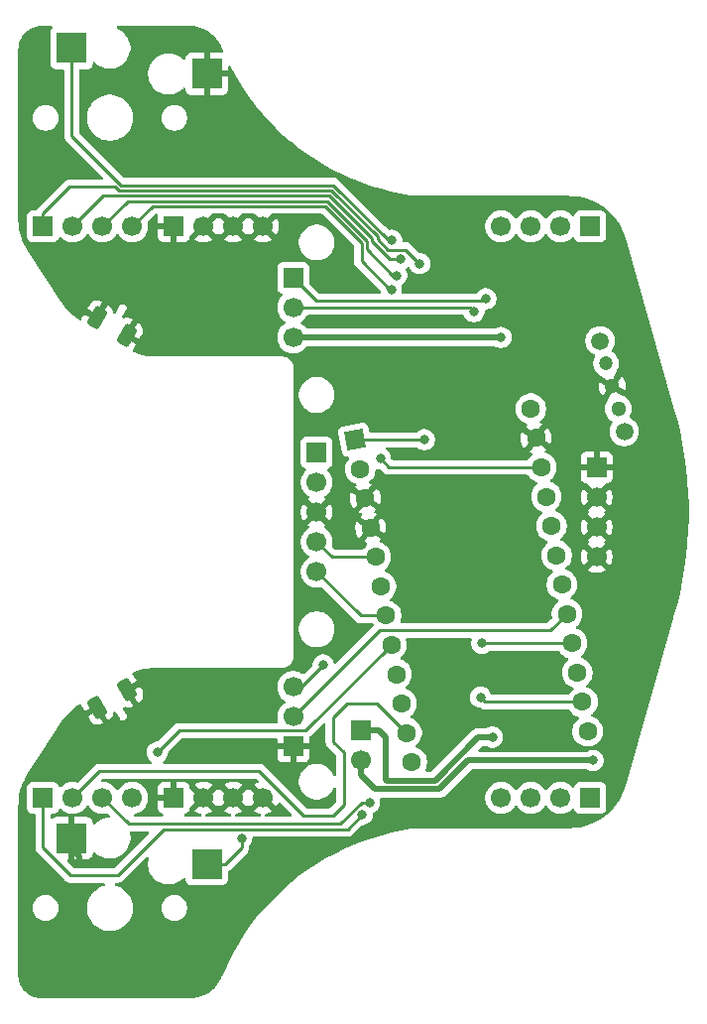
<source format=gbr>
G04 #@! TF.GenerationSoftware,KiCad,Pcbnew,9.0.2*
G04 #@! TF.CreationDate,2025-08-20T20:18:49-04:00*
G04 #@! TF.ProjectId,Trackball,54726163-6b62-4616-9c6c-2e6b69636164,rev?*
G04 #@! TF.SameCoordinates,Original*
G04 #@! TF.FileFunction,Copper,L2,Bot*
G04 #@! TF.FilePolarity,Positive*
%FSLAX46Y46*%
G04 Gerber Fmt 4.6, Leading zero omitted, Abs format (unit mm)*
G04 Created by KiCad (PCBNEW 9.0.2) date 2025-08-20 20:18:49*
%MOMM*%
%LPD*%
G01*
G04 APERTURE LIST*
G04 Aperture macros list*
%AMRoundRect*
0 Rectangle with rounded corners*
0 $1 Rounding radius*
0 $2 $3 $4 $5 $6 $7 $8 $9 X,Y pos of 4 corners*
0 Add a 4 corners polygon primitive as box body*
4,1,4,$2,$3,$4,$5,$6,$7,$8,$9,$2,$3,0*
0 Add four circle primitives for the rounded corners*
1,1,$1+$1,$2,$3*
1,1,$1+$1,$4,$5*
1,1,$1+$1,$6,$7*
1,1,$1+$1,$8,$9*
0 Add four rect primitives between the rounded corners*
20,1,$1+$1,$2,$3,$4,$5,0*
20,1,$1+$1,$4,$5,$6,$7,0*
20,1,$1+$1,$6,$7,$8,$9,0*
20,1,$1+$1,$8,$9,$2,$3,0*%
%AMRotRect*
0 Rectangle, with rotation*
0 The origin of the aperture is its center*
0 $1 length*
0 $2 width*
0 $3 Rotation angle, in degrees counterclockwise*
0 Add horizontal line*
21,1,$1,$2,0,0,$3*%
G04 Aperture macros list end*
G04 #@! TA.AperFunction,SMDPad,CuDef*
%ADD10R,2.600000X2.600000*%
G04 #@! TD*
G04 #@! TA.AperFunction,ComponentPad*
%ADD11RotRect,1.600000X1.600000X280.000000*%
G04 #@! TD*
G04 #@! TA.AperFunction,ComponentPad*
%ADD12C,1.600000*%
G04 #@! TD*
G04 #@! TA.AperFunction,ComponentPad*
%ADD13R,1.700000X1.700000*%
G04 #@! TD*
G04 #@! TA.AperFunction,ComponentPad*
%ADD14C,1.700000*%
G04 #@! TD*
G04 #@! TA.AperFunction,ComponentPad*
%ADD15C,1.300000*%
G04 #@! TD*
G04 #@! TA.AperFunction,ComponentPad*
%ADD16C,1.200000*%
G04 #@! TD*
G04 #@! TA.AperFunction,ComponentPad*
%ADD17C,1.500000*%
G04 #@! TD*
G04 #@! TA.AperFunction,SMDPad,CuDef*
%ADD18RoundRect,0.250000X0.043542X-0.725417X0.606458X-0.400417X-0.043542X0.725417X-0.606458X0.400417X0*%
G04 #@! TD*
G04 #@! TA.AperFunction,SMDPad,CuDef*
%ADD19RoundRect,0.250000X0.606458X0.400417X0.043542X0.725417X-0.606458X-0.400417X-0.043542X-0.725417X0*%
G04 #@! TD*
G04 #@! TA.AperFunction,ViaPad*
%ADD20C,0.800000*%
G04 #@! TD*
G04 #@! TA.AperFunction,Conductor*
%ADD21C,0.500000*%
G04 #@! TD*
G04 #@! TA.AperFunction,Conductor*
%ADD22C,0.250000*%
G04 #@! TD*
G04 APERTURE END LIST*
D10*
X111472000Y-129432000D03*
X123022000Y-131632000D03*
X111472000Y-61995000D03*
X123022000Y-64195000D03*
D11*
X135679901Y-95425434D03*
D12*
X136120966Y-97926846D03*
X136562034Y-100428258D03*
X137003100Y-102929671D03*
X137444166Y-105431084D03*
X137885232Y-107932493D03*
X138326299Y-110433905D03*
X138767364Y-112935316D03*
X139208432Y-115436727D03*
X139649498Y-117938140D03*
X140090564Y-120439551D03*
X140531630Y-122940962D03*
X155540099Y-120294566D03*
X155099034Y-117793154D03*
X154657966Y-115291742D03*
X154216900Y-112790329D03*
X153775834Y-110288916D03*
X153334768Y-107787507D03*
X152893701Y-105286095D03*
X152452636Y-102784684D03*
X152011568Y-100283273D03*
X151570502Y-97781860D03*
X151129436Y-95280449D03*
X150688370Y-92779038D03*
D13*
X120208000Y-77216000D03*
D14*
X122748000Y-77216000D03*
X125288000Y-77216000D03*
X127828000Y-77216000D03*
D13*
X120208000Y-125984000D03*
D14*
X122748000Y-125984000D03*
X125288000Y-125984000D03*
X127828000Y-125984000D03*
D13*
X156301000Y-97790000D03*
D14*
X156301000Y-100330000D03*
X156301000Y-102870000D03*
X156301000Y-105410000D03*
D13*
X130400000Y-121600000D03*
D14*
X130400000Y-119060000D03*
X130400000Y-116520000D03*
D13*
X130400000Y-81600000D03*
D14*
X130400000Y-84140000D03*
X130400000Y-86680000D03*
D13*
X109032000Y-125984000D03*
D14*
X111572000Y-125984000D03*
X114112000Y-125984000D03*
X116652000Y-125984000D03*
D13*
X109032000Y-77216000D03*
D14*
X111572000Y-77216000D03*
X114112000Y-77216000D03*
X116652000Y-77216000D03*
D13*
X155768000Y-125984000D03*
D14*
X153228000Y-125984000D03*
X150688000Y-125984000D03*
X148148000Y-125984000D03*
D13*
X155768000Y-77216000D03*
D14*
X153228000Y-77216000D03*
X150688000Y-77216000D03*
X148148000Y-77216000D03*
D13*
X132400000Y-96520000D03*
D14*
X132400000Y-99060000D03*
X132400000Y-101600000D03*
X132400000Y-104140000D03*
X132400000Y-106680000D03*
D15*
X158152914Y-92795555D03*
X157635276Y-90863703D03*
D16*
X157117638Y-88931852D03*
D17*
X158670552Y-94727407D03*
X156600000Y-87000000D03*
D18*
X113670000Y-118260000D03*
X116224774Y-116785000D03*
D13*
X136200000Y-120260000D03*
D14*
X136200000Y-122800000D03*
D19*
X116190000Y-86500000D03*
X113635226Y-85025000D03*
D20*
X152300000Y-93700000D03*
X153000000Y-120300000D03*
X155400000Y-81200000D03*
X125000000Y-71600000D03*
X109800000Y-139000000D03*
X112100000Y-131600000D03*
X149500000Y-99500000D03*
X149000000Y-96500000D03*
X136300000Y-104400000D03*
X126700000Y-117500000D03*
X137800000Y-101500000D03*
X137600000Y-99300000D03*
X150000000Y-109900000D03*
X132400000Y-121000000D03*
X142900000Y-92600000D03*
X148600000Y-90300000D03*
X125300000Y-121700000D03*
X142600000Y-100400000D03*
X148150000Y-86700000D03*
X146850000Y-83400000D03*
X146500000Y-112800000D03*
X132970000Y-114650000D03*
X126000000Y-129425000D03*
X138800000Y-78400000D03*
X136923008Y-126373008D03*
X139225000Y-81400000D03*
X139600000Y-80000000D03*
X136295505Y-127404495D03*
X141200000Y-80400000D03*
X156000000Y-122800000D03*
X141600000Y-95425434D03*
X147400000Y-120800000D03*
X138775000Y-82600000D03*
X118800000Y-122100000D03*
X137850000Y-97040000D03*
X145825000Y-84490000D03*
X146400000Y-117400000D03*
D21*
X112100000Y-131000000D02*
X112100000Y-131600000D01*
X111300000Y-130200000D02*
X112100000Y-131000000D01*
X148010000Y-86680000D02*
X148130000Y-86680000D01*
X130400000Y-86680000D02*
X148010000Y-86680000D01*
X148130000Y-86680000D02*
X148150000Y-86700000D01*
D22*
X137760000Y-111700000D02*
X152364751Y-111700000D01*
X130400000Y-119060000D02*
X137760000Y-111700000D01*
X152364751Y-111700000D02*
X153775834Y-110288917D01*
X146650000Y-83600000D02*
X146850000Y-83400000D01*
X146509671Y-112790329D02*
X146500000Y-112800000D01*
X132400000Y-83600000D02*
X146650000Y-83600000D01*
X154216900Y-112790329D02*
X146509671Y-112790329D01*
X130400000Y-81600000D02*
X132400000Y-83600000D01*
X132970000Y-114650000D02*
X131100000Y-116520000D01*
X131100000Y-116520000D02*
X130400000Y-116520000D01*
X124572000Y-131632000D02*
X126000000Y-130204000D01*
X126000000Y-130204000D02*
X126000000Y-129425000D01*
X123022000Y-131632000D02*
X124572000Y-131632000D01*
X111472000Y-69472000D02*
X115700000Y-73700000D01*
X133845584Y-73700000D02*
X138545584Y-78400000D01*
X138545584Y-78400000D02*
X138800000Y-78400000D01*
X111472000Y-61995000D02*
X111472000Y-69472000D01*
X115700000Y-73700000D02*
X133845584Y-73700000D01*
X138930000Y-81400000D02*
X139225000Y-81400000D01*
X114112000Y-125984000D02*
X116328000Y-128200000D01*
X116328000Y-128200000D02*
X134403984Y-128200000D01*
X136682190Y-79152190D02*
X138930000Y-81400000D01*
X116278000Y-75050000D02*
X133286396Y-75050000D01*
X136230976Y-126373008D02*
X136923008Y-126373008D01*
X133286396Y-75050000D02*
X136682190Y-78445794D01*
X134403984Y-128200000D02*
X136230976Y-126373008D01*
X114112000Y-77216000D02*
X116278000Y-75050000D01*
X136682190Y-78445794D02*
X136682190Y-79152190D01*
X134700000Y-126600000D02*
X134700000Y-122100000D01*
X133800000Y-119084000D02*
X133816000Y-119084000D01*
X133800000Y-121200000D02*
X133800000Y-119084000D01*
X134700000Y-122100000D02*
X133800000Y-121200000D01*
X137132190Y-78459398D02*
X138672792Y-80000000D01*
X114188000Y-74600000D02*
X133472792Y-74600000D01*
X138672792Y-80000000D02*
X139600000Y-80000000D01*
X135000000Y-117900000D02*
X137551013Y-117900000D01*
X133800000Y-127500000D02*
X134700000Y-126600000D01*
X133816000Y-119084000D02*
X135000000Y-117900000D01*
X111572000Y-125984000D02*
X113856000Y-123700000D01*
X133472792Y-74600000D02*
X137132190Y-78259398D01*
X137132190Y-78259398D02*
X137132190Y-78459398D01*
X131300000Y-127500000D02*
X133800000Y-127500000D01*
X113856000Y-123700000D02*
X127500000Y-123700000D01*
X127500000Y-123700000D02*
X131300000Y-127500000D01*
X137551013Y-117900000D02*
X140090564Y-120439551D01*
X111572000Y-77216000D02*
X114188000Y-74600000D01*
X115513604Y-74150000D02*
X133659188Y-74150000D01*
X115400000Y-132600000D02*
X119350000Y-128650000D01*
X109032000Y-130244000D02*
X111388000Y-132600000D01*
X135050000Y-128650000D02*
X136295505Y-127404495D01*
X109032000Y-77216000D02*
X109032000Y-76116000D01*
X109032000Y-125984000D02*
X109032000Y-130244000D01*
X137582190Y-78273002D02*
X138509188Y-79200000D01*
X138509188Y-79200000D02*
X140000000Y-79200000D01*
X109032000Y-76116000D02*
X111298000Y-73850000D01*
X111298000Y-73850000D02*
X115213604Y-73850000D01*
X137582190Y-78073002D02*
X137582190Y-78273002D01*
X115213604Y-73850000D02*
X115513604Y-74150000D01*
X133659188Y-74150000D02*
X137582190Y-78073002D01*
X111388000Y-132600000D02*
X115400000Y-132600000D01*
X140000000Y-79200000D02*
X141200000Y-80400000D01*
X119350000Y-128650000D02*
X135050000Y-128650000D01*
D21*
X137397919Y-125200000D02*
X142900000Y-125200000D01*
X142900000Y-125200000D02*
X145300000Y-122800000D01*
X136200000Y-122800000D02*
X136200000Y-124002081D01*
X145300000Y-122800000D02*
X156000000Y-122800000D01*
X136200000Y-124002081D02*
X137397919Y-125200000D01*
D22*
X135679901Y-95425434D02*
X141600000Y-95425434D01*
X133691083Y-105431083D02*
X137444166Y-105431083D01*
X132400000Y-104140000D02*
X133691083Y-105431083D01*
D21*
X138400000Y-124500000D02*
X142500000Y-124500000D01*
X136200000Y-120260000D02*
X137732793Y-120260000D01*
X137732793Y-120260000D02*
X138300000Y-120827207D01*
X146200000Y-120800000D02*
X147400000Y-120800000D01*
X138300000Y-124400000D02*
X138400000Y-124500000D01*
X142500000Y-124500000D02*
X146200000Y-120800000D01*
X138300000Y-120827207D02*
X138300000Y-124400000D01*
D22*
X131466680Y-120236000D02*
X120664000Y-120236000D01*
X138632190Y-82600000D02*
X138775000Y-82600000D01*
X133100000Y-75500000D02*
X136232190Y-78632190D01*
X138767364Y-112935316D02*
X131466680Y-120236000D01*
X136232190Y-78632190D02*
X136232190Y-80200000D01*
X120664000Y-120236000D02*
X118800000Y-122100000D01*
X116652000Y-77216000D02*
X118368000Y-75500000D01*
X118368000Y-75500000D02*
X133100000Y-75500000D01*
X136232190Y-80200000D02*
X138632190Y-82600000D01*
X151570502Y-97781860D02*
X138591860Y-97781860D01*
X138591860Y-97781860D02*
X137850000Y-97040000D01*
X136153905Y-110433905D02*
X138326299Y-110433905D01*
X132400000Y-106680000D02*
X136153905Y-110433905D01*
X130400000Y-84140000D02*
X145475000Y-84140000D01*
X155099034Y-117793153D02*
X146793153Y-117793153D01*
X145475000Y-84140000D02*
X145825000Y-84490000D01*
X146793153Y-117793153D02*
X146400000Y-117400000D01*
G04 #@! TA.AperFunction,Conductor*
G36*
X112922445Y-126663766D02*
G01*
X112947021Y-126692130D01*
X112947196Y-126692004D01*
X112948668Y-126694030D01*
X112949439Y-126694920D01*
X112950105Y-126696007D01*
X112950106Y-126696009D01*
X113075794Y-126869004D01*
X113075796Y-126869006D01*
X113075798Y-126869009D01*
X113226990Y-127020201D01*
X113226993Y-127020203D01*
X113226996Y-127020206D01*
X113399991Y-127145894D01*
X113590517Y-127242972D01*
X113793878Y-127309047D01*
X113793879Y-127309047D01*
X113793884Y-127309049D01*
X114005084Y-127342500D01*
X114005087Y-127342500D01*
X114218913Y-127342500D01*
X114218916Y-127342500D01*
X114430116Y-127309049D01*
X114440475Y-127305682D01*
X114455935Y-127305240D01*
X114470430Y-127299834D01*
X114490703Y-127304244D01*
X114511442Y-127303650D01*
X114525757Y-127311869D01*
X114539804Y-127314925D01*
X114568514Y-127336418D01*
X114700200Y-127468104D01*
X114734226Y-127530416D01*
X114729161Y-127601231D01*
X114686614Y-127658067D01*
X114627551Y-127682120D01*
X114589723Y-127687100D01*
X114404768Y-127711450D01*
X114258833Y-127750553D01*
X114183113Y-127770842D01*
X114028631Y-127834831D01*
X113971110Y-127858657D01*
X113971099Y-127858662D01*
X113772391Y-127973386D01*
X113772384Y-127973391D01*
X113590347Y-128113073D01*
X113590326Y-128113092D01*
X113495095Y-128208324D01*
X113432783Y-128242350D01*
X113361968Y-128237285D01*
X113305132Y-128194738D01*
X113280321Y-128128218D01*
X113280000Y-128119229D01*
X113280000Y-128083414D01*
X113279999Y-128083402D01*
X113273494Y-128022906D01*
X113222444Y-127886035D01*
X113222444Y-127886034D01*
X113134904Y-127769095D01*
X113017965Y-127681555D01*
X112881093Y-127630505D01*
X112820597Y-127624000D01*
X111726000Y-127624000D01*
X111726000Y-131240000D01*
X112820585Y-131240000D01*
X112820597Y-131239999D01*
X112881093Y-131233494D01*
X113017964Y-131182444D01*
X113017965Y-131182444D01*
X113134904Y-131094904D01*
X113222444Y-130977965D01*
X113222444Y-130977964D01*
X113273494Y-130841093D01*
X113279999Y-130780597D01*
X113280000Y-130780585D01*
X113280000Y-130744771D01*
X113300002Y-130676650D01*
X113353658Y-130630157D01*
X113423932Y-130620053D01*
X113488512Y-130649547D01*
X113495095Y-130655676D01*
X113590326Y-130750907D01*
X113590347Y-130750926D01*
X113772384Y-130890608D01*
X113772391Y-130890613D01*
X113971099Y-131005337D01*
X113971103Y-131005338D01*
X113971112Y-131005344D01*
X114183113Y-131093158D01*
X114404762Y-131152548D01*
X114404766Y-131152548D01*
X114404768Y-131152549D01*
X114463398Y-131160267D01*
X114632266Y-131182500D01*
X114632273Y-131182500D01*
X114861727Y-131182500D01*
X114861734Y-131182500D01*
X115067345Y-131155430D01*
X115089231Y-131152549D01*
X115089231Y-131152548D01*
X115089238Y-131152548D01*
X115310887Y-131093158D01*
X115522888Y-131005344D01*
X115721612Y-130890611D01*
X115903661Y-130750919D01*
X116065919Y-130588661D01*
X116205611Y-130406612D01*
X116320344Y-130207888D01*
X116408158Y-129995887D01*
X116467548Y-129774238D01*
X116497500Y-129546734D01*
X116497500Y-129317266D01*
X116467548Y-129089762D01*
X116441382Y-128992108D01*
X116443072Y-128921135D01*
X116482866Y-128862339D01*
X116548130Y-128834391D01*
X116563089Y-128833500D01*
X117966405Y-128833500D01*
X118034526Y-128853502D01*
X118081019Y-128907158D01*
X118091123Y-128977432D01*
X118061629Y-129042012D01*
X118055500Y-129048595D01*
X115174501Y-131929595D01*
X115112189Y-131963621D01*
X115085406Y-131966500D01*
X111702594Y-131966500D01*
X111634473Y-131946498D01*
X111613499Y-131929595D01*
X111138999Y-131455095D01*
X111104973Y-131392783D01*
X111110038Y-131321968D01*
X111152585Y-131265132D01*
X111216832Y-131241168D01*
X111218000Y-131240001D01*
X111218000Y-127624000D01*
X110123402Y-127624000D01*
X110062906Y-127630505D01*
X109926035Y-127681555D01*
X109926034Y-127681555D01*
X109867009Y-127725742D01*
X109854186Y-127730524D01*
X109843842Y-127739488D01*
X109821569Y-127742690D01*
X109800489Y-127750553D01*
X109787116Y-127747644D01*
X109773568Y-127749592D01*
X109753101Y-127740244D01*
X109731115Y-127735462D01*
X109721436Y-127725783D01*
X109708988Y-127720098D01*
X109696823Y-127701169D01*
X109680913Y-127685259D01*
X109677167Y-127670584D01*
X109670604Y-127660372D01*
X109665500Y-127624874D01*
X109665500Y-127468500D01*
X109685502Y-127400379D01*
X109739158Y-127353886D01*
X109791500Y-127342500D01*
X109930632Y-127342500D01*
X109930638Y-127342500D01*
X109930645Y-127342499D01*
X109930649Y-127342499D01*
X109991196Y-127335990D01*
X109991199Y-127335989D01*
X109991201Y-127335989D01*
X110128204Y-127284889D01*
X110184199Y-127242972D01*
X110245261Y-127197261D01*
X110332887Y-127080207D01*
X110332887Y-127080206D01*
X110332889Y-127080204D01*
X110376869Y-126962288D01*
X110419414Y-126905456D01*
X110485934Y-126880645D01*
X110555308Y-126895736D01*
X110584018Y-126917229D01*
X110686990Y-127020201D01*
X110686993Y-127020203D01*
X110686996Y-127020206D01*
X110859991Y-127145894D01*
X111050517Y-127242972D01*
X111253878Y-127309047D01*
X111253879Y-127309047D01*
X111253884Y-127309049D01*
X111465084Y-127342500D01*
X111465087Y-127342500D01*
X111678913Y-127342500D01*
X111678916Y-127342500D01*
X111890116Y-127309049D01*
X112093483Y-127242972D01*
X112284009Y-127145894D01*
X112457004Y-127020206D01*
X112608206Y-126869004D01*
X112733894Y-126696009D01*
X112733899Y-126695997D01*
X112734561Y-126694920D01*
X112734924Y-126694591D01*
X112736804Y-126692004D01*
X112737347Y-126692398D01*
X112787204Y-126647283D01*
X112857244Y-126635670D01*
X112922445Y-126663766D01*
G37*
G04 #@! TD.AperFunction*
G04 #@! TA.AperFunction,Conductor*
G36*
X127253527Y-124353502D02*
G01*
X127274501Y-124370405D01*
X127405016Y-124500920D01*
X127439042Y-124563232D01*
X127433977Y-124634047D01*
X127391430Y-124690883D01*
X127354857Y-124709848D01*
X127306713Y-124725490D01*
X127306707Y-124725493D01*
X127116253Y-124822534D01*
X127063831Y-124860621D01*
X127063831Y-124860622D01*
X127703051Y-125499842D01*
X127635007Y-125518075D01*
X127520993Y-125583901D01*
X127427901Y-125676993D01*
X127362075Y-125791007D01*
X127343842Y-125859051D01*
X126704622Y-125219831D01*
X126704621Y-125219831D01*
X126666522Y-125272269D01*
X126665422Y-125274065D01*
X126664827Y-125274603D01*
X126663624Y-125276259D01*
X126663275Y-125276006D01*
X126612768Y-125321689D01*
X126542725Y-125333286D01*
X126477531Y-125305174D01*
X126452440Y-125276211D01*
X126452376Y-125276258D01*
X126451830Y-125275506D01*
X126450563Y-125274044D01*
X126449462Y-125272248D01*
X126411378Y-125219831D01*
X125772157Y-125859051D01*
X125753925Y-125791007D01*
X125688099Y-125676993D01*
X125595007Y-125583901D01*
X125480993Y-125518075D01*
X125412947Y-125499841D01*
X126052168Y-124860621D01*
X126052167Y-124860620D01*
X125999750Y-124822536D01*
X125999748Y-124822535D01*
X125809292Y-124725493D01*
X125809286Y-124725490D01*
X125606003Y-124659440D01*
X125394874Y-124626000D01*
X125181126Y-124626000D01*
X124969996Y-124659440D01*
X124766713Y-124725490D01*
X124766707Y-124725493D01*
X124576253Y-124822534D01*
X124523831Y-124860621D01*
X124523831Y-124860622D01*
X125163051Y-125499842D01*
X125095007Y-125518075D01*
X124980993Y-125583901D01*
X124887901Y-125676993D01*
X124822075Y-125791007D01*
X124803842Y-125859051D01*
X124164622Y-125219831D01*
X124164621Y-125219831D01*
X124126522Y-125272269D01*
X124125422Y-125274065D01*
X124124827Y-125274603D01*
X124123624Y-125276259D01*
X124123275Y-125276006D01*
X124072768Y-125321689D01*
X124002725Y-125333286D01*
X123937531Y-125305174D01*
X123912440Y-125276211D01*
X123912376Y-125276258D01*
X123911830Y-125275506D01*
X123910563Y-125274044D01*
X123909462Y-125272248D01*
X123871378Y-125219831D01*
X123232157Y-125859051D01*
X123213925Y-125791007D01*
X123148099Y-125676993D01*
X123055007Y-125583901D01*
X122940993Y-125518075D01*
X122872947Y-125499841D01*
X123512168Y-124860621D01*
X123512167Y-124860620D01*
X123459750Y-124822536D01*
X123459748Y-124822535D01*
X123269292Y-124725493D01*
X123269286Y-124725490D01*
X123066003Y-124659440D01*
X122854874Y-124626000D01*
X122641126Y-124626000D01*
X122429996Y-124659440D01*
X122226713Y-124725490D01*
X122226707Y-124725493D01*
X122036253Y-124822534D01*
X121983831Y-124860621D01*
X121983831Y-124860622D01*
X122623051Y-125499842D01*
X122555007Y-125518075D01*
X122440993Y-125583901D01*
X122347901Y-125676993D01*
X122282075Y-125791007D01*
X122263842Y-125859051D01*
X121594204Y-125189413D01*
X121560178Y-125127101D01*
X121559092Y-125121501D01*
X121528400Y-124941541D01*
X121508443Y-124888033D01*
X121420904Y-124771095D01*
X121303965Y-124683555D01*
X121167093Y-124632505D01*
X121106597Y-124626000D01*
X120462000Y-124626000D01*
X120462000Y-125553297D01*
X120400993Y-125518075D01*
X120273826Y-125484000D01*
X120142174Y-125484000D01*
X120015007Y-125518075D01*
X119954000Y-125553297D01*
X119954000Y-124626000D01*
X119309402Y-124626000D01*
X119248906Y-124632505D01*
X119112035Y-124683555D01*
X119112034Y-124683555D01*
X118995095Y-124771095D01*
X118907555Y-124888034D01*
X118907555Y-124888035D01*
X118856505Y-125024906D01*
X118850000Y-125085402D01*
X118850000Y-125730000D01*
X119777297Y-125730000D01*
X119742075Y-125791007D01*
X119708000Y-125918174D01*
X119708000Y-126049826D01*
X119742075Y-126176993D01*
X119777297Y-126238000D01*
X118850000Y-126238000D01*
X118850000Y-126882597D01*
X118856505Y-126943093D01*
X118907555Y-127079964D01*
X118907555Y-127079965D01*
X118995095Y-127196904D01*
X119112033Y-127284443D01*
X119213917Y-127322444D01*
X119270752Y-127364991D01*
X119295563Y-127431511D01*
X119280472Y-127500885D01*
X119230269Y-127551088D01*
X119169884Y-127566500D01*
X116945614Y-127566500D01*
X116877493Y-127546498D01*
X116831000Y-127492842D01*
X116820896Y-127422568D01*
X116850390Y-127357988D01*
X116910116Y-127319604D01*
X116925892Y-127316053D01*
X116970116Y-127309049D01*
X117173483Y-127242972D01*
X117364009Y-127145894D01*
X117537004Y-127020206D01*
X117688206Y-126869004D01*
X117813894Y-126696009D01*
X117910972Y-126505483D01*
X117977049Y-126302116D01*
X118010500Y-126090916D01*
X118010500Y-125877084D01*
X117977049Y-125665884D01*
X117910972Y-125462517D01*
X117813894Y-125271991D01*
X117688206Y-125098996D01*
X117688203Y-125098993D01*
X117688201Y-125098990D01*
X117537009Y-124947798D01*
X117537006Y-124947796D01*
X117537004Y-124947794D01*
X117364601Y-124822536D01*
X117364012Y-124822108D01*
X117364011Y-124822107D01*
X117364009Y-124822106D01*
X117173483Y-124725028D01*
X117173480Y-124725027D01*
X117173478Y-124725026D01*
X116970120Y-124658952D01*
X116970123Y-124658952D01*
X116930801Y-124652724D01*
X116758916Y-124625500D01*
X116545084Y-124625500D01*
X116333884Y-124658951D01*
X116333878Y-124658952D01*
X116130521Y-124725026D01*
X116130515Y-124725029D01*
X115939987Y-124822108D01*
X115766993Y-124947796D01*
X115766990Y-124947798D01*
X115615798Y-125098990D01*
X115615796Y-125098993D01*
X115490108Y-125271987D01*
X115489434Y-125273088D01*
X115489068Y-125273418D01*
X115487196Y-125275996D01*
X115486654Y-125275602D01*
X115436787Y-125320721D01*
X115366745Y-125332328D01*
X115301547Y-125304226D01*
X115276976Y-125275870D01*
X115276804Y-125275996D01*
X115275341Y-125273982D01*
X115274566Y-125273088D01*
X115273896Y-125271996D01*
X115273894Y-125271991D01*
X115148206Y-125098996D01*
X115148203Y-125098993D01*
X115148201Y-125098990D01*
X114997009Y-124947798D01*
X114997006Y-124947796D01*
X114997004Y-124947794D01*
X114824601Y-124822536D01*
X114824012Y-124822108D01*
X114824011Y-124822107D01*
X114824009Y-124822106D01*
X114633483Y-124725028D01*
X114633480Y-124725027D01*
X114633478Y-124725026D01*
X114430120Y-124658952D01*
X114430123Y-124658952D01*
X114390801Y-124652724D01*
X114218916Y-124625500D01*
X114130596Y-124625500D01*
X114109008Y-124619161D01*
X114086564Y-124617556D01*
X114075607Y-124609354D01*
X114062475Y-124605498D01*
X114047739Y-124588492D01*
X114029728Y-124575009D01*
X114024945Y-124562186D01*
X114015982Y-124551842D01*
X114012779Y-124529569D01*
X114004917Y-124508489D01*
X114007825Y-124495116D01*
X114005878Y-124481568D01*
X114015225Y-124461101D01*
X114020008Y-124439115D01*
X114033493Y-124421101D01*
X114035372Y-124416988D01*
X114041501Y-124410405D01*
X114081501Y-124370405D01*
X114143813Y-124336379D01*
X114170596Y-124333500D01*
X127185406Y-124333500D01*
X127253527Y-124353502D01*
G37*
G04 #@! TD.AperFunction*
G04 #@! TA.AperFunction,Conductor*
G36*
X122282075Y-126176993D02*
G01*
X122347901Y-126291007D01*
X122440993Y-126384099D01*
X122555007Y-126449925D01*
X122623051Y-126468157D01*
X121983831Y-127107378D01*
X122036249Y-127145463D01*
X122036251Y-127145464D01*
X122226707Y-127242506D01*
X122226713Y-127242509D01*
X122429996Y-127308559D01*
X122477293Y-127316051D01*
X122541446Y-127346464D01*
X122578973Y-127406732D01*
X122577959Y-127477721D01*
X122538726Y-127536893D01*
X122473731Y-127565461D01*
X122457582Y-127566500D01*
X121246116Y-127566500D01*
X121177995Y-127546498D01*
X121131502Y-127492842D01*
X121121398Y-127422568D01*
X121150892Y-127357988D01*
X121202083Y-127322444D01*
X121303966Y-127284443D01*
X121420904Y-127196904D01*
X121508444Y-127079965D01*
X121508444Y-127079964D01*
X121559494Y-126943094D01*
X121559496Y-126943087D01*
X121564017Y-126901019D01*
X121560677Y-126838705D01*
X121594205Y-126778583D01*
X122263841Y-126108947D01*
X122282075Y-126176993D01*
G37*
G04 #@! TD.AperFunction*
G04 #@! TA.AperFunction,Conductor*
G36*
X124822075Y-126176993D02*
G01*
X124887901Y-126291007D01*
X124980993Y-126384099D01*
X125095007Y-126449925D01*
X125163051Y-126468157D01*
X124523831Y-127107378D01*
X124576249Y-127145463D01*
X124576251Y-127145464D01*
X124766707Y-127242506D01*
X124766713Y-127242509D01*
X124969996Y-127308559D01*
X125017293Y-127316051D01*
X125081446Y-127346464D01*
X125118973Y-127406732D01*
X125117959Y-127477721D01*
X125078726Y-127536893D01*
X125013731Y-127565461D01*
X124997582Y-127566500D01*
X123038418Y-127566500D01*
X122970297Y-127546498D01*
X122923804Y-127492842D01*
X122913700Y-127422568D01*
X122943194Y-127357988D01*
X123002920Y-127319604D01*
X123018707Y-127316051D01*
X123066003Y-127308559D01*
X123269286Y-127242509D01*
X123269292Y-127242506D01*
X123459750Y-127145463D01*
X123512167Y-127107378D01*
X123512167Y-127107376D01*
X122872948Y-126468157D01*
X122940993Y-126449925D01*
X123055007Y-126384099D01*
X123148099Y-126291007D01*
X123213925Y-126176993D01*
X123232157Y-126108948D01*
X123871376Y-126748167D01*
X123871378Y-126748167D01*
X123909463Y-126695750D01*
X123910562Y-126693958D01*
X123911158Y-126693418D01*
X123912377Y-126691741D01*
X123912729Y-126691996D01*
X123963206Y-126646322D01*
X124033246Y-126634710D01*
X124098446Y-126662808D01*
X124123559Y-126691788D01*
X124123624Y-126691742D01*
X124124165Y-126692487D01*
X124125433Y-126693950D01*
X124126535Y-126695749D01*
X124164620Y-126748167D01*
X124164621Y-126748168D01*
X124803841Y-126108947D01*
X124822075Y-126176993D01*
G37*
G04 #@! TD.AperFunction*
G04 #@! TA.AperFunction,Conductor*
G36*
X127362075Y-126176993D02*
G01*
X127427901Y-126291007D01*
X127520993Y-126384099D01*
X127635007Y-126449925D01*
X127703051Y-126468157D01*
X127063831Y-127107378D01*
X127116249Y-127145463D01*
X127116251Y-127145464D01*
X127306707Y-127242506D01*
X127306713Y-127242509D01*
X127509996Y-127308559D01*
X127557293Y-127316051D01*
X127621446Y-127346464D01*
X127658973Y-127406732D01*
X127657959Y-127477721D01*
X127618726Y-127536893D01*
X127553731Y-127565461D01*
X127537582Y-127566500D01*
X125578418Y-127566500D01*
X125510297Y-127546498D01*
X125463804Y-127492842D01*
X125453700Y-127422568D01*
X125483194Y-127357988D01*
X125542920Y-127319604D01*
X125558707Y-127316051D01*
X125606003Y-127308559D01*
X125809286Y-127242509D01*
X125809292Y-127242506D01*
X125999750Y-127145463D01*
X126052167Y-127107378D01*
X126052167Y-127107376D01*
X125412948Y-126468157D01*
X125480993Y-126449925D01*
X125595007Y-126384099D01*
X125688099Y-126291007D01*
X125753925Y-126176993D01*
X125772157Y-126108948D01*
X126411376Y-126748167D01*
X126411378Y-126748167D01*
X126449463Y-126695750D01*
X126450562Y-126693958D01*
X126451158Y-126693418D01*
X126452377Y-126691741D01*
X126452729Y-126691996D01*
X126503206Y-126646322D01*
X126573246Y-126634710D01*
X126638446Y-126662808D01*
X126663559Y-126691788D01*
X126663624Y-126691742D01*
X126664165Y-126692487D01*
X126665433Y-126693950D01*
X126666535Y-126695749D01*
X126704620Y-126748167D01*
X126704621Y-126748168D01*
X127343841Y-126108947D01*
X127362075Y-126176993D01*
G37*
G04 #@! TD.AperFunction*
G04 #@! TA.AperFunction,Conductor*
G36*
X128951376Y-126748167D02*
G01*
X128951378Y-126748167D01*
X128989463Y-126695750D01*
X129086506Y-126505292D01*
X129086507Y-126505291D01*
X129102150Y-126457145D01*
X129142223Y-126398538D01*
X129207619Y-126370901D01*
X129277576Y-126383006D01*
X129311079Y-126406984D01*
X130255500Y-127351405D01*
X130289526Y-127413717D01*
X130284461Y-127484532D01*
X130241914Y-127541368D01*
X130175394Y-127566179D01*
X130166405Y-127566500D01*
X128118418Y-127566500D01*
X128050297Y-127546498D01*
X128003804Y-127492842D01*
X127993700Y-127422568D01*
X128023194Y-127357988D01*
X128082920Y-127319604D01*
X128098707Y-127316051D01*
X128146003Y-127308559D01*
X128349286Y-127242509D01*
X128349292Y-127242506D01*
X128539750Y-127145463D01*
X128592167Y-127107378D01*
X128592167Y-127107376D01*
X127952948Y-126468157D01*
X128020993Y-126449925D01*
X128135007Y-126384099D01*
X128228099Y-126291007D01*
X128293925Y-126176993D01*
X128312157Y-126108948D01*
X128951376Y-126748167D01*
G37*
G04 #@! TD.AperFunction*
G04 #@! TA.AperFunction,Conductor*
G36*
X133084532Y-119618218D02*
G01*
X133141368Y-119660765D01*
X133166179Y-119727285D01*
X133166500Y-119736274D01*
X133166500Y-121262396D01*
X133176185Y-121311086D01*
X133190845Y-121384785D01*
X133238600Y-121500075D01*
X133307929Y-121603833D01*
X133307931Y-121603835D01*
X134029595Y-122325499D01*
X134063621Y-122387811D01*
X134066500Y-122414594D01*
X134066500Y-123996807D01*
X134046498Y-124064928D01*
X133992842Y-124111421D01*
X133922568Y-124121525D01*
X133857988Y-124092031D01*
X133820668Y-124035745D01*
X133813736Y-124014411D01*
X133704724Y-123800464D01*
X133563586Y-123606204D01*
X133563583Y-123606201D01*
X133563581Y-123606198D01*
X133393801Y-123436418D01*
X133393798Y-123436416D01*
X133393796Y-123436414D01*
X133199536Y-123295276D01*
X132985589Y-123186264D01*
X132985586Y-123186263D01*
X132985584Y-123186262D01*
X132757227Y-123112064D01*
X132757223Y-123112063D01*
X132757222Y-123112063D01*
X132520059Y-123074500D01*
X132279941Y-123074500D01*
X132042778Y-123112063D01*
X132042772Y-123112064D01*
X131814415Y-123186262D01*
X131814409Y-123186265D01*
X131600460Y-123295278D01*
X131406201Y-123436416D01*
X131406198Y-123436418D01*
X131236418Y-123606198D01*
X131236416Y-123606201D01*
X131095278Y-123800460D01*
X130986265Y-124014409D01*
X130986262Y-124014415D01*
X130912064Y-124242772D01*
X130912063Y-124242777D01*
X130912063Y-124242778D01*
X130874500Y-124479941D01*
X130874500Y-124484312D01*
X130874500Y-124720059D01*
X130912063Y-124957222D01*
X130912064Y-124957227D01*
X130979336Y-125164267D01*
X130986264Y-125185589D01*
X131095276Y-125399536D01*
X131236414Y-125593796D01*
X131236416Y-125593798D01*
X131236418Y-125593801D01*
X131406198Y-125763581D01*
X131406201Y-125763583D01*
X131406204Y-125763586D01*
X131600464Y-125904724D01*
X131814411Y-126013736D01*
X132042778Y-126087937D01*
X132279941Y-126125500D01*
X132279944Y-126125500D01*
X132520056Y-126125500D01*
X132520059Y-126125500D01*
X132757222Y-126087937D01*
X132985589Y-126013736D01*
X133199536Y-125904724D01*
X133393796Y-125763586D01*
X133563586Y-125593796D01*
X133704724Y-125399536D01*
X133813736Y-125185589D01*
X133820667Y-125164256D01*
X133860740Y-125105651D01*
X133926136Y-125078013D01*
X133996093Y-125090119D01*
X134048399Y-125138125D01*
X134066500Y-125203192D01*
X134066500Y-126285406D01*
X134046498Y-126353527D01*
X134029595Y-126374501D01*
X133574501Y-126829595D01*
X133512189Y-126863621D01*
X133485406Y-126866500D01*
X131614595Y-126866500D01*
X131546474Y-126846498D01*
X131525500Y-126829595D01*
X127903835Y-123207931D01*
X127903834Y-123207930D01*
X127903833Y-123207929D01*
X127800075Y-123138600D01*
X127684785Y-123090845D01*
X127602613Y-123074500D01*
X127562396Y-123066500D01*
X127562394Y-123066500D01*
X119404153Y-123066500D01*
X119336032Y-123046498D01*
X119289539Y-122992842D01*
X119279435Y-122922568D01*
X119308929Y-122857988D01*
X119334149Y-122835736D01*
X119379135Y-122805678D01*
X119505678Y-122679135D01*
X119605102Y-122530336D01*
X119673587Y-122365000D01*
X119708500Y-122189479D01*
X119708500Y-122139594D01*
X119728502Y-122071473D01*
X119745405Y-122050499D01*
X120889499Y-120906405D01*
X120951811Y-120872379D01*
X120978594Y-120869500D01*
X128916000Y-120869500D01*
X128984121Y-120889502D01*
X129030614Y-120943158D01*
X129042000Y-120995500D01*
X129042000Y-121346000D01*
X129969297Y-121346000D01*
X129934075Y-121407007D01*
X129900000Y-121534174D01*
X129900000Y-121665826D01*
X129934075Y-121792993D01*
X129969297Y-121854000D01*
X129042000Y-121854000D01*
X129042000Y-122498597D01*
X129048505Y-122559093D01*
X129099555Y-122695964D01*
X129099555Y-122695965D01*
X129187095Y-122812904D01*
X129304034Y-122900444D01*
X129440906Y-122951494D01*
X129501402Y-122957999D01*
X129501415Y-122958000D01*
X130146000Y-122958000D01*
X130146000Y-122030702D01*
X130207007Y-122065925D01*
X130334174Y-122100000D01*
X130465826Y-122100000D01*
X130592993Y-122065925D01*
X130654000Y-122030702D01*
X130654000Y-122958000D01*
X131298585Y-122958000D01*
X131298597Y-122957999D01*
X131359093Y-122951494D01*
X131495964Y-122900444D01*
X131495965Y-122900444D01*
X131612904Y-122812904D01*
X131700444Y-122695965D01*
X131700444Y-122695964D01*
X131751494Y-122559093D01*
X131757999Y-122498597D01*
X131758000Y-122498585D01*
X131758000Y-121854000D01*
X130830703Y-121854000D01*
X130865925Y-121792993D01*
X130900000Y-121665826D01*
X130900000Y-121534174D01*
X130865925Y-121407007D01*
X130830703Y-121346000D01*
X131758000Y-121346000D01*
X131758000Y-120870598D01*
X131778002Y-120802477D01*
X131813998Y-120765833D01*
X131870513Y-120728071D01*
X132951405Y-119647179D01*
X133013717Y-119613153D01*
X133084532Y-119618218D01*
G37*
G04 #@! TD.AperFunction*
G04 #@! TA.AperFunction,Conductor*
G36*
X137584994Y-97913584D02*
G01*
X137585000Y-97913587D01*
X137760521Y-97948500D01*
X137810406Y-97948500D01*
X137878527Y-97968502D01*
X137899501Y-97985405D01*
X138099789Y-98185693D01*
X138188027Y-98273931D01*
X138291785Y-98343260D01*
X138407075Y-98391015D01*
X138529466Y-98415360D01*
X150349172Y-98415360D01*
X150417293Y-98435362D01*
X150451108Y-98467299D01*
X150451375Y-98467666D01*
X150572434Y-98634290D01*
X150572436Y-98634292D01*
X150572438Y-98634295D01*
X150718066Y-98779923D01*
X150718069Y-98779925D01*
X150718072Y-98779928D01*
X150884699Y-98900989D01*
X151068212Y-98994494D01*
X151172337Y-99028326D01*
X151230943Y-99068399D01*
X151258580Y-99133796D01*
X151246473Y-99203753D01*
X151207463Y-99250094D01*
X151159137Y-99285204D01*
X151013504Y-99430837D01*
X151013502Y-99430840D01*
X150892441Y-99597466D01*
X150798935Y-99780981D01*
X150798932Y-99780987D01*
X150735289Y-99976860D01*
X150735288Y-99976863D01*
X150735288Y-99976865D01*
X150703068Y-100180292D01*
X150703068Y-100386254D01*
X150724726Y-100522993D01*
X150735289Y-100589685D01*
X150797779Y-100782010D01*
X150798934Y-100785563D01*
X150892439Y-100969076D01*
X151013500Y-101135703D01*
X151013502Y-101135705D01*
X151013504Y-101135708D01*
X151159132Y-101281336D01*
X151159135Y-101281338D01*
X151159138Y-101281341D01*
X151325765Y-101402402D01*
X151509278Y-101495907D01*
X151607197Y-101527722D01*
X151613402Y-101529739D01*
X151672008Y-101569813D01*
X151699645Y-101635209D01*
X151687538Y-101705166D01*
X151648528Y-101751507D01*
X151600206Y-101786615D01*
X151600200Y-101786620D01*
X151454572Y-101932248D01*
X151454570Y-101932251D01*
X151333509Y-102098877D01*
X151240003Y-102282392D01*
X151240000Y-102282398D01*
X151176357Y-102478271D01*
X151176356Y-102478274D01*
X151176356Y-102478276D01*
X151144136Y-102681703D01*
X151144136Y-102887665D01*
X151171906Y-103062993D01*
X151176357Y-103091096D01*
X151229611Y-103254996D01*
X151240002Y-103286974D01*
X151333507Y-103470487D01*
X151333509Y-103470490D01*
X151363438Y-103511683D01*
X151454568Y-103637114D01*
X151454570Y-103637116D01*
X151454572Y-103637119D01*
X151600200Y-103782747D01*
X151600203Y-103782749D01*
X151600206Y-103782752D01*
X151766833Y-103903813D01*
X151950346Y-103997318D01*
X152054468Y-104031149D01*
X152113074Y-104071222D01*
X152140711Y-104136619D01*
X152128604Y-104206576D01*
X152089594Y-104252917D01*
X152041271Y-104288026D01*
X152041265Y-104288031D01*
X151895637Y-104433659D01*
X151895635Y-104433662D01*
X151774574Y-104600288D01*
X151681068Y-104783803D01*
X151681065Y-104783809D01*
X151617422Y-104979682D01*
X151617421Y-104979685D01*
X151617421Y-104979687D01*
X151585201Y-105183114D01*
X151585201Y-105389076D01*
X151617421Y-105592503D01*
X151617422Y-105592507D01*
X151674836Y-105769210D01*
X151681067Y-105788385D01*
X151774572Y-105971898D01*
X151895633Y-106138525D01*
X151895635Y-106138527D01*
X151895637Y-106138530D01*
X152041265Y-106284158D01*
X152041268Y-106284160D01*
X152041271Y-106284163D01*
X152207898Y-106405224D01*
X152391411Y-106498729D01*
X152495536Y-106532561D01*
X152554142Y-106572634D01*
X152581779Y-106638031D01*
X152569672Y-106707988D01*
X152530662Y-106754329D01*
X152494095Y-106780896D01*
X152482331Y-106789444D01*
X152336704Y-106935071D01*
X152336702Y-106935074D01*
X152215641Y-107101700D01*
X152122135Y-107285215D01*
X152122132Y-107285221D01*
X152058489Y-107481094D01*
X152058488Y-107481097D01*
X152058488Y-107481099D01*
X152026268Y-107684526D01*
X152026268Y-107890488D01*
X152058488Y-108093915D01*
X152122134Y-108289797D01*
X152215639Y-108473310D01*
X152336700Y-108639937D01*
X152336702Y-108639939D01*
X152336704Y-108639942D01*
X152482332Y-108785570D01*
X152482335Y-108785572D01*
X152482338Y-108785575D01*
X152648965Y-108906636D01*
X152832478Y-109000141D01*
X152870934Y-109012636D01*
X152936599Y-109033972D01*
X152995205Y-109074046D01*
X153022842Y-109139442D01*
X153010735Y-109209399D01*
X152971725Y-109255741D01*
X152923397Y-109290853D01*
X152777770Y-109436480D01*
X152777768Y-109436483D01*
X152656707Y-109603109D01*
X152563201Y-109786624D01*
X152563198Y-109786630D01*
X152499555Y-109982503D01*
X152499554Y-109982506D01*
X152499554Y-109982508D01*
X152467334Y-110185935D01*
X152467334Y-110391897D01*
X152480694Y-110476249D01*
X152499624Y-110595767D01*
X152490524Y-110666179D01*
X152464271Y-110704573D01*
X152139252Y-111029595D01*
X152076940Y-111063620D01*
X152050156Y-111066500D01*
X139670018Y-111066500D01*
X139601897Y-111046498D01*
X139555404Y-110992842D01*
X139545300Y-110922568D01*
X139550183Y-110901569D01*
X139602579Y-110740313D01*
X139634799Y-110536886D01*
X139634799Y-110330924D01*
X139602579Y-110127497D01*
X139538933Y-109931615D01*
X139445428Y-109748102D01*
X139324367Y-109581475D01*
X139324364Y-109581472D01*
X139324362Y-109581469D01*
X139178734Y-109435841D01*
X139178731Y-109435839D01*
X139178729Y-109435837D01*
X139012102Y-109314776D01*
X138828589Y-109221271D01*
X138724462Y-109187438D01*
X138665857Y-109147364D01*
X138638220Y-109081967D01*
X138650327Y-109012010D01*
X138689338Y-108965670D01*
X138737662Y-108930561D01*
X138883300Y-108784923D01*
X139004361Y-108618296D01*
X139097866Y-108434783D01*
X139161512Y-108238901D01*
X139193732Y-108035474D01*
X139193732Y-107829512D01*
X139161512Y-107626085D01*
X139097866Y-107430203D01*
X139004361Y-107246690D01*
X138883300Y-107080063D01*
X138883297Y-107080060D01*
X138883295Y-107080057D01*
X138737667Y-106934429D01*
X138737664Y-106934427D01*
X138737662Y-106934425D01*
X138571035Y-106813364D01*
X138387522Y-106719859D01*
X138319432Y-106697735D01*
X138283399Y-106686027D01*
X138224794Y-106645953D01*
X138197157Y-106580556D01*
X138209264Y-106510599D01*
X138248273Y-106464260D01*
X138296596Y-106429152D01*
X138442234Y-106283514D01*
X138563295Y-106116887D01*
X138656800Y-105933374D01*
X138720446Y-105737492D01*
X138752666Y-105534065D01*
X138752666Y-105328103D01*
X138720446Y-105124676D01*
X138656800Y-104928794D01*
X138563295Y-104745281D01*
X138442234Y-104578654D01*
X138442231Y-104578651D01*
X138442229Y-104578648D01*
X138296601Y-104433020D01*
X138296598Y-104433018D01*
X138296596Y-104433016D01*
X138129969Y-104311955D01*
X137946456Y-104218450D01*
X137873626Y-104194786D01*
X137841742Y-104184426D01*
X137783137Y-104144352D01*
X137755500Y-104078955D01*
X137767607Y-104008998D01*
X137806620Y-103962656D01*
X137855197Y-103927363D01*
X137855210Y-103927352D01*
X137908704Y-103873858D01*
X137257498Y-103417879D01*
X137340808Y-103369781D01*
X137443210Y-103267379D01*
X137515618Y-103141963D01*
X137552507Y-103004292D01*
X138201528Y-103458741D01*
X138215271Y-103431770D01*
X138215273Y-103431765D01*
X138278891Y-103235967D01*
X138311100Y-103032609D01*
X138311100Y-102826732D01*
X138278891Y-102623374D01*
X138215273Y-102427577D01*
X138215270Y-102427571D01*
X138121799Y-102244125D01*
X138000784Y-102077563D01*
X138000782Y-102077560D01*
X137947288Y-102024066D01*
X137947286Y-102024066D01*
X137491306Y-102675270D01*
X137443210Y-102591963D01*
X137340808Y-102489561D01*
X137215392Y-102417153D01*
X137077720Y-102380263D01*
X137532170Y-101731241D01*
X137505198Y-101717498D01*
X137505195Y-101717497D01*
X137400179Y-101683376D01*
X137341573Y-101643303D01*
X137313936Y-101577906D01*
X137326043Y-101507950D01*
X137365054Y-101461607D01*
X137414134Y-101425948D01*
X137414144Y-101425939D01*
X137467638Y-101372445D01*
X136816432Y-100916466D01*
X136899742Y-100868368D01*
X137002144Y-100765966D01*
X137074552Y-100640550D01*
X137111441Y-100502879D01*
X137760462Y-100957328D01*
X137774205Y-100930357D01*
X137774207Y-100930352D01*
X137837825Y-100734554D01*
X137870034Y-100531196D01*
X137870034Y-100325319D01*
X137837825Y-100121961D01*
X137774207Y-99926164D01*
X137774204Y-99926158D01*
X137680733Y-99742712D01*
X137559718Y-99576150D01*
X137559716Y-99576147D01*
X137506222Y-99522653D01*
X137506220Y-99522653D01*
X137050240Y-100173857D01*
X137002144Y-100090550D01*
X136899742Y-99988148D01*
X136774326Y-99915740D01*
X136636654Y-99878850D01*
X137091104Y-99229828D01*
X137064132Y-99216085D01*
X137064129Y-99216084D01*
X136959699Y-99182153D01*
X136901093Y-99142080D01*
X136873456Y-99076683D01*
X136885563Y-99006726D01*
X136924572Y-98960386D01*
X136973396Y-98924914D01*
X137119034Y-98779276D01*
X137240095Y-98612649D01*
X137333600Y-98429136D01*
X137397246Y-98233254D01*
X137429466Y-98029827D01*
X137429466Y-98029813D01*
X137429745Y-98026275D01*
X137430229Y-98025004D01*
X137430240Y-98024937D01*
X137430254Y-98024939D01*
X137455029Y-97959933D01*
X137512166Y-97917792D01*
X137579939Y-97912579D01*
X137584994Y-97913584D01*
G37*
G04 #@! TD.AperFunction*
G04 #@! TA.AperFunction,Conductor*
G36*
X109779532Y-60145502D02*
G01*
X109826025Y-60199158D01*
X109836129Y-60269432D01*
X109812279Y-60327009D01*
X109721112Y-60448792D01*
X109721110Y-60448797D01*
X109670011Y-60585795D01*
X109670009Y-60585803D01*
X109663500Y-60646350D01*
X109663500Y-63343649D01*
X109670009Y-63404196D01*
X109670011Y-63404204D01*
X109721110Y-63541202D01*
X109721112Y-63541207D01*
X109808738Y-63658261D01*
X109925792Y-63745887D01*
X109925794Y-63745888D01*
X109925796Y-63745889D01*
X109984875Y-63767924D01*
X110062795Y-63796988D01*
X110062803Y-63796990D01*
X110123350Y-63803499D01*
X110123355Y-63803499D01*
X110123362Y-63803500D01*
X110712500Y-63803500D01*
X110780621Y-63823502D01*
X110827114Y-63877158D01*
X110838500Y-63929500D01*
X110838500Y-69409606D01*
X110838500Y-69534394D01*
X110862845Y-69656785D01*
X110910600Y-69772075D01*
X110979929Y-69875833D01*
X110979931Y-69875835D01*
X114105501Y-73001405D01*
X114139527Y-73063717D01*
X114134462Y-73134532D01*
X114091915Y-73191368D01*
X114025395Y-73216179D01*
X114016406Y-73216500D01*
X111235603Y-73216500D01*
X111162568Y-73231028D01*
X111113215Y-73240845D01*
X111113213Y-73240845D01*
X111113212Y-73240846D01*
X110997923Y-73288601D01*
X110894171Y-73357926D01*
X110894164Y-73357931D01*
X108539931Y-75712164D01*
X108539926Y-75712171D01*
X108480237Y-75801502D01*
X108425760Y-75847030D01*
X108375472Y-75857500D01*
X108133350Y-75857500D01*
X108072803Y-75864009D01*
X108072795Y-75864011D01*
X107935797Y-75915110D01*
X107935792Y-75915112D01*
X107818738Y-76002738D01*
X107731112Y-76119792D01*
X107731110Y-76119797D01*
X107680011Y-76256795D01*
X107680009Y-76256803D01*
X107673500Y-76317350D01*
X107673500Y-78114649D01*
X107680009Y-78175196D01*
X107680011Y-78175204D01*
X107731110Y-78312202D01*
X107731112Y-78312207D01*
X107818738Y-78429261D01*
X107935792Y-78516887D01*
X107935794Y-78516888D01*
X107935796Y-78516889D01*
X107994875Y-78538924D01*
X108072795Y-78567988D01*
X108072803Y-78567990D01*
X108133350Y-78574499D01*
X108133355Y-78574499D01*
X108133362Y-78574500D01*
X108133368Y-78574500D01*
X109930632Y-78574500D01*
X109930638Y-78574500D01*
X109930645Y-78574499D01*
X109930649Y-78574499D01*
X109991196Y-78567990D01*
X109991199Y-78567989D01*
X109991201Y-78567989D01*
X110128204Y-78516889D01*
X110128799Y-78516444D01*
X110245261Y-78429261D01*
X110332887Y-78312207D01*
X110332887Y-78312206D01*
X110332889Y-78312204D01*
X110376869Y-78194288D01*
X110419414Y-78137456D01*
X110485934Y-78112645D01*
X110555308Y-78127736D01*
X110584018Y-78149229D01*
X110686990Y-78252201D01*
X110686993Y-78252203D01*
X110686996Y-78252206D01*
X110859991Y-78377894D01*
X111050517Y-78474972D01*
X111253878Y-78541047D01*
X111253879Y-78541047D01*
X111253884Y-78541049D01*
X111465084Y-78574500D01*
X111465087Y-78574500D01*
X111678913Y-78574500D01*
X111678916Y-78574500D01*
X111890116Y-78541049D01*
X112093483Y-78474972D01*
X112284009Y-78377894D01*
X112457004Y-78252206D01*
X112608206Y-78101004D01*
X112733894Y-77928009D01*
X112733899Y-77927997D01*
X112734561Y-77926920D01*
X112734924Y-77926591D01*
X112736804Y-77924004D01*
X112737347Y-77924398D01*
X112787204Y-77879283D01*
X112857244Y-77867670D01*
X112922445Y-77895766D01*
X112947021Y-77924130D01*
X112947196Y-77924004D01*
X112948668Y-77926030D01*
X112949439Y-77926920D01*
X112950105Y-77928007D01*
X112950106Y-77928009D01*
X113075794Y-78101004D01*
X113075796Y-78101006D01*
X113075798Y-78101009D01*
X113226990Y-78252201D01*
X113226993Y-78252203D01*
X113226996Y-78252206D01*
X113399991Y-78377894D01*
X113590517Y-78474972D01*
X113793878Y-78541047D01*
X113793879Y-78541047D01*
X113793884Y-78541049D01*
X114005084Y-78574500D01*
X114005087Y-78574500D01*
X114218913Y-78574500D01*
X114218916Y-78574500D01*
X114430116Y-78541049D01*
X114633483Y-78474972D01*
X114824009Y-78377894D01*
X114997004Y-78252206D01*
X115148206Y-78101004D01*
X115273894Y-77928009D01*
X115273899Y-77927997D01*
X115274561Y-77926920D01*
X115274924Y-77926591D01*
X115276804Y-77924004D01*
X115277347Y-77924398D01*
X115327204Y-77879283D01*
X115397244Y-77867670D01*
X115462445Y-77895766D01*
X115487021Y-77924130D01*
X115487196Y-77924004D01*
X115488668Y-77926030D01*
X115489439Y-77926920D01*
X115490105Y-77928007D01*
X115490106Y-77928009D01*
X115615794Y-78101004D01*
X115615796Y-78101006D01*
X115615798Y-78101009D01*
X115766990Y-78252201D01*
X115766993Y-78252203D01*
X115766996Y-78252206D01*
X115939991Y-78377894D01*
X116130517Y-78474972D01*
X116333878Y-78541047D01*
X116333879Y-78541047D01*
X116333884Y-78541049D01*
X116545084Y-78574500D01*
X116545087Y-78574500D01*
X116758913Y-78574500D01*
X116758916Y-78574500D01*
X116970116Y-78541049D01*
X117173483Y-78474972D01*
X117364009Y-78377894D01*
X117537004Y-78252206D01*
X117688206Y-78101004D01*
X117813894Y-77928009D01*
X117910972Y-77737483D01*
X117977049Y-77534116D01*
X118010500Y-77322916D01*
X118010500Y-77109084D01*
X117977049Y-76897884D01*
X117973680Y-76887518D01*
X117971652Y-76816552D01*
X118004416Y-76759486D01*
X118593500Y-76170404D01*
X118620874Y-76155456D01*
X118647097Y-76138604D01*
X118653395Y-76137698D01*
X118655812Y-76136379D01*
X118682595Y-76133500D01*
X118729500Y-76133500D01*
X118797621Y-76153502D01*
X118844114Y-76207158D01*
X118854778Y-76272970D01*
X118850000Y-76317402D01*
X118850000Y-76962000D01*
X119777297Y-76962000D01*
X119742075Y-77023007D01*
X119708000Y-77150174D01*
X119708000Y-77281826D01*
X119742075Y-77408993D01*
X119777297Y-77470000D01*
X118850000Y-77470000D01*
X118850000Y-78114597D01*
X118856505Y-78175093D01*
X118907555Y-78311964D01*
X118907555Y-78311965D01*
X118995095Y-78428904D01*
X119112034Y-78516444D01*
X119248906Y-78567494D01*
X119309402Y-78573999D01*
X119309415Y-78574000D01*
X119954000Y-78574000D01*
X119954000Y-77646702D01*
X120015007Y-77681925D01*
X120142174Y-77716000D01*
X120273826Y-77716000D01*
X120400993Y-77681925D01*
X120462000Y-77646702D01*
X120462000Y-78574000D01*
X121106585Y-78574000D01*
X121106597Y-78573999D01*
X121167093Y-78567494D01*
X121303964Y-78516444D01*
X121303965Y-78516444D01*
X121420904Y-78428904D01*
X121508444Y-78311965D01*
X121528400Y-78258459D01*
X121559093Y-78078496D01*
X121560896Y-78074804D01*
X121560677Y-78070705D01*
X121578637Y-78038498D01*
X121590263Y-78014707D01*
X121592744Y-78013202D01*
X121594205Y-78010583D01*
X122263841Y-77340946D01*
X122282075Y-77408993D01*
X122347901Y-77523007D01*
X122440993Y-77616099D01*
X122555007Y-77681925D01*
X122623051Y-77700157D01*
X121983831Y-78339378D01*
X122036249Y-78377463D01*
X122036251Y-78377464D01*
X122226707Y-78474506D01*
X122226713Y-78474509D01*
X122429996Y-78540559D01*
X122641126Y-78574000D01*
X122854874Y-78574000D01*
X123066003Y-78540559D01*
X123269286Y-78474509D01*
X123269292Y-78474506D01*
X123459750Y-78377463D01*
X123512167Y-78339378D01*
X123512167Y-78339376D01*
X122872948Y-77700157D01*
X122940993Y-77681925D01*
X123055007Y-77616099D01*
X123148099Y-77523007D01*
X123213925Y-77408993D01*
X123232157Y-77340948D01*
X123871376Y-77980167D01*
X123871378Y-77980167D01*
X123909463Y-77927750D01*
X123910562Y-77925958D01*
X123911158Y-77925418D01*
X123912377Y-77923741D01*
X123912729Y-77923996D01*
X123963206Y-77878322D01*
X124033246Y-77866710D01*
X124098446Y-77894808D01*
X124123559Y-77923788D01*
X124123624Y-77923742D01*
X124124165Y-77924487D01*
X124125433Y-77925950D01*
X124126535Y-77927749D01*
X124164620Y-77980167D01*
X124164621Y-77980168D01*
X124803841Y-77340947D01*
X124822075Y-77408993D01*
X124887901Y-77523007D01*
X124980993Y-77616099D01*
X125095007Y-77681925D01*
X125163051Y-77700157D01*
X124523831Y-78339378D01*
X124576249Y-78377463D01*
X124576251Y-78377464D01*
X124766707Y-78474506D01*
X124766713Y-78474509D01*
X124969996Y-78540559D01*
X125181126Y-78574000D01*
X125394874Y-78574000D01*
X125606003Y-78540559D01*
X125809286Y-78474509D01*
X125809292Y-78474506D01*
X125999750Y-78377463D01*
X126052167Y-78339378D01*
X126052167Y-78339376D01*
X125412948Y-77700157D01*
X125480993Y-77681925D01*
X125595007Y-77616099D01*
X125688099Y-77523007D01*
X125753925Y-77408993D01*
X125772157Y-77340948D01*
X126411376Y-77980167D01*
X126411378Y-77980167D01*
X126449463Y-77927750D01*
X126450562Y-77925958D01*
X126451158Y-77925418D01*
X126452377Y-77923741D01*
X126452729Y-77923996D01*
X126503206Y-77878322D01*
X126573246Y-77866710D01*
X126638446Y-77894808D01*
X126663559Y-77923788D01*
X126663624Y-77923742D01*
X126664165Y-77924487D01*
X126665433Y-77925950D01*
X126666535Y-77927749D01*
X126704620Y-77980167D01*
X126704621Y-77980168D01*
X127343841Y-77340947D01*
X127362075Y-77408993D01*
X127427901Y-77523007D01*
X127520993Y-77616099D01*
X127635007Y-77681925D01*
X127703051Y-77700157D01*
X127063831Y-78339378D01*
X127116249Y-78377463D01*
X127116251Y-78377464D01*
X127306707Y-78474506D01*
X127306713Y-78474509D01*
X127509996Y-78540559D01*
X127721126Y-78574000D01*
X127934874Y-78574000D01*
X128146003Y-78540559D01*
X128332568Y-78479941D01*
X130874500Y-78479941D01*
X130874500Y-78484312D01*
X130874500Y-78720059D01*
X130902144Y-78894594D01*
X130912064Y-78957227D01*
X130979336Y-79164267D01*
X130986264Y-79185589D01*
X131095276Y-79399536D01*
X131236414Y-79593796D01*
X131236416Y-79593798D01*
X131236418Y-79593801D01*
X131406198Y-79763581D01*
X131406201Y-79763583D01*
X131406204Y-79763586D01*
X131600464Y-79904724D01*
X131814411Y-80013736D01*
X132042778Y-80087937D01*
X132279941Y-80125500D01*
X132279944Y-80125500D01*
X132520056Y-80125500D01*
X132520059Y-80125500D01*
X132757222Y-80087937D01*
X132985589Y-80013736D01*
X133199536Y-79904724D01*
X133393796Y-79763586D01*
X133563586Y-79593796D01*
X133704724Y-79399536D01*
X133813736Y-79185589D01*
X133887937Y-78957222D01*
X133925500Y-78720059D01*
X133925500Y-78479941D01*
X133887937Y-78242778D01*
X133813736Y-78014411D01*
X133704724Y-77800464D01*
X133563586Y-77606204D01*
X133563583Y-77606201D01*
X133563581Y-77606198D01*
X133393801Y-77436418D01*
X133393798Y-77436416D01*
X133393796Y-77436414D01*
X133199536Y-77295276D01*
X132985589Y-77186264D01*
X132985586Y-77186263D01*
X132985584Y-77186262D01*
X132757227Y-77112064D01*
X132757223Y-77112063D01*
X132757222Y-77112063D01*
X132520059Y-77074500D01*
X132279941Y-77074500D01*
X132042778Y-77112063D01*
X132042772Y-77112064D01*
X131814415Y-77186262D01*
X131814409Y-77186265D01*
X131600460Y-77295278D01*
X131406201Y-77436416D01*
X131406198Y-77436418D01*
X131236418Y-77606198D01*
X131236416Y-77606201D01*
X131095278Y-77800460D01*
X130986265Y-78014409D01*
X130986262Y-78014415D01*
X130912064Y-78242772D01*
X130912063Y-78242777D01*
X130912063Y-78242778D01*
X130874500Y-78479941D01*
X128332568Y-78479941D01*
X128349286Y-78474509D01*
X128349292Y-78474506D01*
X128539754Y-78377461D01*
X128545813Y-78373059D01*
X128545817Y-78373056D01*
X128592167Y-78339378D01*
X128592167Y-78339376D01*
X127952948Y-77700157D01*
X128020993Y-77681925D01*
X128135007Y-77616099D01*
X128228099Y-77523007D01*
X128293925Y-77408993D01*
X128312157Y-77340948D01*
X128951376Y-77980167D01*
X128951378Y-77980167D01*
X128989463Y-77927750D01*
X129086506Y-77737292D01*
X129086509Y-77737286D01*
X129152559Y-77534003D01*
X129186000Y-77322873D01*
X129186000Y-77109126D01*
X129152559Y-76897996D01*
X129086509Y-76694713D01*
X129086506Y-76694707D01*
X128989464Y-76504251D01*
X128989463Y-76504249D01*
X128951378Y-76451831D01*
X128312157Y-77091051D01*
X128293925Y-77023007D01*
X128228099Y-76908993D01*
X128135007Y-76815901D01*
X128020993Y-76750075D01*
X127952947Y-76731841D01*
X128514384Y-76170405D01*
X128576697Y-76136380D01*
X128603480Y-76133500D01*
X132785406Y-76133500D01*
X132853527Y-76153502D01*
X132874501Y-76170405D01*
X135561785Y-78857689D01*
X135595811Y-78920001D01*
X135598690Y-78946784D01*
X135598690Y-80137606D01*
X135598690Y-80262394D01*
X135623035Y-80384785D01*
X135670790Y-80500075D01*
X135740119Y-80603833D01*
X135740121Y-80603835D01*
X137849586Y-82713301D01*
X137858793Y-82730163D01*
X137872138Y-82743992D01*
X137882713Y-82773966D01*
X137883612Y-82775613D01*
X137884070Y-82777813D01*
X137891121Y-82813261D01*
X137891650Y-82815917D01*
X137885323Y-82886631D01*
X137841769Y-82942699D01*
X137774817Y-82966319D01*
X137768071Y-82966500D01*
X132714594Y-82966500D01*
X132646473Y-82946498D01*
X132625499Y-82929595D01*
X131795405Y-82099501D01*
X131761379Y-82037189D01*
X131758500Y-82010406D01*
X131758500Y-80701367D01*
X131758499Y-80701350D01*
X131751990Y-80640803D01*
X131751988Y-80640795D01*
X131700889Y-80503797D01*
X131700887Y-80503792D01*
X131613261Y-80386738D01*
X131496207Y-80299112D01*
X131496202Y-80299110D01*
X131359204Y-80248011D01*
X131359196Y-80248009D01*
X131298649Y-80241500D01*
X131298638Y-80241500D01*
X129501362Y-80241500D01*
X129501350Y-80241500D01*
X129440803Y-80248009D01*
X129440795Y-80248011D01*
X129303797Y-80299110D01*
X129303792Y-80299112D01*
X129186738Y-80386738D01*
X129099112Y-80503792D01*
X129099110Y-80503797D01*
X129048011Y-80640795D01*
X129048009Y-80640803D01*
X129041500Y-80701350D01*
X129041500Y-82498649D01*
X129048009Y-82559196D01*
X129048011Y-82559204D01*
X129099110Y-82696202D01*
X129099112Y-82696207D01*
X129186738Y-82813261D01*
X129303791Y-82900886D01*
X129303792Y-82900886D01*
X129303796Y-82900889D01*
X129421711Y-82944869D01*
X129478543Y-82987414D01*
X129503354Y-83053934D01*
X129488263Y-83123308D01*
X129466771Y-83152018D01*
X129363794Y-83254995D01*
X129238108Y-83427987D01*
X129141029Y-83618515D01*
X129141026Y-83618521D01*
X129074952Y-83821878D01*
X129074951Y-83821883D01*
X129074951Y-83821884D01*
X129041500Y-84033084D01*
X129041500Y-84246916D01*
X129065829Y-84400521D01*
X129074952Y-84458121D01*
X129133499Y-84638311D01*
X129141028Y-84661483D01*
X129235788Y-84847459D01*
X129238108Y-84852012D01*
X129257891Y-84879241D01*
X129363794Y-85025004D01*
X129363796Y-85025006D01*
X129363798Y-85025009D01*
X129514990Y-85176201D01*
X129514993Y-85176203D01*
X129514996Y-85176206D01*
X129687991Y-85301894D01*
X129687996Y-85301896D01*
X129689088Y-85302566D01*
X129689418Y-85302931D01*
X129691996Y-85304804D01*
X129691602Y-85305345D01*
X129736721Y-85355213D01*
X129748328Y-85425255D01*
X129720226Y-85490453D01*
X129691870Y-85515023D01*
X129691996Y-85515196D01*
X129689982Y-85516658D01*
X129689088Y-85517434D01*
X129687987Y-85518108D01*
X129514993Y-85643796D01*
X129514990Y-85643798D01*
X129363798Y-85794990D01*
X129363796Y-85794993D01*
X129238108Y-85967987D01*
X129141029Y-86158515D01*
X129141026Y-86158521D01*
X129074952Y-86361878D01*
X129074951Y-86361883D01*
X129074951Y-86361884D01*
X129041500Y-86573084D01*
X129041500Y-86786916D01*
X129074951Y-86998116D01*
X129074952Y-86998121D01*
X129141026Y-87201478D01*
X129141028Y-87201483D01*
X129238106Y-87392009D01*
X129238108Y-87392012D01*
X129269182Y-87434781D01*
X129363794Y-87565004D01*
X129363796Y-87565006D01*
X129363798Y-87565009D01*
X129514990Y-87716201D01*
X129514993Y-87716203D01*
X129514996Y-87716206D01*
X129687991Y-87841894D01*
X129878517Y-87938972D01*
X130081878Y-88005047D01*
X130081879Y-88005047D01*
X130081884Y-88005049D01*
X130293084Y-88038500D01*
X130293087Y-88038500D01*
X130506913Y-88038500D01*
X130506916Y-88038500D01*
X130718116Y-88005049D01*
X130921483Y-87938972D01*
X131112009Y-87841894D01*
X131285004Y-87716206D01*
X131436206Y-87565004D01*
X131490380Y-87490438D01*
X131546602Y-87447085D01*
X131592316Y-87438500D01*
X147581765Y-87438500D01*
X147649886Y-87458502D01*
X147651766Y-87459735D01*
X147719659Y-87505099D01*
X147719660Y-87505100D01*
X147719662Y-87505101D01*
X147719664Y-87505102D01*
X147885000Y-87573587D01*
X148060521Y-87608500D01*
X148060522Y-87608500D01*
X148239478Y-87608500D01*
X148239479Y-87608500D01*
X148415000Y-87573587D01*
X148580336Y-87505102D01*
X148729135Y-87405678D01*
X148855678Y-87279135D01*
X148955102Y-87130336D01*
X149023587Y-86965000D01*
X149036326Y-86900954D01*
X155341500Y-86900954D01*
X155341500Y-87099046D01*
X155372488Y-87294700D01*
X155433702Y-87483097D01*
X155523634Y-87659598D01*
X155523636Y-87659601D01*
X155640071Y-87819860D01*
X155780139Y-87959928D01*
X155780142Y-87959930D01*
X155940402Y-88076366D01*
X156116903Y-88166298D01*
X156116905Y-88166298D01*
X156121314Y-88168545D01*
X156120265Y-88170602D01*
X156168108Y-88209172D01*
X156190517Y-88276539D01*
X156172946Y-88345327D01*
X156172034Y-88346839D01*
X156169568Y-88350862D01*
X156090351Y-88506334D01*
X156090348Y-88506340D01*
X156058783Y-88603490D01*
X156036433Y-88672278D01*
X156009138Y-88844611D01*
X156009138Y-89019093D01*
X156036433Y-89191426D01*
X156090350Y-89357368D01*
X156169564Y-89512833D01*
X156272121Y-89653991D01*
X156272123Y-89653993D01*
X156272125Y-89653996D01*
X156395493Y-89777364D01*
X156395496Y-89777366D01*
X156395499Y-89777369D01*
X156536657Y-89879926D01*
X156692122Y-89959140D01*
X156695036Y-89960086D01*
X156695999Y-89960745D01*
X156696694Y-89961033D01*
X156696633Y-89961178D01*
X156753642Y-90000158D01*
X156781024Y-90063474D01*
X156782980Y-90078337D01*
X157492346Y-90487890D01*
X157480882Y-90490962D01*
X157389670Y-90543623D01*
X157315196Y-90618097D01*
X157262535Y-90709309D01*
X157235276Y-90811042D01*
X157235276Y-90916364D01*
X157238348Y-90927829D01*
X157124415Y-90862050D01*
X156529770Y-90518731D01*
X156529769Y-90518732D01*
X156505791Y-90592531D01*
X156477276Y-90772569D01*
X156477276Y-90954836D01*
X156505791Y-91134874D01*
X156562113Y-91308216D01*
X156562116Y-91308222D01*
X156644867Y-91470630D01*
X156752003Y-91618090D01*
X156849910Y-91715996D01*
X157259462Y-91006630D01*
X157262535Y-91018097D01*
X157315196Y-91109309D01*
X157389670Y-91183783D01*
X157480882Y-91236444D01*
X157582615Y-91263703D01*
X157687937Y-91263703D01*
X157699401Y-91260631D01*
X157280760Y-91985739D01*
X157282243Y-92004023D01*
X157260809Y-92052472D01*
X157162079Y-92188362D01*
X157079288Y-92350848D01*
X157022941Y-92524266D01*
X157022940Y-92524271D01*
X157022940Y-92524272D01*
X156994414Y-92704379D01*
X156994414Y-92886731D01*
X157018214Y-93036997D01*
X157022941Y-93066843D01*
X157079288Y-93240261D01*
X157079289Y-93240264D01*
X157079290Y-93240265D01*
X157162071Y-93402732D01*
X157162078Y-93402744D01*
X157165281Y-93407152D01*
X157269260Y-93550267D01*
X157269262Y-93550269D01*
X157269264Y-93550272D01*
X157398196Y-93679204D01*
X157398199Y-93679206D01*
X157398202Y-93679209D01*
X157519225Y-93767137D01*
X157532945Y-93777106D01*
X157545728Y-93786393D01*
X157598866Y-93813468D01*
X157650481Y-93862217D01*
X157667547Y-93931132D01*
X157644646Y-93998333D01*
X157643600Y-93999795D01*
X157594187Y-94067806D01*
X157504255Y-94244308D01*
X157504254Y-94244310D01*
X157444459Y-94428341D01*
X157443040Y-94432707D01*
X157412052Y-94628361D01*
X157412052Y-94826453D01*
X157443040Y-95022107D01*
X157504254Y-95210504D01*
X157592343Y-95383387D01*
X157594188Y-95387008D01*
X157710623Y-95547267D01*
X157850691Y-95687335D01*
X157918307Y-95736461D01*
X158010954Y-95803773D01*
X158187455Y-95893705D01*
X158375852Y-95954919D01*
X158571506Y-95985907D01*
X158571509Y-95985907D01*
X158769595Y-95985907D01*
X158769598Y-95985907D01*
X158965252Y-95954919D01*
X159153649Y-95893705D01*
X159330150Y-95803773D01*
X159490410Y-95687337D01*
X159630482Y-95547265D01*
X159746918Y-95387005D01*
X159836850Y-95210504D01*
X159898064Y-95022107D01*
X159929052Y-94826453D01*
X159929052Y-94628361D01*
X159898064Y-94432707D01*
X159836850Y-94244310D01*
X159746918Y-94067809D01*
X159630482Y-93907549D01*
X159630480Y-93907546D01*
X159490412Y-93767478D01*
X159330153Y-93651043D01*
X159330152Y-93651042D01*
X159330150Y-93651041D01*
X159193598Y-93581464D01*
X159141984Y-93532717D01*
X159124918Y-93463802D01*
X159142121Y-93407466D01*
X159141504Y-93407152D01*
X159143286Y-93403653D01*
X159143381Y-93403344D01*
X159143736Y-93402762D01*
X159143752Y-93402741D01*
X159226538Y-93240265D01*
X159282888Y-93066838D01*
X159311414Y-92886731D01*
X159311414Y-92704379D01*
X159282888Y-92524272D01*
X159226538Y-92350845D01*
X159143752Y-92188369D01*
X159036568Y-92040843D01*
X159036565Y-92040840D01*
X159036563Y-92040837D01*
X158907631Y-91911905D01*
X158907628Y-91911903D01*
X158907626Y-91911901D01*
X158760100Y-91804717D01*
X158597624Y-91721931D01*
X158568278Y-91712396D01*
X158509675Y-91672322D01*
X158503628Y-91658338D01*
X157778206Y-91239515D01*
X157789670Y-91236444D01*
X157880882Y-91183783D01*
X157955356Y-91109309D01*
X158008017Y-91018097D01*
X158035276Y-90916364D01*
X158035276Y-90811042D01*
X158032203Y-90799575D01*
X158740780Y-91208673D01*
X158764760Y-91134873D01*
X158793276Y-90954836D01*
X158793276Y-90772569D01*
X158764760Y-90592531D01*
X158708438Y-90419189D01*
X158708435Y-90419183D01*
X158625684Y-90256775D01*
X158518548Y-90109315D01*
X158420640Y-90011408D01*
X158011088Y-90720771D01*
X158008017Y-90709309D01*
X157955356Y-90618097D01*
X157880882Y-90543623D01*
X157789670Y-90490962D01*
X157687937Y-90463703D01*
X157582615Y-90463703D01*
X157571147Y-90466775D01*
X157980245Y-89758198D01*
X157972681Y-89738493D01*
X157966942Y-89667729D01*
X157988374Y-89619278D01*
X158065712Y-89512833D01*
X158144926Y-89357368D01*
X158198843Y-89191426D01*
X158226138Y-89019093D01*
X158226138Y-88844611D01*
X158198843Y-88672278D01*
X158144926Y-88506336D01*
X158065712Y-88350871D01*
X157963155Y-88209713D01*
X157963152Y-88209710D01*
X157963150Y-88209707D01*
X157839782Y-88086339D01*
X157839779Y-88086337D01*
X157839777Y-88086335D01*
X157698619Y-87983778D01*
X157651815Y-87959930D01*
X157641928Y-87954892D01*
X157590314Y-87906144D01*
X157573248Y-87837229D01*
X157596149Y-87770028D01*
X157597110Y-87768684D01*
X157676366Y-87659598D01*
X157766298Y-87483097D01*
X157827512Y-87294700D01*
X157858500Y-87099046D01*
X157858500Y-86900954D01*
X157827512Y-86705300D01*
X157766298Y-86516903D01*
X157676366Y-86340402D01*
X157559930Y-86180142D01*
X157559928Y-86180139D01*
X157419860Y-86040071D01*
X157259601Y-85923636D01*
X157259600Y-85923635D01*
X157259598Y-85923634D01*
X157083097Y-85833702D01*
X156894700Y-85772488D01*
X156699046Y-85741500D01*
X156500954Y-85741500D01*
X156305300Y-85772488D01*
X156305297Y-85772488D01*
X156305296Y-85772489D01*
X156116903Y-85833702D01*
X156116901Y-85833703D01*
X155940398Y-85923636D01*
X155780139Y-86040071D01*
X155640071Y-86180139D01*
X155523636Y-86340398D01*
X155433703Y-86516901D01*
X155433702Y-86516903D01*
X155385122Y-86666418D01*
X155372488Y-86705300D01*
X155341500Y-86900954D01*
X149036326Y-86900954D01*
X149058500Y-86789479D01*
X149058500Y-86610521D01*
X149023587Y-86435000D01*
X148955102Y-86269664D01*
X148855678Y-86120865D01*
X148729135Y-85994322D01*
X148580336Y-85894898D01*
X148463429Y-85846473D01*
X148415003Y-85826414D01*
X148415001Y-85826413D01*
X148415000Y-85826413D01*
X148326645Y-85808838D01*
X148239481Y-85791500D01*
X148239479Y-85791500D01*
X148060521Y-85791500D01*
X148060518Y-85791500D01*
X147929771Y-85817507D01*
X147885000Y-85826413D01*
X147884999Y-85826413D01*
X147884996Y-85826414D01*
X147719662Y-85894899D01*
X147711632Y-85900265D01*
X147643879Y-85921480D01*
X147641630Y-85921500D01*
X131592316Y-85921500D01*
X131524195Y-85901498D01*
X131490380Y-85869561D01*
X131459032Y-85826414D01*
X131436206Y-85794996D01*
X131436203Y-85794993D01*
X131436201Y-85794990D01*
X131285009Y-85643798D01*
X131285006Y-85643796D01*
X131285004Y-85643794D01*
X131140972Y-85539149D01*
X131112012Y-85518108D01*
X131110920Y-85517439D01*
X131110591Y-85517075D01*
X131108004Y-85515196D01*
X131108398Y-85514652D01*
X131063283Y-85464796D01*
X131051670Y-85394756D01*
X131079766Y-85329555D01*
X131108130Y-85304978D01*
X131108004Y-85304804D01*
X131110030Y-85303331D01*
X131110920Y-85302561D01*
X131111997Y-85301899D01*
X131112009Y-85301894D01*
X131285004Y-85176206D01*
X131436206Y-85025004D01*
X131561894Y-84852009D01*
X131566844Y-84842294D01*
X131615593Y-84790680D01*
X131679109Y-84773500D01*
X144874886Y-84773500D01*
X144943007Y-84793502D01*
X144989500Y-84847158D01*
X144991287Y-84851265D01*
X145019898Y-84920336D01*
X145119322Y-85069135D01*
X145245865Y-85195678D01*
X145394664Y-85295102D01*
X145560000Y-85363587D01*
X145735521Y-85398500D01*
X145735522Y-85398500D01*
X145914478Y-85398500D01*
X145914479Y-85398500D01*
X146090000Y-85363587D01*
X146255336Y-85295102D01*
X146404135Y-85195678D01*
X146530678Y-85069135D01*
X146630102Y-84920336D01*
X146698587Y-84755000D01*
X146733500Y-84579479D01*
X146733500Y-84434500D01*
X146753502Y-84366379D01*
X146807158Y-84319886D01*
X146859500Y-84308500D01*
X146939478Y-84308500D01*
X146939479Y-84308500D01*
X147115000Y-84273587D01*
X147280336Y-84205102D01*
X147429135Y-84105678D01*
X147555678Y-83979135D01*
X147655102Y-83830336D01*
X147723587Y-83665000D01*
X147758500Y-83489479D01*
X147758500Y-83310521D01*
X147723587Y-83135000D01*
X147655102Y-82969664D01*
X147555678Y-82820865D01*
X147429135Y-82694322D01*
X147280336Y-82594898D01*
X147163429Y-82546473D01*
X147115003Y-82526414D01*
X147115001Y-82526413D01*
X147115000Y-82526413D01*
X147026645Y-82508838D01*
X146939481Y-82491500D01*
X146939479Y-82491500D01*
X146760521Y-82491500D01*
X146760518Y-82491500D01*
X146629771Y-82517507D01*
X146585000Y-82526413D01*
X146584999Y-82526413D01*
X146584996Y-82526414D01*
X146419662Y-82594899D01*
X146270869Y-82694319D01*
X146270862Y-82694324D01*
X146144324Y-82820862D01*
X146144315Y-82820873D01*
X146084429Y-82910501D01*
X146029953Y-82956029D01*
X145979664Y-82966500D01*
X139781929Y-82966500D01*
X139713808Y-82946498D01*
X139667315Y-82892842D01*
X139657211Y-82822568D01*
X139658350Y-82815919D01*
X139683499Y-82689484D01*
X139683500Y-82689477D01*
X139683500Y-82510522D01*
X139683499Y-82510518D01*
X139648587Y-82335000D01*
X139647484Y-82332337D01*
X139647321Y-82330824D01*
X139646788Y-82329066D01*
X139647121Y-82328964D01*
X139639888Y-82261748D01*
X139671661Y-82198258D01*
X139693880Y-82179347D01*
X139804135Y-82105678D01*
X139930678Y-81979135D01*
X140030102Y-81830336D01*
X140098587Y-81665000D01*
X140133500Y-81489479D01*
X140133500Y-81310521D01*
X140098587Y-81135000D01*
X140030102Y-80969664D01*
X140024156Y-80960766D01*
X140021408Y-80951987D01*
X140015262Y-80945145D01*
X140010966Y-80918640D01*
X140002943Y-80893014D01*
X140005376Y-80884143D01*
X140003905Y-80875063D01*
X140014623Y-80850439D01*
X140021727Y-80824547D01*
X140029318Y-80816679D01*
X140032241Y-80809966D01*
X140058915Y-80786005D01*
X140179135Y-80705678D01*
X140179137Y-80705675D01*
X140180027Y-80705081D01*
X140247780Y-80683866D01*
X140316247Y-80702649D01*
X140363690Y-80755467D01*
X140366431Y-80761613D01*
X140394898Y-80830336D01*
X140494322Y-80979135D01*
X140620865Y-81105678D01*
X140769664Y-81205102D01*
X140935000Y-81273587D01*
X141110521Y-81308500D01*
X141110522Y-81308500D01*
X141289478Y-81308500D01*
X141289479Y-81308500D01*
X141465000Y-81273587D01*
X141630336Y-81205102D01*
X141779135Y-81105678D01*
X141905678Y-80979135D01*
X142005102Y-80830336D01*
X142073587Y-80665000D01*
X142108500Y-80489479D01*
X142108500Y-80310521D01*
X142073587Y-80135000D01*
X142005102Y-79969664D01*
X141905678Y-79820865D01*
X141779135Y-79694322D01*
X141630336Y-79594898D01*
X141513429Y-79546473D01*
X141465003Y-79526414D01*
X141465001Y-79526413D01*
X141465000Y-79526413D01*
X141376645Y-79508838D01*
X141289481Y-79491500D01*
X141289479Y-79491500D01*
X141239594Y-79491500D01*
X141171473Y-79471498D01*
X141150499Y-79454595D01*
X140403835Y-78707931D01*
X140403833Y-78707929D01*
X140300075Y-78638600D01*
X140184785Y-78590845D01*
X140102608Y-78574499D01*
X140062396Y-78566500D01*
X140062394Y-78566500D01*
X139834500Y-78566500D01*
X139766379Y-78546498D01*
X139719886Y-78492842D01*
X139708500Y-78440500D01*
X139708500Y-78310522D01*
X139708499Y-78310518D01*
X139697612Y-78255785D01*
X139673587Y-78135000D01*
X139605102Y-77969664D01*
X139505678Y-77820865D01*
X139379135Y-77694322D01*
X139230336Y-77594898D01*
X139083324Y-77534003D01*
X139065003Y-77526414D01*
X139065001Y-77526413D01*
X139065000Y-77526413D01*
X138971501Y-77507815D01*
X138889481Y-77491500D01*
X138889479Y-77491500D01*
X138710521Y-77491500D01*
X138710515Y-77491500D01*
X138628496Y-77507815D01*
X138557782Y-77501487D01*
X138514820Y-77473331D01*
X138234717Y-77193228D01*
X138150573Y-77109084D01*
X146789500Y-77109084D01*
X146789500Y-77322916D01*
X146821731Y-77526413D01*
X146822952Y-77534121D01*
X146888964Y-77737286D01*
X146889028Y-77737483D01*
X146986106Y-77928009D01*
X147111794Y-78101004D01*
X147111796Y-78101006D01*
X147111798Y-78101009D01*
X147262990Y-78252201D01*
X147262993Y-78252203D01*
X147262996Y-78252206D01*
X147435991Y-78377894D01*
X147626517Y-78474972D01*
X147829878Y-78541047D01*
X147829879Y-78541047D01*
X147829884Y-78541049D01*
X148041084Y-78574500D01*
X148041087Y-78574500D01*
X148254913Y-78574500D01*
X148254916Y-78574500D01*
X148466116Y-78541049D01*
X148669483Y-78474972D01*
X148860009Y-78377894D01*
X149033004Y-78252206D01*
X149184206Y-78101004D01*
X149309894Y-77928009D01*
X149309899Y-77927997D01*
X149310561Y-77926920D01*
X149310924Y-77926591D01*
X149312804Y-77924004D01*
X149313347Y-77924398D01*
X149363204Y-77879283D01*
X149433244Y-77867670D01*
X149498445Y-77895766D01*
X149523021Y-77924130D01*
X149523196Y-77924004D01*
X149524668Y-77926030D01*
X149525439Y-77926920D01*
X149526105Y-77928007D01*
X149526106Y-77928009D01*
X149651794Y-78101004D01*
X149651796Y-78101006D01*
X149651798Y-78101009D01*
X149802990Y-78252201D01*
X149802993Y-78252203D01*
X149802996Y-78252206D01*
X149975991Y-78377894D01*
X150166517Y-78474972D01*
X150369878Y-78541047D01*
X150369879Y-78541047D01*
X150369884Y-78541049D01*
X150581084Y-78574500D01*
X150581087Y-78574500D01*
X150794913Y-78574500D01*
X150794916Y-78574500D01*
X151006116Y-78541049D01*
X151209483Y-78474972D01*
X151400009Y-78377894D01*
X151573004Y-78252206D01*
X151724206Y-78101004D01*
X151849894Y-77928009D01*
X151849899Y-77927997D01*
X151850561Y-77926920D01*
X151850924Y-77926591D01*
X151852804Y-77924004D01*
X151853347Y-77924398D01*
X151903204Y-77879283D01*
X151973244Y-77867670D01*
X152038445Y-77895766D01*
X152063021Y-77924130D01*
X152063196Y-77924004D01*
X152064668Y-77926030D01*
X152065439Y-77926920D01*
X152066105Y-77928007D01*
X152066106Y-77928009D01*
X152191794Y-78101004D01*
X152191796Y-78101006D01*
X152191798Y-78101009D01*
X152342990Y-78252201D01*
X152342993Y-78252203D01*
X152342996Y-78252206D01*
X152515991Y-78377894D01*
X152706517Y-78474972D01*
X152909878Y-78541047D01*
X152909879Y-78541047D01*
X152909884Y-78541049D01*
X153121084Y-78574500D01*
X153121087Y-78574500D01*
X153334913Y-78574500D01*
X153334916Y-78574500D01*
X153546116Y-78541049D01*
X153749483Y-78474972D01*
X153940009Y-78377894D01*
X154113004Y-78252206D01*
X154215982Y-78149227D01*
X154278292Y-78115204D01*
X154349108Y-78120268D01*
X154405944Y-78162815D01*
X154423131Y-78194291D01*
X154467110Y-78312203D01*
X154467112Y-78312207D01*
X154554738Y-78429261D01*
X154671792Y-78516887D01*
X154671794Y-78516888D01*
X154671796Y-78516889D01*
X154730875Y-78538924D01*
X154808795Y-78567988D01*
X154808803Y-78567990D01*
X154869350Y-78574499D01*
X154869355Y-78574499D01*
X154869362Y-78574500D01*
X154869368Y-78574500D01*
X156666632Y-78574500D01*
X156666638Y-78574500D01*
X156666645Y-78574499D01*
X156666649Y-78574499D01*
X156727196Y-78567990D01*
X156727199Y-78567989D01*
X156727201Y-78567989D01*
X156864204Y-78516889D01*
X156864799Y-78516444D01*
X156981261Y-78429261D01*
X157068887Y-78312207D01*
X157068887Y-78312206D01*
X157068889Y-78312204D01*
X157119989Y-78175201D01*
X157122782Y-78149229D01*
X157126499Y-78114649D01*
X157126500Y-78114632D01*
X157126500Y-76317367D01*
X157126499Y-76317350D01*
X157119990Y-76256803D01*
X157119988Y-76256795D01*
X157085043Y-76163107D01*
X157068889Y-76119796D01*
X157068888Y-76119794D01*
X157068887Y-76119792D01*
X156981261Y-76002738D01*
X156864207Y-75915112D01*
X156864202Y-75915110D01*
X156727204Y-75864011D01*
X156727196Y-75864009D01*
X156666649Y-75857500D01*
X156666638Y-75857500D01*
X154869362Y-75857500D01*
X154869350Y-75857500D01*
X154808803Y-75864009D01*
X154808795Y-75864011D01*
X154671797Y-75915110D01*
X154671792Y-75915112D01*
X154554738Y-76002738D01*
X154467112Y-76119792D01*
X154467110Y-76119797D01*
X154423131Y-76237708D01*
X154380584Y-76294544D01*
X154314064Y-76319354D01*
X154244690Y-76304262D01*
X154215981Y-76282770D01*
X154113009Y-76179798D01*
X154113006Y-76179796D01*
X154113004Y-76179794D01*
X153940009Y-76054106D01*
X153749483Y-75957028D01*
X153749480Y-75957027D01*
X153749478Y-75957026D01*
X153546120Y-75890952D01*
X153546123Y-75890952D01*
X153506801Y-75884724D01*
X153334916Y-75857500D01*
X153121084Y-75857500D01*
X152909884Y-75890951D01*
X152909878Y-75890952D01*
X152706521Y-75957026D01*
X152706515Y-75957029D01*
X152515987Y-76054108D01*
X152342993Y-76179796D01*
X152342990Y-76179798D01*
X152191798Y-76330990D01*
X152191796Y-76330993D01*
X152066108Y-76503987D01*
X152065434Y-76505088D01*
X152065068Y-76505418D01*
X152063196Y-76507996D01*
X152062654Y-76507602D01*
X152012787Y-76552721D01*
X151942745Y-76564328D01*
X151877547Y-76536226D01*
X151852976Y-76507870D01*
X151852804Y-76507996D01*
X151851341Y-76505982D01*
X151850566Y-76505088D01*
X151849896Y-76503996D01*
X151849894Y-76503991D01*
X151724206Y-76330996D01*
X151724203Y-76330993D01*
X151724201Y-76330990D01*
X151573009Y-76179798D01*
X151573006Y-76179796D01*
X151573004Y-76179794D01*
X151400009Y-76054106D01*
X151209483Y-75957028D01*
X151209480Y-75957027D01*
X151209478Y-75957026D01*
X151006120Y-75890952D01*
X151006123Y-75890952D01*
X150966801Y-75884724D01*
X150794916Y-75857500D01*
X150581084Y-75857500D01*
X150369884Y-75890951D01*
X150369878Y-75890952D01*
X150166521Y-75957026D01*
X150166515Y-75957029D01*
X149975987Y-76054108D01*
X149802993Y-76179796D01*
X149802990Y-76179798D01*
X149651798Y-76330990D01*
X149651796Y-76330993D01*
X149526108Y-76503987D01*
X149525434Y-76505088D01*
X149525068Y-76505418D01*
X149523196Y-76507996D01*
X149522654Y-76507602D01*
X149472787Y-76552721D01*
X149402745Y-76564328D01*
X149337547Y-76536226D01*
X149312976Y-76507870D01*
X149312804Y-76507996D01*
X149311341Y-76505982D01*
X149310566Y-76505088D01*
X149309896Y-76503996D01*
X149309894Y-76503991D01*
X149184206Y-76330996D01*
X149184203Y-76330993D01*
X149184201Y-76330990D01*
X149033009Y-76179798D01*
X149033006Y-76179796D01*
X149033004Y-76179794D01*
X148860009Y-76054106D01*
X148669483Y-75957028D01*
X148669480Y-75957027D01*
X148669478Y-75957026D01*
X148466120Y-75890952D01*
X148466123Y-75890952D01*
X148426801Y-75884724D01*
X148254916Y-75857500D01*
X148041084Y-75857500D01*
X147829884Y-75890951D01*
X147829878Y-75890952D01*
X147626521Y-75957026D01*
X147626515Y-75957029D01*
X147435987Y-76054108D01*
X147262993Y-76179796D01*
X147262990Y-76179798D01*
X147111798Y-76330990D01*
X147111796Y-76330993D01*
X146986108Y-76503987D01*
X146889029Y-76694515D01*
X146889026Y-76694521D01*
X146822952Y-76897878D01*
X146822951Y-76897883D01*
X146822951Y-76897884D01*
X146789500Y-77109084D01*
X138150573Y-77109084D01*
X134249419Y-73207931D01*
X134249417Y-73207929D01*
X134145659Y-73138600D01*
X134030369Y-73090845D01*
X133956670Y-73076185D01*
X133907980Y-73066500D01*
X133907978Y-73066500D01*
X116014594Y-73066500D01*
X115946473Y-73046498D01*
X115925499Y-73029595D01*
X112142405Y-69246501D01*
X112108379Y-69184189D01*
X112105500Y-69157406D01*
X112105500Y-67816204D01*
X112782000Y-67816204D01*
X112782000Y-68073795D01*
X112815620Y-68329167D01*
X112815621Y-68329173D01*
X112815622Y-68329175D01*
X112882290Y-68577984D01*
X112980864Y-68815962D01*
X112980865Y-68815963D01*
X112980870Y-68815974D01*
X113109659Y-69039043D01*
X113266460Y-69243388D01*
X113266479Y-69243409D01*
X113448590Y-69425520D01*
X113448600Y-69425529D01*
X113448606Y-69425535D01*
X113448609Y-69425537D01*
X113448611Y-69425539D01*
X113652956Y-69582340D01*
X113876025Y-69711129D01*
X113876029Y-69711130D01*
X113876038Y-69711136D01*
X114114016Y-69809710D01*
X114362825Y-69876378D01*
X114362831Y-69876378D01*
X114362832Y-69876379D01*
X114392134Y-69880236D01*
X114618207Y-69910000D01*
X114618214Y-69910000D01*
X114875786Y-69910000D01*
X114875793Y-69910000D01*
X115131175Y-69876378D01*
X115379984Y-69809710D01*
X115617962Y-69711136D01*
X115841038Y-69582343D01*
X115841038Y-69582342D01*
X115841043Y-69582340D01*
X115979921Y-69475774D01*
X116045394Y-69425535D01*
X116227535Y-69243394D01*
X116305688Y-69141543D01*
X116384340Y-69039043D01*
X116426680Y-68965709D01*
X116513136Y-68815962D01*
X116611710Y-68577984D01*
X116678378Y-68329175D01*
X116712000Y-68073793D01*
X116712000Y-67858318D01*
X119145600Y-67858318D01*
X119145600Y-68031682D01*
X119172720Y-68202912D01*
X119172721Y-68202917D01*
X119213742Y-68329167D01*
X119226292Y-68367791D01*
X119226293Y-68367792D01*
X119305000Y-68522263D01*
X119406900Y-68662516D01*
X119529483Y-68785099D01*
X119529486Y-68785101D01*
X119669740Y-68887002D01*
X119824209Y-68965708D01*
X119989082Y-69019278D01*
X119989083Y-69019278D01*
X119989088Y-69019280D01*
X120160318Y-69046400D01*
X120160321Y-69046400D01*
X120333679Y-69046400D01*
X120333682Y-69046400D01*
X120504912Y-69019280D01*
X120669791Y-68965708D01*
X120824260Y-68887002D01*
X120964514Y-68785101D01*
X121087101Y-68662514D01*
X121189002Y-68522260D01*
X121267708Y-68367791D01*
X121321280Y-68202912D01*
X121348400Y-68031682D01*
X121348400Y-67858318D01*
X121321280Y-67687088D01*
X121267708Y-67522209D01*
X121189002Y-67367740D01*
X121087101Y-67227486D01*
X121087099Y-67227483D01*
X120964516Y-67104900D01*
X120824263Y-67003000D01*
X120824262Y-67002999D01*
X120824260Y-67002998D01*
X120669791Y-66924292D01*
X120669788Y-66924291D01*
X120669786Y-66924290D01*
X120504915Y-66870721D01*
X120504919Y-66870721D01*
X120473041Y-66865672D01*
X120333682Y-66843600D01*
X120160318Y-66843600D01*
X119989088Y-66870720D01*
X119989082Y-66870721D01*
X119824213Y-66924290D01*
X119824207Y-66924293D01*
X119669736Y-67003000D01*
X119529483Y-67104900D01*
X119406900Y-67227483D01*
X119305000Y-67367736D01*
X119226293Y-67522207D01*
X119226290Y-67522213D01*
X119172721Y-67687082D01*
X119172720Y-67687087D01*
X119172720Y-67687088D01*
X119145600Y-67858318D01*
X116712000Y-67858318D01*
X116712000Y-67816207D01*
X116678378Y-67560825D01*
X116611710Y-67312016D01*
X116513136Y-67074038D01*
X116513130Y-67074029D01*
X116513129Y-67074025D01*
X116384340Y-66850956D01*
X116227539Y-66646611D01*
X116227537Y-66646609D01*
X116227535Y-66646606D01*
X116227529Y-66646600D01*
X116227520Y-66646590D01*
X116045409Y-66464479D01*
X116045388Y-66464460D01*
X115841043Y-66307659D01*
X115617974Y-66178870D01*
X115617966Y-66178866D01*
X115617962Y-66178864D01*
X115379984Y-66080290D01*
X115131175Y-66013622D01*
X115131173Y-66013621D01*
X115131167Y-66013620D01*
X114875795Y-65980000D01*
X114875793Y-65980000D01*
X114618207Y-65980000D01*
X114618204Y-65980000D01*
X114362832Y-66013620D01*
X114114016Y-66080290D01*
X113876036Y-66178865D01*
X113876025Y-66178870D01*
X113652956Y-66307659D01*
X113448611Y-66464460D01*
X113448590Y-66464479D01*
X113266479Y-66646590D01*
X113266460Y-66646611D01*
X113109659Y-66850956D01*
X112980870Y-67074025D01*
X112980865Y-67074036D01*
X112882290Y-67312016D01*
X112815620Y-67560832D01*
X112782000Y-67816204D01*
X112105500Y-67816204D01*
X112105500Y-64080263D01*
X117996500Y-64080263D01*
X117996500Y-64309736D01*
X118026450Y-64537231D01*
X118026452Y-64537238D01*
X118085842Y-64758887D01*
X118173656Y-64970888D01*
X118173657Y-64970889D01*
X118173662Y-64970900D01*
X118288386Y-65169608D01*
X118288391Y-65169615D01*
X118428073Y-65351652D01*
X118428092Y-65351673D01*
X118590326Y-65513907D01*
X118590347Y-65513926D01*
X118772384Y-65653608D01*
X118772391Y-65653613D01*
X118971099Y-65768337D01*
X118971103Y-65768338D01*
X118971112Y-65768344D01*
X119183113Y-65856158D01*
X119404762Y-65915548D01*
X119404766Y-65915548D01*
X119404768Y-65915549D01*
X119463398Y-65923267D01*
X119632266Y-65945500D01*
X119632273Y-65945500D01*
X119861727Y-65945500D01*
X119861734Y-65945500D01*
X120067345Y-65918430D01*
X120089231Y-65915549D01*
X120089231Y-65915548D01*
X120089238Y-65915548D01*
X120310887Y-65856158D01*
X120522888Y-65768344D01*
X120721612Y-65653611D01*
X120903661Y-65513919D01*
X120918798Y-65498782D01*
X120998905Y-65418676D01*
X121061217Y-65384650D01*
X121132032Y-65389715D01*
X121188868Y-65432262D01*
X121213679Y-65498782D01*
X121214000Y-65507771D01*
X121214000Y-65543597D01*
X121220505Y-65604093D01*
X121271555Y-65740964D01*
X121271555Y-65740965D01*
X121359095Y-65857904D01*
X121476034Y-65945444D01*
X121612906Y-65996494D01*
X121673402Y-66002999D01*
X121673415Y-66003000D01*
X122768000Y-66003000D01*
X123276000Y-66003000D01*
X124370585Y-66003000D01*
X124370597Y-66002999D01*
X124431093Y-65996494D01*
X124567964Y-65945444D01*
X124567965Y-65945444D01*
X124684904Y-65857904D01*
X124772444Y-65740965D01*
X124772444Y-65740964D01*
X124823494Y-65604093D01*
X124829999Y-65543597D01*
X124830000Y-65543585D01*
X124830000Y-64449000D01*
X123276000Y-64449000D01*
X123276000Y-66003000D01*
X122768000Y-66003000D01*
X122768000Y-62387000D01*
X121673402Y-62387000D01*
X121612906Y-62393505D01*
X121476035Y-62444555D01*
X121476034Y-62444555D01*
X121359095Y-62532095D01*
X121271555Y-62649034D01*
X121271555Y-62649035D01*
X121220505Y-62785906D01*
X121214000Y-62846402D01*
X121214000Y-62882229D01*
X121193998Y-62950350D01*
X121140342Y-62996843D01*
X121070068Y-63006947D01*
X121005488Y-62977453D01*
X120998905Y-62971324D01*
X120903673Y-62876092D01*
X120903652Y-62876073D01*
X120721615Y-62736391D01*
X120721608Y-62736386D01*
X120522900Y-62621662D01*
X120522892Y-62621658D01*
X120522888Y-62621656D01*
X120310887Y-62533842D01*
X120089238Y-62474452D01*
X120089231Y-62474450D01*
X119861736Y-62444500D01*
X119861734Y-62444500D01*
X119632266Y-62444500D01*
X119632263Y-62444500D01*
X119404768Y-62474450D01*
X119183113Y-62533842D01*
X118971110Y-62621657D01*
X118971099Y-62621662D01*
X118772391Y-62736386D01*
X118772384Y-62736391D01*
X118590347Y-62876073D01*
X118590326Y-62876092D01*
X118428092Y-63038326D01*
X118428073Y-63038347D01*
X118288391Y-63220384D01*
X118288386Y-63220391D01*
X118173662Y-63419099D01*
X118173657Y-63419110D01*
X118173656Y-63419112D01*
X118123084Y-63541204D01*
X118085842Y-63631113D01*
X118026450Y-63852768D01*
X117996500Y-64080263D01*
X112105500Y-64080263D01*
X112105500Y-63929500D01*
X112125502Y-63861379D01*
X112179158Y-63814886D01*
X112231500Y-63803500D01*
X112820632Y-63803500D01*
X112820638Y-63803500D01*
X112820645Y-63803499D01*
X112820649Y-63803499D01*
X112881196Y-63796990D01*
X112881199Y-63796989D01*
X112881201Y-63796989D01*
X113018204Y-63745889D01*
X113058734Y-63715549D01*
X113135261Y-63658261D01*
X113222887Y-63541207D01*
X113222887Y-63541206D01*
X113222889Y-63541204D01*
X113273989Y-63404201D01*
X113280500Y-63343638D01*
X113280500Y-63308271D01*
X113300502Y-63240150D01*
X113354158Y-63193657D01*
X113424432Y-63183553D01*
X113489012Y-63213047D01*
X113495595Y-63219176D01*
X113590326Y-63313907D01*
X113590347Y-63313926D01*
X113772384Y-63453608D01*
X113772391Y-63453613D01*
X113971099Y-63568337D01*
X113971103Y-63568338D01*
X113971112Y-63568344D01*
X114183113Y-63656158D01*
X114404762Y-63715548D01*
X114404766Y-63715548D01*
X114404768Y-63715549D01*
X114463398Y-63723267D01*
X114632266Y-63745500D01*
X114632273Y-63745500D01*
X114861727Y-63745500D01*
X114861734Y-63745500D01*
X115067345Y-63718430D01*
X115089231Y-63715549D01*
X115089231Y-63715548D01*
X115089238Y-63715548D01*
X115310887Y-63656158D01*
X115522888Y-63568344D01*
X115721612Y-63453611D01*
X115903661Y-63313919D01*
X116065919Y-63151661D01*
X116205611Y-62969612D01*
X116320344Y-62770888D01*
X116408158Y-62558887D01*
X116467548Y-62337238D01*
X116497500Y-62109734D01*
X116497500Y-61880266D01*
X116467548Y-61652762D01*
X116408158Y-61431113D01*
X116320344Y-61219112D01*
X116320338Y-61219103D01*
X116320337Y-61219099D01*
X116205613Y-61020391D01*
X116205608Y-61020384D01*
X116065926Y-60838347D01*
X116065907Y-60838326D01*
X115903673Y-60676092D01*
X115903652Y-60676073D01*
X115721615Y-60536391D01*
X115721608Y-60536386D01*
X115522900Y-60421662D01*
X115522892Y-60421658D01*
X115522888Y-60421656D01*
X115393128Y-60367907D01*
X115337849Y-60323361D01*
X115315428Y-60255997D01*
X115332986Y-60187206D01*
X115384948Y-60138828D01*
X115441348Y-60125500D01*
X121566181Y-60125500D01*
X121571258Y-60125500D01*
X121577679Y-60125664D01*
X121612946Y-60127463D01*
X121870906Y-60140627D01*
X121883657Y-60141931D01*
X122170706Y-60186190D01*
X122183241Y-60188784D01*
X122441110Y-60255997D01*
X122464252Y-60262029D01*
X122476501Y-60265898D01*
X122748586Y-60367371D01*
X122760377Y-60372467D01*
X123020726Y-60501120D01*
X123031918Y-60507380D01*
X123277816Y-60661875D01*
X123288322Y-60669248D01*
X123504871Y-60838339D01*
X123517204Y-60847969D01*
X123526913Y-60856381D01*
X123736411Y-61057481D01*
X123745205Y-61066829D01*
X123860140Y-61202222D01*
X123933132Y-61288206D01*
X123940935Y-61298410D01*
X124105352Y-61537781D01*
X124112075Y-61548726D01*
X124251256Y-61803575D01*
X124256830Y-61815146D01*
X124364556Y-62071462D01*
X124366120Y-62075182D01*
X124367546Y-62078725D01*
X124374127Y-62095818D01*
X124374049Y-62096157D01*
X124376501Y-62101982D01*
X124377203Y-62103804D01*
X124377214Y-62103944D01*
X124378115Y-62106247D01*
X124385658Y-62127114D01*
X124389822Y-62133624D01*
X124422867Y-62212103D01*
X124430868Y-62282648D01*
X124399460Y-62346319D01*
X124338615Y-62382902D01*
X124306742Y-62387000D01*
X123276000Y-62387000D01*
X123276000Y-63941000D01*
X124830000Y-63941000D01*
X124830000Y-63637608D01*
X124850002Y-63569487D01*
X124903658Y-63522994D01*
X124973932Y-63512890D01*
X125038512Y-63542384D01*
X125067625Y-63579164D01*
X125210872Y-63852768D01*
X125318794Y-64058902D01*
X125753455Y-64810703D01*
X126219246Y-65543676D01*
X126715298Y-66256452D01*
X126715306Y-66256463D01*
X126873394Y-66464465D01*
X127240792Y-66947863D01*
X127794771Y-67616644D01*
X128054738Y-67904992D01*
X128376278Y-68261637D01*
X128376285Y-68261644D01*
X128889557Y-68785101D01*
X128984287Y-68881710D01*
X129617733Y-69475774D01*
X130121464Y-69910000D01*
X130275510Y-70042791D01*
X130956446Y-70581751D01*
X131659363Y-71091724D01*
X132383023Y-71571810D01*
X133126155Y-72021166D01*
X133887454Y-72439003D01*
X134665586Y-72824588D01*
X135203708Y-73063717D01*
X135372220Y-73138600D01*
X135459185Y-73177245D01*
X136266857Y-73496354D01*
X136266866Y-73496357D01*
X137087173Y-73781353D01*
X137087184Y-73781356D01*
X137087186Y-73781357D01*
X137918731Y-74031751D01*
X138760034Y-74247099D01*
X139609618Y-74427022D01*
X139945069Y-74483500D01*
X140465998Y-74571206D01*
X140602765Y-74588378D01*
X140888149Y-74624211D01*
X140889438Y-74625500D01*
X140898408Y-74625500D01*
X140905044Y-74626333D01*
X140905044Y-74626332D01*
X140906233Y-74626482D01*
X140908284Y-74626739D01*
X140921349Y-74625500D01*
X153977350Y-74625500D01*
X153982922Y-74625500D01*
X153988349Y-74625617D01*
X154000426Y-74626137D01*
X154408333Y-74643724D01*
X154419104Y-74644655D01*
X154833288Y-74698490D01*
X154843967Y-74700349D01*
X155251979Y-74789628D01*
X155262446Y-74792397D01*
X155661247Y-74916452D01*
X155671455Y-74920116D01*
X156058103Y-75078033D01*
X156067950Y-75082559D01*
X156439573Y-75273165D01*
X156448987Y-75278517D01*
X156802843Y-75500405D01*
X156811769Y-75506553D01*
X157145197Y-75758057D01*
X157153557Y-75764947D01*
X157259003Y-75859770D01*
X157464117Y-76044223D01*
X157471864Y-76051818D01*
X157757227Y-76356771D01*
X157764285Y-76364997D01*
X158022337Y-76693367D01*
X158028670Y-76702181D01*
X158257517Y-77051557D01*
X158263067Y-77060884D01*
X158358249Y-77237740D01*
X158444551Y-77398098D01*
X158460991Y-77428644D01*
X158465718Y-77438414D01*
X158631257Y-77821838D01*
X158635126Y-77831978D01*
X158767643Y-78229996D01*
X158769238Y-78235155D01*
X158770359Y-78239077D01*
X158770360Y-78239083D01*
X158770361Y-78239083D01*
X162867932Y-92580587D01*
X162868122Y-92582071D01*
X162875233Y-92606171D01*
X162875816Y-92608210D01*
X163161124Y-93638858D01*
X163162189Y-93642976D01*
X163412303Y-94681650D01*
X163413229Y-94685802D01*
X163628134Y-95732281D01*
X163628919Y-95736461D01*
X163808381Y-96789585D01*
X163809025Y-96793789D01*
X163952846Y-97852414D01*
X163953347Y-97856637D01*
X164061353Y-98919471D01*
X164061712Y-98923710D01*
X164133787Y-99989623D01*
X164134001Y-99993869D01*
X164165979Y-100940776D01*
X164170059Y-101061576D01*
X164170131Y-101065829D01*
X164170131Y-102134170D01*
X164170059Y-102138423D01*
X164134002Y-103206129D01*
X164133787Y-103210376D01*
X164061712Y-104276289D01*
X164061353Y-104280528D01*
X163953347Y-105343362D01*
X163952846Y-105347585D01*
X163809025Y-106406210D01*
X163808381Y-106410414D01*
X163628919Y-107463538D01*
X163628134Y-107467718D01*
X163413229Y-108514197D01*
X163412303Y-108518349D01*
X163162189Y-109557023D01*
X163161124Y-109561141D01*
X162875802Y-110591841D01*
X162875529Y-110592814D01*
X162875390Y-110593299D01*
X162873198Y-110600730D01*
X162873237Y-110600841D01*
X162867893Y-110619562D01*
X162867890Y-110619565D01*
X162867890Y-110619570D01*
X158771958Y-124963302D01*
X158770355Y-124968489D01*
X158637623Y-125367365D01*
X158633756Y-125377507D01*
X158468247Y-125761017D01*
X158463520Y-125770789D01*
X158265627Y-126138614D01*
X158260077Y-126147943D01*
X158031254Y-126497377D01*
X158024922Y-126506193D01*
X157766879Y-126834627D01*
X157759812Y-126842865D01*
X157474447Y-127147886D01*
X157466696Y-127155487D01*
X157156142Y-127434808D01*
X157147766Y-127441712D01*
X156814330Y-127693263D01*
X156805391Y-127699421D01*
X156451538Y-127921342D01*
X156442102Y-127926708D01*
X156070464Y-128117348D01*
X156060602Y-128121882D01*
X155673921Y-128279833D01*
X155663704Y-128283501D01*
X155264876Y-128407581D01*
X155254382Y-128410356D01*
X154846357Y-128499648D01*
X154835664Y-128501510D01*
X154421455Y-128555355D01*
X154410640Y-128556289D01*
X154037278Y-128572387D01*
X154007608Y-128573667D01*
X153991002Y-128574383D01*
X153985574Y-128574500D01*
X140906557Y-128574500D01*
X140905044Y-128573667D01*
X140898408Y-128574500D01*
X140882802Y-128574500D01*
X140868695Y-128578233D01*
X140466096Y-128628782D01*
X139609951Y-128772917D01*
X138760559Y-128952781D01*
X137919435Y-129168055D01*
X137088117Y-129418343D01*
X136267946Y-129703244D01*
X135460473Y-130022217D01*
X134667034Y-130374735D01*
X133889072Y-130760157D01*
X133889064Y-130760161D01*
X133127913Y-131177825D01*
X133120180Y-131182500D01*
X132384920Y-131626991D01*
X131661361Y-132106892D01*
X130958576Y-132616637D01*
X130277735Y-133155373D01*
X129620028Y-133722165D01*
X128986663Y-134315969D01*
X128378683Y-134935807D01*
X127797222Y-135580526D01*
X127243244Y-136249052D01*
X126717759Y-136940170D01*
X126221666Y-137652694D01*
X125755847Y-138385360D01*
X125321110Y-139136897D01*
X124918222Y-139905982D01*
X124547892Y-140691254D01*
X124391906Y-141061456D01*
X124391906Y-141061457D01*
X124383139Y-141082260D01*
X124382454Y-141082582D01*
X124379091Y-141091865D01*
X124377834Y-141094850D01*
X124377833Y-141094856D01*
X124369819Y-141113884D01*
X124368082Y-141120933D01*
X124256455Y-141386170D01*
X124250877Y-141397736D01*
X124111642Y-141652413D01*
X124104917Y-141663351D01*
X123940480Y-141902544D01*
X123932676Y-141912741D01*
X123744748Y-142133957D01*
X123735946Y-142143307D01*
X123526487Y-142344239D01*
X123516781Y-142352644D01*
X123287949Y-142531225D01*
X123277436Y-142538599D01*
X123031621Y-142692959D01*
X123020413Y-142699224D01*
X122760177Y-142827759D01*
X122748390Y-142832852D01*
X122476402Y-142934242D01*
X122464157Y-142938108D01*
X122183276Y-143011285D01*
X122170702Y-143013885D01*
X121883821Y-143058098D01*
X121871047Y-143059404D01*
X121578297Y-143074336D01*
X121571879Y-143074500D01*
X108904122Y-143074500D01*
X108895881Y-143074230D01*
X108650517Y-143058148D01*
X108634177Y-143055997D01*
X108397062Y-143008832D01*
X108381141Y-143004566D01*
X108275744Y-142968788D01*
X108152208Y-142926853D01*
X108136984Y-142920547D01*
X107920153Y-142813618D01*
X107905887Y-142805381D01*
X107704867Y-142671063D01*
X107691795Y-142661033D01*
X107510027Y-142501627D01*
X107498372Y-142489972D01*
X107338966Y-142308204D01*
X107328937Y-142295135D01*
X107194615Y-142094108D01*
X107186384Y-142079851D01*
X107079448Y-141863005D01*
X107073149Y-141847799D01*
X106995430Y-141618850D01*
X106991169Y-141602945D01*
X106944000Y-141365810D01*
X106941852Y-141349492D01*
X106925770Y-141104118D01*
X106925500Y-141095878D01*
X106925500Y-135295318D01*
X108145600Y-135295318D01*
X108145600Y-135468682D01*
X108172720Y-135639912D01*
X108172721Y-135639917D01*
X108213742Y-135766167D01*
X108226292Y-135804791D01*
X108226293Y-135804792D01*
X108305000Y-135959263D01*
X108406900Y-136099516D01*
X108529483Y-136222099D01*
X108529486Y-136222101D01*
X108669740Y-136324002D01*
X108824209Y-136402708D01*
X108989082Y-136456278D01*
X108989083Y-136456278D01*
X108989088Y-136456280D01*
X109160318Y-136483400D01*
X109160321Y-136483400D01*
X109333679Y-136483400D01*
X109333682Y-136483400D01*
X109504912Y-136456280D01*
X109669791Y-136402708D01*
X109824260Y-136324002D01*
X109964514Y-136222101D01*
X110087101Y-136099514D01*
X110189002Y-135959260D01*
X110267708Y-135804791D01*
X110321280Y-135639912D01*
X110348400Y-135468682D01*
X110348400Y-135295318D01*
X110321280Y-135124088D01*
X110267708Y-134959209D01*
X110189002Y-134804740D01*
X110087101Y-134664486D01*
X110087099Y-134664483D01*
X109964516Y-134541900D01*
X109824263Y-134440000D01*
X109824262Y-134439999D01*
X109824260Y-134439998D01*
X109669791Y-134361292D01*
X109669788Y-134361291D01*
X109669786Y-134361290D01*
X109504915Y-134307721D01*
X109504919Y-134307721D01*
X109473041Y-134302672D01*
X109333682Y-134280600D01*
X109160318Y-134280600D01*
X108989088Y-134307720D01*
X108989082Y-134307721D01*
X108824213Y-134361290D01*
X108824207Y-134361293D01*
X108669736Y-134440000D01*
X108529483Y-134541900D01*
X108406900Y-134664483D01*
X108305000Y-134804736D01*
X108226293Y-134959207D01*
X108226290Y-134959213D01*
X108172721Y-135124082D01*
X108172720Y-135124087D01*
X108172720Y-135124088D01*
X108145600Y-135295318D01*
X106925500Y-135295318D01*
X106925500Y-126601425D01*
X106925609Y-126596184D01*
X106930798Y-126471541D01*
X106942494Y-126190572D01*
X106943362Y-126180165D01*
X106993576Y-125779951D01*
X106995307Y-125769642D01*
X107078613Y-125374975D01*
X107081196Y-125364849D01*
X107164978Y-125085350D01*
X107673500Y-125085350D01*
X107673500Y-126882649D01*
X107680009Y-126943196D01*
X107680011Y-126943204D01*
X107731110Y-127080202D01*
X107731112Y-127080207D01*
X107818738Y-127197261D01*
X107935792Y-127284887D01*
X107935794Y-127284888D01*
X107935796Y-127284889D01*
X107975865Y-127299834D01*
X108072795Y-127335988D01*
X108072803Y-127335990D01*
X108133350Y-127342499D01*
X108133355Y-127342499D01*
X108133362Y-127342500D01*
X108272500Y-127342500D01*
X108340621Y-127362502D01*
X108387114Y-127416158D01*
X108398500Y-127468500D01*
X108398500Y-130306396D01*
X108408185Y-130355086D01*
X108422845Y-130428785D01*
X108470600Y-130544075D01*
X108539929Y-130647833D01*
X110895929Y-133003833D01*
X110984167Y-133092071D01*
X111087925Y-133161400D01*
X111203215Y-133209155D01*
X111325606Y-133233500D01*
X111325607Y-133233500D01*
X114216071Y-133233500D01*
X114284192Y-133253502D01*
X114330685Y-133307158D01*
X114340789Y-133377432D01*
X114311295Y-133442012D01*
X114251569Y-133480396D01*
X114248724Y-133481195D01*
X114114016Y-133517290D01*
X113876036Y-133615865D01*
X113876025Y-133615870D01*
X113652956Y-133744659D01*
X113448611Y-133901460D01*
X113448590Y-133901479D01*
X113266479Y-134083590D01*
X113266460Y-134083611D01*
X113109659Y-134287956D01*
X112980870Y-134511025D01*
X112980865Y-134511036D01*
X112882290Y-134749016D01*
X112815620Y-134997832D01*
X112782000Y-135253204D01*
X112782000Y-135510795D01*
X112815620Y-135766167D01*
X112815621Y-135766173D01*
X112815622Y-135766175D01*
X112882290Y-136014984D01*
X112980864Y-136252962D01*
X112980865Y-136252963D01*
X112980870Y-136252974D01*
X113109659Y-136476043D01*
X113266460Y-136680388D01*
X113266479Y-136680409D01*
X113448590Y-136862520D01*
X113448600Y-136862529D01*
X113448606Y-136862535D01*
X113448609Y-136862537D01*
X113448611Y-136862539D01*
X113652956Y-137019340D01*
X113876025Y-137148129D01*
X113876029Y-137148130D01*
X113876038Y-137148136D01*
X114114016Y-137246710D01*
X114362825Y-137313378D01*
X114362831Y-137313378D01*
X114362832Y-137313379D01*
X114392134Y-137317236D01*
X114618207Y-137347000D01*
X114618214Y-137347000D01*
X114875786Y-137347000D01*
X114875793Y-137347000D01*
X115131175Y-137313378D01*
X115379984Y-137246710D01*
X115617962Y-137148136D01*
X115841038Y-137019343D01*
X115841038Y-137019342D01*
X115841043Y-137019340D01*
X115959717Y-136928277D01*
X116045394Y-136862535D01*
X116227535Y-136680394D01*
X116293277Y-136594717D01*
X116384340Y-136476043D01*
X116426680Y-136402709D01*
X116513136Y-136252962D01*
X116611710Y-136014984D01*
X116678378Y-135766175D01*
X116712000Y-135510793D01*
X116712000Y-135295318D01*
X119145600Y-135295318D01*
X119145600Y-135468682D01*
X119172720Y-135639912D01*
X119172721Y-135639917D01*
X119213742Y-135766167D01*
X119226292Y-135804791D01*
X119226293Y-135804792D01*
X119305000Y-135959263D01*
X119406900Y-136099516D01*
X119529483Y-136222099D01*
X119529486Y-136222101D01*
X119669740Y-136324002D01*
X119824209Y-136402708D01*
X119989082Y-136456278D01*
X119989083Y-136456278D01*
X119989088Y-136456280D01*
X120160318Y-136483400D01*
X120160321Y-136483400D01*
X120333679Y-136483400D01*
X120333682Y-136483400D01*
X120504912Y-136456280D01*
X120669791Y-136402708D01*
X120824260Y-136324002D01*
X120964514Y-136222101D01*
X121087101Y-136099514D01*
X121189002Y-135959260D01*
X121267708Y-135804791D01*
X121321280Y-135639912D01*
X121348400Y-135468682D01*
X121348400Y-135295318D01*
X121321280Y-135124088D01*
X121267708Y-134959209D01*
X121189002Y-134804740D01*
X121087101Y-134664486D01*
X121087099Y-134664483D01*
X120964516Y-134541900D01*
X120824263Y-134440000D01*
X120824262Y-134439999D01*
X120824260Y-134439998D01*
X120669791Y-134361292D01*
X120669788Y-134361291D01*
X120669786Y-134361290D01*
X120504915Y-134307721D01*
X120504919Y-134307721D01*
X120473041Y-134302672D01*
X120333682Y-134280600D01*
X120160318Y-134280600D01*
X119989088Y-134307720D01*
X119989082Y-134307721D01*
X119824213Y-134361290D01*
X119824207Y-134361293D01*
X119669736Y-134440000D01*
X119529483Y-134541900D01*
X119406900Y-134664483D01*
X119305000Y-134804736D01*
X119226293Y-134959207D01*
X119226290Y-134959213D01*
X119172721Y-135124082D01*
X119172720Y-135124087D01*
X119172720Y-135124088D01*
X119145600Y-135295318D01*
X116712000Y-135295318D01*
X116712000Y-135253207D01*
X116678378Y-134997825D01*
X116611710Y-134749016D01*
X116513136Y-134511038D01*
X116513130Y-134511029D01*
X116513129Y-134511025D01*
X116384340Y-134287956D01*
X116227539Y-134083611D01*
X116227537Y-134083609D01*
X116227535Y-134083606D01*
X116227529Y-134083600D01*
X116227520Y-134083590D01*
X116045409Y-133901479D01*
X116045388Y-133901460D01*
X115841043Y-133744659D01*
X115617974Y-133615870D01*
X115617966Y-133615866D01*
X115617962Y-133615864D01*
X115379984Y-133517290D01*
X115245316Y-133481206D01*
X115184695Y-133444255D01*
X115153674Y-133380395D01*
X115162102Y-133309900D01*
X115207305Y-133255153D01*
X115274930Y-133233536D01*
X115277929Y-133233500D01*
X115462393Y-133233500D01*
X115462394Y-133233500D01*
X115584785Y-133209155D01*
X115700075Y-133161400D01*
X115803833Y-133092071D01*
X117847790Y-131048114D01*
X117910099Y-131014091D01*
X117980914Y-131019155D01*
X118037750Y-131061702D01*
X118062561Y-131128222D01*
X118058589Y-131169821D01*
X118026450Y-131289766D01*
X117996500Y-131517263D01*
X117996500Y-131746736D01*
X118026450Y-131974231D01*
X118026452Y-131974238D01*
X118085842Y-132195887D01*
X118173656Y-132407888D01*
X118173657Y-132407889D01*
X118173662Y-132407900D01*
X118288386Y-132606608D01*
X118288391Y-132606615D01*
X118428073Y-132788652D01*
X118428092Y-132788673D01*
X118590326Y-132950907D01*
X118590347Y-132950926D01*
X118772384Y-133090608D01*
X118772391Y-133090613D01*
X118971099Y-133205337D01*
X118971103Y-133205338D01*
X118971112Y-133205344D01*
X119183113Y-133293158D01*
X119404762Y-133352548D01*
X119404766Y-133352548D01*
X119404768Y-133352549D01*
X119463398Y-133360267D01*
X119632266Y-133382500D01*
X119632273Y-133382500D01*
X119861727Y-133382500D01*
X119861734Y-133382500D01*
X120067345Y-133355430D01*
X120089231Y-133352549D01*
X120089231Y-133352548D01*
X120089238Y-133352548D01*
X120310887Y-133293158D01*
X120522888Y-133205344D01*
X120721612Y-133090611D01*
X120903661Y-132950919D01*
X120928575Y-132926005D01*
X120998405Y-132856176D01*
X121060717Y-132822150D01*
X121131532Y-132827215D01*
X121188368Y-132869762D01*
X121213179Y-132936282D01*
X121213500Y-132945271D01*
X121213500Y-132980649D01*
X121220009Y-133041196D01*
X121220011Y-133041204D01*
X121271110Y-133178202D01*
X121271112Y-133178207D01*
X121358738Y-133295261D01*
X121475792Y-133382887D01*
X121475794Y-133382888D01*
X121475796Y-133382889D01*
X121534875Y-133404924D01*
X121612795Y-133433988D01*
X121612803Y-133433990D01*
X121673350Y-133440499D01*
X121673355Y-133440499D01*
X121673362Y-133440500D01*
X121673368Y-133440500D01*
X124370632Y-133440500D01*
X124370638Y-133440500D01*
X124370645Y-133440499D01*
X124370649Y-133440499D01*
X124431196Y-133433990D01*
X124431199Y-133433989D01*
X124431201Y-133433989D01*
X124568204Y-133382889D01*
X124608734Y-133352549D01*
X124685261Y-133295261D01*
X124772887Y-133178207D01*
X124772887Y-133178206D01*
X124772889Y-133178204D01*
X124823989Y-133041201D01*
X124828007Y-133003833D01*
X124830499Y-132980649D01*
X124830500Y-132980632D01*
X124830500Y-132288527D01*
X124850502Y-132220406D01*
X124886495Y-132183764D01*
X124975833Y-132124071D01*
X126492071Y-130607833D01*
X126561400Y-130504075D01*
X126609155Y-130388785D01*
X126633500Y-130266394D01*
X126633500Y-130141606D01*
X126633500Y-130128503D01*
X126653502Y-130060382D01*
X126670405Y-130039408D01*
X126687596Y-130022217D01*
X126705678Y-130004135D01*
X126805102Y-129855336D01*
X126873587Y-129690000D01*
X126908500Y-129514479D01*
X126908500Y-129409500D01*
X126928502Y-129341379D01*
X126982158Y-129294886D01*
X127034500Y-129283500D01*
X135112393Y-129283500D01*
X135112394Y-129283500D01*
X135234785Y-129259155D01*
X135350075Y-129211400D01*
X135453833Y-129142071D01*
X136246004Y-128349900D01*
X136308316Y-128315874D01*
X136335099Y-128312995D01*
X136384983Y-128312995D01*
X136384984Y-128312995D01*
X136560505Y-128278082D01*
X136725841Y-128209597D01*
X136874640Y-128110173D01*
X137001183Y-127983630D01*
X137100607Y-127834831D01*
X137169092Y-127669495D01*
X137204005Y-127493974D01*
X137204005Y-127324158D01*
X137224007Y-127256037D01*
X137277663Y-127209544D01*
X137281767Y-127207758D01*
X137353344Y-127178110D01*
X137502143Y-127078686D01*
X137628686Y-126952143D01*
X137728110Y-126803344D01*
X137796595Y-126638008D01*
X137831508Y-126462487D01*
X137831508Y-126283529D01*
X137796808Y-126109079D01*
X137803136Y-126038368D01*
X137846690Y-125982300D01*
X137913643Y-125958681D01*
X137920387Y-125958500D01*
X142974706Y-125958500D01*
X143054278Y-125942672D01*
X143121247Y-125929351D01*
X143247430Y-125877084D01*
X146789500Y-125877084D01*
X146789500Y-126090916D01*
X146822951Y-126302116D01*
X146822952Y-126302121D01*
X146888966Y-126505292D01*
X146889028Y-126505483D01*
X146986106Y-126696009D01*
X147111794Y-126869004D01*
X147111796Y-126869006D01*
X147111798Y-126869009D01*
X147262990Y-127020201D01*
X147262993Y-127020203D01*
X147262996Y-127020206D01*
X147435991Y-127145894D01*
X147626517Y-127242972D01*
X147829878Y-127309047D01*
X147829879Y-127309047D01*
X147829884Y-127309049D01*
X148041084Y-127342500D01*
X148041087Y-127342500D01*
X148254913Y-127342500D01*
X148254916Y-127342500D01*
X148466116Y-127309049D01*
X148669483Y-127242972D01*
X148860009Y-127145894D01*
X149033004Y-127020206D01*
X149184206Y-126869004D01*
X149309894Y-126696009D01*
X149309899Y-126695997D01*
X149310561Y-126694920D01*
X149310924Y-126694591D01*
X149312804Y-126692004D01*
X149313347Y-126692398D01*
X149363204Y-126647283D01*
X149433244Y-126635670D01*
X149498445Y-126663766D01*
X149523021Y-126692130D01*
X149523196Y-126692004D01*
X149524668Y-126694030D01*
X149525439Y-126694920D01*
X149526105Y-126696007D01*
X149526106Y-126696009D01*
X149651794Y-126869004D01*
X149651796Y-126869006D01*
X149651798Y-126869009D01*
X149802990Y-127020201D01*
X149802993Y-127020203D01*
X149802996Y-127020206D01*
X149975991Y-127145894D01*
X150166517Y-127242972D01*
X150369878Y-127309047D01*
X150369879Y-127309047D01*
X150369884Y-127309049D01*
X150581084Y-127342500D01*
X150581087Y-127342500D01*
X150794913Y-127342500D01*
X150794916Y-127342500D01*
X151006116Y-127309049D01*
X151209483Y-127242972D01*
X151400009Y-127145894D01*
X151573004Y-127020206D01*
X151724206Y-126869004D01*
X151849894Y-126696009D01*
X151849899Y-126695997D01*
X151850561Y-126694920D01*
X151850924Y-126694591D01*
X151852804Y-126692004D01*
X151853347Y-126692398D01*
X151903204Y-126647283D01*
X151973244Y-126635670D01*
X152038445Y-126663766D01*
X152063021Y-126692130D01*
X152063196Y-126692004D01*
X152064668Y-126694030D01*
X152065439Y-126694920D01*
X152066105Y-126696007D01*
X152066106Y-126696009D01*
X152191794Y-126869004D01*
X152191796Y-126869006D01*
X152191798Y-126869009D01*
X152342990Y-127020201D01*
X152342993Y-127020203D01*
X152342996Y-127020206D01*
X152515991Y-127145894D01*
X152706517Y-127242972D01*
X152909878Y-127309047D01*
X152909879Y-127309047D01*
X152909884Y-127309049D01*
X153121084Y-127342500D01*
X153121087Y-127342500D01*
X153334913Y-127342500D01*
X153334916Y-127342500D01*
X153546116Y-127309049D01*
X153749483Y-127242972D01*
X153940009Y-127145894D01*
X154113004Y-127020206D01*
X154215982Y-126917227D01*
X154278292Y-126883204D01*
X154349108Y-126888268D01*
X154405944Y-126930815D01*
X154423131Y-126962291D01*
X154467110Y-127080203D01*
X154467112Y-127080207D01*
X154554738Y-127197261D01*
X154671792Y-127284887D01*
X154671794Y-127284888D01*
X154671796Y-127284889D01*
X154711865Y-127299834D01*
X154808795Y-127335988D01*
X154808803Y-127335990D01*
X154869350Y-127342499D01*
X154869355Y-127342499D01*
X154869362Y-127342500D01*
X154869368Y-127342500D01*
X156666632Y-127342500D01*
X156666638Y-127342500D01*
X156666645Y-127342499D01*
X156666649Y-127342499D01*
X156727196Y-127335990D01*
X156727199Y-127335989D01*
X156727201Y-127335989D01*
X156864204Y-127284889D01*
X156920199Y-127242972D01*
X156981261Y-127197261D01*
X157068887Y-127080207D01*
X157068887Y-127080206D01*
X157068889Y-127080204D01*
X157119989Y-126943201D01*
X157120002Y-126943087D01*
X157126499Y-126882649D01*
X157126500Y-126882632D01*
X157126500Y-125085367D01*
X157126499Y-125085350D01*
X157119990Y-125024803D01*
X157119988Y-125024795D01*
X157068978Y-124888035D01*
X157068889Y-124887796D01*
X157068888Y-124887794D01*
X157068887Y-124887792D01*
X156981261Y-124770738D01*
X156864207Y-124683112D01*
X156864202Y-124683110D01*
X156727204Y-124632011D01*
X156727196Y-124632009D01*
X156666649Y-124625500D01*
X156666638Y-124625500D01*
X154869362Y-124625500D01*
X154869350Y-124625500D01*
X154808803Y-124632009D01*
X154808795Y-124632011D01*
X154671797Y-124683110D01*
X154671792Y-124683112D01*
X154554738Y-124770738D01*
X154467112Y-124887792D01*
X154467110Y-124887797D01*
X154423131Y-125005708D01*
X154380584Y-125062544D01*
X154314064Y-125087354D01*
X154244690Y-125072262D01*
X154215981Y-125050770D01*
X154113009Y-124947798D01*
X154113006Y-124947796D01*
X154113004Y-124947794D01*
X153940601Y-124822536D01*
X153940012Y-124822108D01*
X153940011Y-124822107D01*
X153940009Y-124822106D01*
X153749483Y-124725028D01*
X153749480Y-124725027D01*
X153749478Y-124725026D01*
X153546120Y-124658952D01*
X153546123Y-124658952D01*
X153506801Y-124652724D01*
X153334916Y-124625500D01*
X153121084Y-124625500D01*
X152909884Y-124658951D01*
X152909878Y-124658952D01*
X152706521Y-124725026D01*
X152706515Y-124725029D01*
X152515987Y-124822108D01*
X152342993Y-124947796D01*
X152342990Y-124947798D01*
X152191798Y-125098990D01*
X152191796Y-125098993D01*
X152066108Y-125271987D01*
X152065434Y-125273088D01*
X152065068Y-125273418D01*
X152063196Y-125275996D01*
X152062654Y-125275602D01*
X152012787Y-125320721D01*
X151942745Y-125332328D01*
X151877547Y-125304226D01*
X151852976Y-125275870D01*
X151852804Y-125275996D01*
X151851341Y-125273982D01*
X151850566Y-125273088D01*
X151849896Y-125271996D01*
X151849894Y-125271991D01*
X151724206Y-125098996D01*
X151724203Y-125098993D01*
X151724201Y-125098990D01*
X151573009Y-124947798D01*
X151573006Y-124947796D01*
X151573004Y-124947794D01*
X151400601Y-124822536D01*
X151400012Y-124822108D01*
X151400011Y-124822107D01*
X151400009Y-124822106D01*
X151209483Y-124725028D01*
X151209480Y-124725027D01*
X151209478Y-124725026D01*
X151006120Y-124658952D01*
X151006123Y-124658952D01*
X150966801Y-124652724D01*
X150794916Y-124625500D01*
X150581084Y-124625500D01*
X150369884Y-124658951D01*
X150369878Y-124658952D01*
X150166521Y-124725026D01*
X150166515Y-124725029D01*
X149975987Y-124822108D01*
X149802993Y-124947796D01*
X149802990Y-124947798D01*
X149651798Y-125098990D01*
X149651796Y-125098993D01*
X149526108Y-125271987D01*
X149525434Y-125273088D01*
X149525068Y-125273418D01*
X149523196Y-125275996D01*
X149522654Y-125275602D01*
X149472787Y-125320721D01*
X149402745Y-125332328D01*
X149337547Y-125304226D01*
X149312976Y-125275870D01*
X149312804Y-125275996D01*
X149311341Y-125273982D01*
X149310566Y-125273088D01*
X149309896Y-125271996D01*
X149309894Y-125271991D01*
X149184206Y-125098996D01*
X149184203Y-125098993D01*
X149184201Y-125098990D01*
X149033009Y-124947798D01*
X149033006Y-124947796D01*
X149033004Y-124947794D01*
X148860601Y-124822536D01*
X148860012Y-124822108D01*
X148860011Y-124822107D01*
X148860009Y-124822106D01*
X148669483Y-124725028D01*
X148669480Y-124725027D01*
X148669478Y-124725026D01*
X148466120Y-124658952D01*
X148466123Y-124658952D01*
X148426801Y-124652724D01*
X148254916Y-124625500D01*
X148041084Y-124625500D01*
X147829884Y-124658951D01*
X147829878Y-124658952D01*
X147626521Y-124725026D01*
X147626515Y-124725029D01*
X147435987Y-124822108D01*
X147262993Y-124947796D01*
X147262990Y-124947798D01*
X147111798Y-125098990D01*
X147111796Y-125098993D01*
X146986108Y-125271987D01*
X146889029Y-125462515D01*
X146889026Y-125462521D01*
X146822952Y-125665878D01*
X146822951Y-125665883D01*
X146822951Y-125665884D01*
X146789500Y-125877084D01*
X143247430Y-125877084D01*
X143259284Y-125872174D01*
X143383515Y-125789166D01*
X145577276Y-123595405D01*
X145639588Y-123561379D01*
X145666371Y-123558500D01*
X155461698Y-123558500D01*
X155529819Y-123578502D01*
X155531673Y-123579717D01*
X155569664Y-123605102D01*
X155735000Y-123673587D01*
X155910521Y-123708500D01*
X155910522Y-123708500D01*
X156089478Y-123708500D01*
X156089479Y-123708500D01*
X156265000Y-123673587D01*
X156430336Y-123605102D01*
X156579135Y-123505678D01*
X156705678Y-123379135D01*
X156805102Y-123230336D01*
X156873587Y-123065000D01*
X156908500Y-122889479D01*
X156908500Y-122710521D01*
X156873587Y-122535000D01*
X156805102Y-122369664D01*
X156705678Y-122220865D01*
X156579135Y-122094322D01*
X156430336Y-121994898D01*
X156304786Y-121942893D01*
X156265003Y-121926414D01*
X156265001Y-121926413D01*
X156265000Y-121926413D01*
X156167439Y-121907007D01*
X156089481Y-121891500D01*
X156089479Y-121891500D01*
X155910521Y-121891500D01*
X155910518Y-121891500D01*
X155779771Y-121917507D01*
X155735000Y-121926413D01*
X155734999Y-121926413D01*
X155734996Y-121926414D01*
X155569662Y-121994899D01*
X155561880Y-122000099D01*
X155546283Y-122010521D01*
X155531700Y-122020265D01*
X155463947Y-122041480D01*
X155461698Y-122041500D01*
X146335371Y-122041500D01*
X146267250Y-122021498D01*
X146220757Y-121967842D01*
X146210653Y-121897568D01*
X146240147Y-121832988D01*
X146246276Y-121826405D01*
X146477276Y-121595405D01*
X146539588Y-121561379D01*
X146566371Y-121558500D01*
X146861698Y-121558500D01*
X146929819Y-121578502D01*
X146931673Y-121579717D01*
X146969664Y-121605102D01*
X147135000Y-121673587D01*
X147310521Y-121708500D01*
X147310522Y-121708500D01*
X147489478Y-121708500D01*
X147489479Y-121708500D01*
X147665000Y-121673587D01*
X147830336Y-121605102D01*
X147979135Y-121505678D01*
X148105678Y-121379135D01*
X148205102Y-121230336D01*
X148273587Y-121065000D01*
X148308500Y-120889479D01*
X148308500Y-120710521D01*
X148273587Y-120535000D01*
X148205102Y-120369664D01*
X148105678Y-120220865D01*
X147979135Y-120094322D01*
X147830336Y-119994898D01*
X147691189Y-119937261D01*
X147665003Y-119926414D01*
X147665001Y-119926413D01*
X147665000Y-119926413D01*
X147576645Y-119908838D01*
X147489481Y-119891500D01*
X147489479Y-119891500D01*
X147310521Y-119891500D01*
X147310518Y-119891500D01*
X147179771Y-119917507D01*
X147135000Y-119926413D01*
X147134999Y-119926413D01*
X147134996Y-119926414D01*
X146969662Y-119994899D01*
X146931700Y-120020265D01*
X146863947Y-120041480D01*
X146861698Y-120041500D01*
X146125292Y-120041500D01*
X146092734Y-120047976D01*
X146076454Y-120051215D01*
X145978753Y-120070649D01*
X145978748Y-120070650D01*
X145928414Y-120091499D01*
X145928415Y-120091500D01*
X145840714Y-120127827D01*
X145745295Y-120191584D01*
X145745294Y-120191585D01*
X145716483Y-120210835D01*
X145716479Y-120210838D01*
X142222724Y-123704595D01*
X142160412Y-123738621D01*
X142133629Y-123741500D01*
X141797912Y-123741500D01*
X141729791Y-123721498D01*
X141683298Y-123667842D01*
X141673194Y-123597568D01*
X141685645Y-123558297D01*
X141691251Y-123547295D01*
X141744264Y-123443252D01*
X141807910Y-123247370D01*
X141840130Y-123043943D01*
X141840130Y-122837981D01*
X141807910Y-122634554D01*
X141744264Y-122438672D01*
X141650759Y-122255159D01*
X141529698Y-122088532D01*
X141529695Y-122088529D01*
X141529693Y-122088526D01*
X141384065Y-121942898D01*
X141384062Y-121942896D01*
X141384060Y-121942894D01*
X141235556Y-121835000D01*
X141217436Y-121821835D01*
X141217435Y-121821834D01*
X141217433Y-121821833D01*
X141033920Y-121728328D01*
X141033917Y-121728327D01*
X141033915Y-121728326D01*
X140929796Y-121694496D01*
X140871190Y-121654422D01*
X140843553Y-121589026D01*
X140855660Y-121519069D01*
X140894670Y-121472728D01*
X140942994Y-121437619D01*
X141088632Y-121291981D01*
X141209693Y-121125354D01*
X141303198Y-120941841D01*
X141366844Y-120745959D01*
X141399064Y-120542532D01*
X141399064Y-120336570D01*
X141366844Y-120133143D01*
X141303198Y-119937261D01*
X141209693Y-119753748D01*
X141088632Y-119587121D01*
X141088629Y-119587118D01*
X141088627Y-119587115D01*
X140942999Y-119441487D01*
X140942996Y-119441485D01*
X140942994Y-119441483D01*
X140776367Y-119320422D01*
X140592854Y-119226917D01*
X140592851Y-119226916D01*
X140592849Y-119226915D01*
X140488730Y-119193085D01*
X140430124Y-119153011D01*
X140402487Y-119087615D01*
X140414594Y-119017658D01*
X140453604Y-118971317D01*
X140501928Y-118936208D01*
X140647566Y-118790570D01*
X140768627Y-118623943D01*
X140862132Y-118440430D01*
X140925778Y-118244548D01*
X140957998Y-118041121D01*
X140957998Y-117835159D01*
X140925778Y-117631732D01*
X140862132Y-117435850D01*
X140768627Y-117252337D01*
X140647566Y-117085710D01*
X140647563Y-117085707D01*
X140647561Y-117085704D01*
X140501933Y-116940076D01*
X140501930Y-116940074D01*
X140501928Y-116940072D01*
X140350611Y-116830134D01*
X140335304Y-116819013D01*
X140335303Y-116819012D01*
X140335301Y-116819011D01*
X140151788Y-116725506D01*
X140047661Y-116691673D01*
X139989056Y-116651599D01*
X139961419Y-116586202D01*
X139973526Y-116516245D01*
X140012535Y-116469906D01*
X140060862Y-116434795D01*
X140206500Y-116289157D01*
X140327561Y-116122530D01*
X140421066Y-115939017D01*
X140484712Y-115743135D01*
X140516932Y-115539708D01*
X140516932Y-115333746D01*
X140484712Y-115130319D01*
X140421066Y-114934437D01*
X140327561Y-114750924D01*
X140206500Y-114584297D01*
X140206497Y-114584294D01*
X140206495Y-114584291D01*
X140060867Y-114438663D01*
X140060864Y-114438661D01*
X140060862Y-114438659D01*
X139894235Y-114317598D01*
X139710722Y-114224093D01*
X139644317Y-114202516D01*
X139606596Y-114190260D01*
X139547990Y-114150186D01*
X139520354Y-114084789D01*
X139532461Y-114014832D01*
X139571470Y-113968492D01*
X139619794Y-113933384D01*
X139765432Y-113787746D01*
X139886493Y-113621119D01*
X139979998Y-113437606D01*
X140043644Y-113241724D01*
X140075864Y-113038297D01*
X140075864Y-112832335D01*
X140043644Y-112628908D01*
X140001250Y-112498435D01*
X139999223Y-112427469D01*
X140035886Y-112366671D01*
X140099598Y-112335345D01*
X140121084Y-112333500D01*
X145521304Y-112333500D01*
X145589425Y-112353502D01*
X145635918Y-112407158D01*
X145646022Y-112477432D01*
X145637713Y-112507718D01*
X145626414Y-112534994D01*
X145591500Y-112710518D01*
X145591500Y-112710521D01*
X145591500Y-112889479D01*
X145626413Y-113065000D01*
X145694898Y-113230336D01*
X145794322Y-113379135D01*
X145920865Y-113505678D01*
X146069664Y-113605102D01*
X146235000Y-113673587D01*
X146410521Y-113708500D01*
X146410522Y-113708500D01*
X146589478Y-113708500D01*
X146589479Y-113708500D01*
X146765000Y-113673587D01*
X146930336Y-113605102D01*
X147079135Y-113505678D01*
X147124079Y-113460734D01*
X147186391Y-113426708D01*
X147213174Y-113423829D01*
X152995570Y-113423829D01*
X153063691Y-113443831D01*
X153097506Y-113475768D01*
X153157774Y-113558719D01*
X153218832Y-113642759D01*
X153218834Y-113642761D01*
X153218836Y-113642764D01*
X153364464Y-113788392D01*
X153364467Y-113788394D01*
X153364470Y-113788397D01*
X153531097Y-113909458D01*
X153714610Y-114002963D01*
X153818735Y-114036795D01*
X153877341Y-114076868D01*
X153904978Y-114142265D01*
X153892871Y-114212222D01*
X153853861Y-114258563D01*
X153805535Y-114293673D01*
X153659902Y-114439306D01*
X153659900Y-114439309D01*
X153538839Y-114605935D01*
X153445333Y-114789450D01*
X153445330Y-114789456D01*
X153381687Y-114985329D01*
X153381686Y-114985332D01*
X153381686Y-114985334D01*
X153349466Y-115188761D01*
X153349466Y-115394723D01*
X153372429Y-115539704D01*
X153381687Y-115598154D01*
X153428795Y-115743139D01*
X153445332Y-115794032D01*
X153538837Y-115977545D01*
X153538839Y-115977548D01*
X153554074Y-115998517D01*
X153659898Y-116144172D01*
X153659900Y-116144174D01*
X153659902Y-116144177D01*
X153805530Y-116289805D01*
X153805533Y-116289807D01*
X153805536Y-116289810D01*
X153972163Y-116410871D01*
X154155676Y-116504376D01*
X154259801Y-116538208D01*
X154318407Y-116578281D01*
X154346044Y-116643678D01*
X154333937Y-116713635D01*
X154294927Y-116759976D01*
X154246604Y-116795085D01*
X154246598Y-116795090D01*
X154100970Y-116940718D01*
X154100968Y-116940721D01*
X153979641Y-117107714D01*
X153923419Y-117151068D01*
X153877705Y-117159653D01*
X147367989Y-117159653D01*
X147299868Y-117139651D01*
X147253375Y-117085995D01*
X147251580Y-117081871D01*
X147241687Y-117057988D01*
X147205102Y-116969664D01*
X147105678Y-116820865D01*
X146979135Y-116694322D01*
X146830336Y-116594898D01*
X146713429Y-116546473D01*
X146665003Y-116526414D01*
X146665001Y-116526413D01*
X146665000Y-116526413D01*
X146554202Y-116504374D01*
X146489481Y-116491500D01*
X146489479Y-116491500D01*
X146310521Y-116491500D01*
X146310518Y-116491500D01*
X146186118Y-116516245D01*
X146135000Y-116526413D01*
X146134999Y-116526413D01*
X146134996Y-116526414D01*
X145969662Y-116594899D01*
X145820869Y-116694319D01*
X145820862Y-116694324D01*
X145694324Y-116820862D01*
X145694319Y-116820869D01*
X145606618Y-116952124D01*
X145594898Y-116969664D01*
X145580716Y-117003902D01*
X145526414Y-117134996D01*
X145526413Y-117134999D01*
X145526413Y-117135000D01*
X145521509Y-117159653D01*
X145491500Y-117310518D01*
X145491500Y-117489481D01*
X145526414Y-117665003D01*
X145533411Y-117681894D01*
X145594898Y-117830336D01*
X145694322Y-117979135D01*
X145820865Y-118105678D01*
X145969664Y-118205102D01*
X146135000Y-118273587D01*
X146310521Y-118308500D01*
X146385933Y-118308500D01*
X146454054Y-118328502D01*
X146455934Y-118329735D01*
X146493073Y-118354550D01*
X146493074Y-118354551D01*
X146493076Y-118354552D01*
X146493078Y-118354553D01*
X146608368Y-118402308D01*
X146730759Y-118426653D01*
X146855546Y-118426653D01*
X153877704Y-118426653D01*
X153945825Y-118446655D01*
X153979640Y-118478592D01*
X153979904Y-118478956D01*
X153979905Y-118478957D01*
X154100966Y-118645584D01*
X154100968Y-118645586D01*
X154100970Y-118645589D01*
X154246598Y-118791217D01*
X154246601Y-118791219D01*
X154246604Y-118791222D01*
X154413231Y-118912283D01*
X154596744Y-119005788D01*
X154700868Y-119039620D01*
X154759473Y-119079692D01*
X154787110Y-119145089D01*
X154775003Y-119215046D01*
X154735994Y-119261387D01*
X154687663Y-119296502D01*
X154542035Y-119442130D01*
X154542033Y-119442133D01*
X154420972Y-119608759D01*
X154327466Y-119792274D01*
X154327463Y-119792280D01*
X154263820Y-119988153D01*
X154263819Y-119988156D01*
X154263819Y-119988158D01*
X154231599Y-120191585D01*
X154231599Y-120397547D01*
X154253369Y-120534996D01*
X154263820Y-120600978D01*
X154310928Y-120745963D01*
X154327465Y-120796856D01*
X154420970Y-120980369D01*
X154542031Y-121146996D01*
X154542033Y-121146998D01*
X154542035Y-121147001D01*
X154687663Y-121292629D01*
X154687666Y-121292631D01*
X154687669Y-121292634D01*
X154854296Y-121413695D01*
X155037809Y-121507200D01*
X155233691Y-121570846D01*
X155437118Y-121603066D01*
X155437121Y-121603066D01*
X155643077Y-121603066D01*
X155643080Y-121603066D01*
X155846507Y-121570846D01*
X156042389Y-121507200D01*
X156225902Y-121413695D01*
X156392529Y-121292634D01*
X156538167Y-121146996D01*
X156659228Y-120980369D01*
X156752733Y-120796856D01*
X156816379Y-120600974D01*
X156848599Y-120397547D01*
X156848599Y-120191585D01*
X156816379Y-119988158D01*
X156752733Y-119792276D01*
X156659228Y-119608763D01*
X156538167Y-119442136D01*
X156538164Y-119442133D01*
X156538162Y-119442130D01*
X156392534Y-119296502D01*
X156392531Y-119296500D01*
X156392529Y-119296498D01*
X156225902Y-119175437D01*
X156042389Y-119081932D01*
X156042386Y-119081931D01*
X156042384Y-119081930D01*
X155938265Y-119048100D01*
X155879659Y-119008026D01*
X155852022Y-118942630D01*
X155864129Y-118872673D01*
X155903140Y-118826331D01*
X155906006Y-118824249D01*
X155951464Y-118791222D01*
X156097102Y-118645584D01*
X156218163Y-118478957D01*
X156311668Y-118295444D01*
X156375314Y-118099562D01*
X156407534Y-117896135D01*
X156407534Y-117690173D01*
X156375314Y-117486746D01*
X156311668Y-117290864D01*
X156218163Y-117107351D01*
X156097102Y-116940724D01*
X156097099Y-116940721D01*
X156097097Y-116940718D01*
X155951469Y-116795090D01*
X155951466Y-116795088D01*
X155951464Y-116795086D01*
X155812774Y-116694322D01*
X155784840Y-116674027D01*
X155784839Y-116674026D01*
X155784837Y-116674025D01*
X155601324Y-116580520D01*
X155497197Y-116546687D01*
X155438592Y-116506613D01*
X155410955Y-116441216D01*
X155423062Y-116371259D01*
X155462072Y-116324919D01*
X155510396Y-116289810D01*
X155656034Y-116144172D01*
X155777095Y-115977545D01*
X155870600Y-115794032D01*
X155934246Y-115598150D01*
X155966466Y-115394723D01*
X155966466Y-115188761D01*
X155934246Y-114985334D01*
X155870600Y-114789452D01*
X155777095Y-114605939D01*
X155656034Y-114439312D01*
X155656031Y-114439309D01*
X155656029Y-114439306D01*
X155510401Y-114293678D01*
X155510398Y-114293676D01*
X155510396Y-114293674D01*
X155343769Y-114172613D01*
X155160256Y-114079108D01*
X155056129Y-114045275D01*
X154997524Y-114005201D01*
X154969887Y-113939804D01*
X154981994Y-113869847D01*
X155021003Y-113823508D01*
X155069330Y-113788397D01*
X155214968Y-113642759D01*
X155336029Y-113476132D01*
X155429534Y-113292619D01*
X155493180Y-113096737D01*
X155525400Y-112893310D01*
X155525400Y-112687348D01*
X155493180Y-112483921D01*
X155429534Y-112288039D01*
X155336029Y-112104526D01*
X155214968Y-111937899D01*
X155214965Y-111937896D01*
X155214963Y-111937893D01*
X155069335Y-111792265D01*
X155069332Y-111792263D01*
X155069330Y-111792261D01*
X154902703Y-111671200D01*
X154719190Y-111577695D01*
X154615063Y-111543862D01*
X154556458Y-111503788D01*
X154528821Y-111438391D01*
X154540928Y-111368434D01*
X154579937Y-111322095D01*
X154628264Y-111286984D01*
X154773902Y-111141346D01*
X154894963Y-110974719D01*
X154988468Y-110791206D01*
X155052114Y-110595324D01*
X155084334Y-110391897D01*
X155084334Y-110185935D01*
X155052114Y-109982508D01*
X154988468Y-109786626D01*
X154894963Y-109603113D01*
X154773902Y-109436486D01*
X154773899Y-109436483D01*
X154773897Y-109436480D01*
X154628269Y-109290852D01*
X154628266Y-109290850D01*
X154628264Y-109290848D01*
X154461637Y-109169787D01*
X154278124Y-109076282D01*
X154210034Y-109054158D01*
X154174001Y-109042450D01*
X154115396Y-109002376D01*
X154087759Y-108936979D01*
X154099866Y-108867022D01*
X154138875Y-108820683D01*
X154187198Y-108785575D01*
X154332836Y-108639937D01*
X154453897Y-108473310D01*
X154547402Y-108289797D01*
X154611048Y-108093915D01*
X154643268Y-107890488D01*
X154643268Y-107684526D01*
X154611048Y-107481099D01*
X154547402Y-107285217D01*
X154453897Y-107101704D01*
X154332836Y-106935077D01*
X154332833Y-106935074D01*
X154332831Y-106935071D01*
X154187203Y-106789443D01*
X154187200Y-106789441D01*
X154187198Y-106789439D01*
X154033194Y-106677549D01*
X154020574Y-106668380D01*
X154020573Y-106668379D01*
X154020571Y-106668378D01*
X153837058Y-106574873D01*
X153729777Y-106540015D01*
X153726696Y-106538832D01*
X153701006Y-106519210D01*
X153674326Y-106500966D01*
X153672993Y-106497813D01*
X153670275Y-106495737D01*
X153659272Y-106465345D01*
X153646689Y-106435569D01*
X153647272Y-106432197D01*
X153646108Y-106428981D01*
X153653283Y-106397466D01*
X153658796Y-106365612D01*
X153661180Y-106362779D01*
X153661869Y-106359756D01*
X153672524Y-106349304D01*
X153697807Y-106319272D01*
X153746131Y-106284163D01*
X153891769Y-106138525D01*
X154012830Y-105971898D01*
X154106335Y-105788385D01*
X154169981Y-105592503D01*
X154202201Y-105389076D01*
X154202201Y-105183114D01*
X154169981Y-104979687D01*
X154106335Y-104783805D01*
X154012830Y-104600292D01*
X153891769Y-104433665D01*
X153891766Y-104433662D01*
X153891764Y-104433659D01*
X153746136Y-104288031D01*
X153746133Y-104288029D01*
X153746131Y-104288027D01*
X153579504Y-104166966D01*
X153395991Y-104073461D01*
X153291867Y-104039629D01*
X153233262Y-103999555D01*
X153205625Y-103934158D01*
X153217732Y-103864201D01*
X153256742Y-103817861D01*
X153305066Y-103782752D01*
X153450704Y-103637114D01*
X153571765Y-103470487D01*
X153665270Y-103286974D01*
X153728916Y-103091092D01*
X153761136Y-102887665D01*
X153761136Y-102681703D01*
X153728916Y-102478276D01*
X153665270Y-102282394D01*
X153571765Y-102098881D01*
X153450704Y-101932254D01*
X153450701Y-101932251D01*
X153450699Y-101932248D01*
X153305071Y-101786620D01*
X153305068Y-101786618D01*
X153305066Y-101786616D01*
X153158938Y-101680448D01*
X153138442Y-101665557D01*
X153138441Y-101665556D01*
X153138439Y-101665555D01*
X152954926Y-101572050D01*
X152872315Y-101545208D01*
X152850800Y-101538217D01*
X152840238Y-101530994D01*
X152827777Y-101528097D01*
X152811489Y-101511336D01*
X152792194Y-101498143D01*
X152787213Y-101486356D01*
X152778298Y-101477183D01*
X152773656Y-101454277D01*
X152764558Y-101432746D01*
X152766739Y-101420139D01*
X152764199Y-101407600D01*
X152772679Y-101385819D01*
X152776665Y-101362789D01*
X152785932Y-101351780D01*
X152789958Y-101341441D01*
X152815672Y-101316451D01*
X152863998Y-101281341D01*
X153009636Y-101135703D01*
X153130697Y-100969076D01*
X153224202Y-100785563D01*
X153287848Y-100589681D01*
X153320068Y-100386254D01*
X153320068Y-100180292D01*
X153287848Y-99976865D01*
X153224202Y-99780983D01*
X153130697Y-99597470D01*
X153009636Y-99430843D01*
X153009633Y-99430840D01*
X153009631Y-99430837D01*
X152864003Y-99285209D01*
X152864000Y-99285207D01*
X152863998Y-99285205D01*
X152710253Y-99173503D01*
X152697374Y-99164146D01*
X152697373Y-99164145D01*
X152697371Y-99164144D01*
X152513858Y-99070639D01*
X152409731Y-99036806D01*
X152351126Y-98996732D01*
X152323489Y-98931335D01*
X152335596Y-98861378D01*
X152374605Y-98815039D01*
X152422932Y-98779928D01*
X152568570Y-98634290D01*
X152689631Y-98467663D01*
X152783136Y-98284150D01*
X152846782Y-98088268D01*
X152879002Y-97884841D01*
X152879002Y-97678879D01*
X152846782Y-97475452D01*
X152783136Y-97279570D01*
X152689631Y-97096057D01*
X152568570Y-96929430D01*
X152568567Y-96929427D01*
X152568565Y-96929424D01*
X152530543Y-96891402D01*
X154943000Y-96891402D01*
X154943000Y-97536000D01*
X155870297Y-97536000D01*
X155835075Y-97597007D01*
X155801000Y-97724174D01*
X155801000Y-97855826D01*
X155835075Y-97982993D01*
X155870297Y-98044000D01*
X154943000Y-98044000D01*
X154943000Y-98688597D01*
X154949505Y-98749093D01*
X155000555Y-98885964D01*
X155000555Y-98885965D01*
X155088095Y-99002904D01*
X155205034Y-99090444D01*
X155341909Y-99141495D01*
X155383980Y-99146018D01*
X155446286Y-99142674D01*
X155506413Y-99176204D01*
X156176051Y-99845842D01*
X156108007Y-99864075D01*
X155993993Y-99929901D01*
X155900901Y-100022993D01*
X155835075Y-100137007D01*
X155816842Y-100205051D01*
X155177622Y-99565831D01*
X155177621Y-99565831D01*
X155139534Y-99618253D01*
X155042493Y-99808707D01*
X155042490Y-99808713D01*
X154976440Y-100011996D01*
X154943000Y-100223126D01*
X154943000Y-100436873D01*
X154976440Y-100648003D01*
X155042490Y-100851286D01*
X155042493Y-100851292D01*
X155139535Y-101041748D01*
X155139536Y-101041750D01*
X155177620Y-101094167D01*
X155177621Y-101094168D01*
X155816841Y-100454947D01*
X155835075Y-100522993D01*
X155900901Y-100637007D01*
X155993993Y-100730099D01*
X156108007Y-100795925D01*
X156176051Y-100814157D01*
X155536831Y-101453378D01*
X155589248Y-101491462D01*
X155591044Y-101492563D01*
X155591583Y-101493159D01*
X155593258Y-101494376D01*
X155593002Y-101494727D01*
X155638678Y-101545208D01*
X155650289Y-101615249D01*
X155622189Y-101680448D01*
X155593212Y-101705560D01*
X155593259Y-101705624D01*
X155592520Y-101706160D01*
X155591065Y-101707422D01*
X155589269Y-101708522D01*
X155536831Y-101746621D01*
X155536831Y-101746622D01*
X156176051Y-102385842D01*
X156108007Y-102404075D01*
X155993993Y-102469901D01*
X155900901Y-102562993D01*
X155835075Y-102677007D01*
X155816842Y-102745051D01*
X155177622Y-102105831D01*
X155177621Y-102105831D01*
X155139534Y-102158253D01*
X155042493Y-102348707D01*
X155042490Y-102348713D01*
X154976440Y-102551996D01*
X154943000Y-102763126D01*
X154943000Y-102976873D01*
X154976440Y-103188003D01*
X155042490Y-103391286D01*
X155042493Y-103391292D01*
X155139535Y-103581748D01*
X155139536Y-103581750D01*
X155177620Y-103634167D01*
X155177621Y-103634168D01*
X155816841Y-102994947D01*
X155835075Y-103062993D01*
X155900901Y-103177007D01*
X155993993Y-103270099D01*
X156108007Y-103335925D01*
X156176051Y-103354157D01*
X155536831Y-103993378D01*
X155589248Y-104031462D01*
X155591044Y-104032563D01*
X155591583Y-104033159D01*
X155593258Y-104034376D01*
X155593002Y-104034727D01*
X155638678Y-104085208D01*
X155650289Y-104155249D01*
X155622189Y-104220448D01*
X155593212Y-104245560D01*
X155593259Y-104245624D01*
X155592520Y-104246160D01*
X155591065Y-104247422D01*
X155589269Y-104248522D01*
X155536831Y-104286621D01*
X155536831Y-104286622D01*
X156176051Y-104925842D01*
X156108007Y-104944075D01*
X155993993Y-105009901D01*
X155900901Y-105102993D01*
X155835075Y-105217007D01*
X155816842Y-105285051D01*
X155177622Y-104645831D01*
X155177621Y-104645831D01*
X155139534Y-104698253D01*
X155042493Y-104888707D01*
X155042490Y-104888713D01*
X154976440Y-105091996D01*
X154943000Y-105303126D01*
X154943000Y-105516873D01*
X154976440Y-105728003D01*
X155042490Y-105931286D01*
X155042493Y-105931292D01*
X155139535Y-106121748D01*
X155139536Y-106121750D01*
X155177620Y-106174167D01*
X155177621Y-106174168D01*
X155816841Y-105534947D01*
X155835075Y-105602993D01*
X155900901Y-105717007D01*
X155993993Y-105810099D01*
X156108007Y-105875925D01*
X156176051Y-105894157D01*
X155536831Y-106533378D01*
X155589249Y-106571463D01*
X155589251Y-106571464D01*
X155779707Y-106668506D01*
X155779713Y-106668509D01*
X155982996Y-106734559D01*
X156194126Y-106768000D01*
X156407874Y-106768000D01*
X156619003Y-106734559D01*
X156822286Y-106668509D01*
X156822292Y-106668506D01*
X157012750Y-106571463D01*
X157065167Y-106533378D01*
X157065167Y-106533376D01*
X156425948Y-105894157D01*
X156493993Y-105875925D01*
X156608007Y-105810099D01*
X156701099Y-105717007D01*
X156766925Y-105602993D01*
X156785157Y-105534948D01*
X157424376Y-106174167D01*
X157424378Y-106174167D01*
X157462463Y-106121750D01*
X157559506Y-105931292D01*
X157559509Y-105931286D01*
X157625559Y-105728003D01*
X157659000Y-105516873D01*
X157659000Y-105303126D01*
X157625559Y-105091996D01*
X157559509Y-104888713D01*
X157559506Y-104888707D01*
X157462464Y-104698251D01*
X157462463Y-104698249D01*
X157424378Y-104645831D01*
X156785157Y-105285051D01*
X156766925Y-105217007D01*
X156701099Y-105102993D01*
X156608007Y-105009901D01*
X156493993Y-104944075D01*
X156425947Y-104925841D01*
X157065168Y-104286621D01*
X157065167Y-104286620D01*
X157012749Y-104248535D01*
X157010950Y-104247433D01*
X157010409Y-104246835D01*
X157008742Y-104245624D01*
X157008996Y-104245273D01*
X156963318Y-104194786D01*
X156951711Y-104124745D01*
X156979814Y-104059547D01*
X157008788Y-104034442D01*
X157008741Y-104034377D01*
X157009498Y-104033826D01*
X157010958Y-104032562D01*
X157012750Y-104031463D01*
X157065167Y-103993378D01*
X157065167Y-103993376D01*
X156425948Y-103354157D01*
X156493993Y-103335925D01*
X156608007Y-103270099D01*
X156701099Y-103177007D01*
X156766925Y-103062993D01*
X156785157Y-102994948D01*
X157424376Y-103634167D01*
X157424378Y-103634167D01*
X157462463Y-103581750D01*
X157559506Y-103391292D01*
X157559509Y-103391286D01*
X157625559Y-103188003D01*
X157659000Y-102976873D01*
X157659000Y-102763126D01*
X157625559Y-102551996D01*
X157559509Y-102348713D01*
X157559506Y-102348707D01*
X157462464Y-102158251D01*
X157462463Y-102158249D01*
X157424378Y-102105831D01*
X156785157Y-102745051D01*
X156766925Y-102677007D01*
X156701099Y-102562993D01*
X156608007Y-102469901D01*
X156493993Y-102404075D01*
X156425947Y-102385841D01*
X157065168Y-101746621D01*
X157065167Y-101746620D01*
X157012749Y-101708535D01*
X157010950Y-101707433D01*
X157010409Y-101706835D01*
X157008742Y-101705624D01*
X157008996Y-101705273D01*
X156963318Y-101654786D01*
X156951711Y-101584745D01*
X156979814Y-101519547D01*
X157008788Y-101494442D01*
X157008741Y-101494377D01*
X157009498Y-101493826D01*
X157010958Y-101492562D01*
X157012750Y-101491463D01*
X157065167Y-101453378D01*
X157065167Y-101453376D01*
X156425948Y-100814157D01*
X156493993Y-100795925D01*
X156608007Y-100730099D01*
X156701099Y-100637007D01*
X156766925Y-100522993D01*
X156785157Y-100454948D01*
X157424376Y-101094167D01*
X157424378Y-101094167D01*
X157462463Y-101041750D01*
X157559506Y-100851292D01*
X157559509Y-100851286D01*
X157625559Y-100648003D01*
X157659000Y-100436873D01*
X157659000Y-100223126D01*
X157625559Y-100011996D01*
X157559509Y-99808713D01*
X157559506Y-99808707D01*
X157462464Y-99618251D01*
X157462463Y-99618249D01*
X157424378Y-99565831D01*
X156785157Y-100205051D01*
X156766925Y-100137007D01*
X156701099Y-100022993D01*
X156608007Y-99929901D01*
X156493993Y-99864075D01*
X156425947Y-99845841D01*
X157095583Y-99176205D01*
X157157896Y-99142180D01*
X157218470Y-99145969D01*
X157260087Y-99141496D01*
X157260094Y-99141494D01*
X157396964Y-99090444D01*
X157396965Y-99090444D01*
X157513904Y-99002904D01*
X157601444Y-98885965D01*
X157601444Y-98885964D01*
X157652494Y-98749093D01*
X157658999Y-98688597D01*
X157659000Y-98688585D01*
X157659000Y-98044000D01*
X156731703Y-98044000D01*
X156766925Y-97982993D01*
X156801000Y-97855826D01*
X156801000Y-97724174D01*
X156766925Y-97597007D01*
X156731703Y-97536000D01*
X157659000Y-97536000D01*
X157659000Y-96891414D01*
X157658999Y-96891402D01*
X157652494Y-96830906D01*
X157601444Y-96694035D01*
X157601444Y-96694034D01*
X157513904Y-96577095D01*
X157396965Y-96489555D01*
X157260093Y-96438505D01*
X157199597Y-96432000D01*
X156555000Y-96432000D01*
X156555000Y-97359297D01*
X156493993Y-97324075D01*
X156366826Y-97290000D01*
X156235174Y-97290000D01*
X156108007Y-97324075D01*
X156047000Y-97359297D01*
X156047000Y-96432000D01*
X155402402Y-96432000D01*
X155341906Y-96438505D01*
X155205035Y-96489555D01*
X155205034Y-96489555D01*
X155088095Y-96577095D01*
X155000555Y-96694034D01*
X155000555Y-96694035D01*
X154949505Y-96830906D01*
X154943000Y-96891402D01*
X152530543Y-96891402D01*
X152422937Y-96783796D01*
X152422934Y-96783794D01*
X152422932Y-96783792D01*
X152256305Y-96662731D01*
X152072792Y-96569226D01*
X151968079Y-96535202D01*
X151909475Y-96495129D01*
X151881838Y-96429732D01*
X151893945Y-96359776D01*
X151932957Y-96313433D01*
X151981539Y-96278136D01*
X151981546Y-96278130D01*
X152035040Y-96224636D01*
X151383834Y-95768657D01*
X151467144Y-95720559D01*
X151569546Y-95618157D01*
X151641954Y-95492741D01*
X151678843Y-95355070D01*
X152327864Y-95809519D01*
X152341607Y-95782548D01*
X152341609Y-95782543D01*
X152405227Y-95586745D01*
X152437436Y-95383387D01*
X152437436Y-95177510D01*
X152405227Y-94974152D01*
X152341609Y-94778355D01*
X152341606Y-94778349D01*
X152248135Y-94594903D01*
X152127120Y-94428341D01*
X152127118Y-94428338D01*
X152073624Y-94374844D01*
X152073622Y-94374844D01*
X151617642Y-95026048D01*
X151569546Y-94942741D01*
X151467144Y-94840339D01*
X151341728Y-94767931D01*
X151204056Y-94731041D01*
X151658506Y-94082019D01*
X151631534Y-94068276D01*
X151631531Y-94068275D01*
X151527103Y-94034345D01*
X151468497Y-93994272D01*
X151440860Y-93928875D01*
X151452967Y-93858919D01*
X151491976Y-93812578D01*
X151540800Y-93777106D01*
X151686438Y-93631468D01*
X151807499Y-93464841D01*
X151901004Y-93281328D01*
X151964650Y-93085446D01*
X151996870Y-92882019D01*
X151996870Y-92676057D01*
X151964650Y-92472630D01*
X151901004Y-92276748D01*
X151807499Y-92093235D01*
X151686438Y-91926608D01*
X151686435Y-91926605D01*
X151686433Y-91926602D01*
X151540805Y-91780974D01*
X151540802Y-91780972D01*
X151540800Y-91780970D01*
X151374173Y-91659909D01*
X151190660Y-91566404D01*
X151190657Y-91566403D01*
X151190655Y-91566402D01*
X150994782Y-91502759D01*
X150994780Y-91502758D01*
X150994778Y-91502758D01*
X150791351Y-91470538D01*
X150585389Y-91470538D01*
X150381962Y-91502758D01*
X150381960Y-91502758D01*
X150381957Y-91502759D01*
X150186084Y-91566402D01*
X150186078Y-91566405D01*
X150002563Y-91659911D01*
X149835937Y-91780972D01*
X149835934Y-91780974D01*
X149690306Y-91926602D01*
X149690304Y-91926605D01*
X149569243Y-92093231D01*
X149475737Y-92276746D01*
X149475734Y-92276752D01*
X149412091Y-92472625D01*
X149412090Y-92472628D01*
X149412090Y-92472630D01*
X149379870Y-92676057D01*
X149379870Y-92882019D01*
X149412090Y-93085446D01*
X149412091Y-93085450D01*
X149462393Y-93240265D01*
X149475736Y-93281328D01*
X149569241Y-93464841D01*
X149690302Y-93631468D01*
X149690304Y-93631470D01*
X149690306Y-93631473D01*
X149835934Y-93777101D01*
X149835937Y-93777103D01*
X149835940Y-93777106D01*
X150002567Y-93898167D01*
X150186080Y-93991672D01*
X150290791Y-94025694D01*
X150349396Y-94065767D01*
X150377033Y-94131164D01*
X150364926Y-94201121D01*
X150325916Y-94247462D01*
X150277331Y-94282761D01*
X150277330Y-94282761D01*
X150223831Y-94336260D01*
X150223831Y-94336261D01*
X150875036Y-94792241D01*
X150791728Y-94840339D01*
X150689326Y-94942741D01*
X150616918Y-95068157D01*
X150580029Y-95205826D01*
X149931007Y-94751377D01*
X149917261Y-94778357D01*
X149853644Y-94974152D01*
X149821436Y-95177510D01*
X149821436Y-95383387D01*
X149853644Y-95586745D01*
X149917262Y-95782542D01*
X149917265Y-95782548D01*
X150010736Y-95965994D01*
X150131751Y-96132556D01*
X150131753Y-96132559D01*
X150185246Y-96186052D01*
X150185248Y-96186052D01*
X150641227Y-95534846D01*
X150689326Y-95618157D01*
X150791728Y-95720559D01*
X150917144Y-95792967D01*
X151054812Y-95829855D01*
X150600363Y-96478876D01*
X150627330Y-96492617D01*
X150627342Y-96492622D01*
X150731768Y-96526552D01*
X150790374Y-96566625D01*
X150818011Y-96632022D01*
X150805904Y-96701979D01*
X150766894Y-96748321D01*
X150718065Y-96783797D01*
X150572438Y-96929424D01*
X150572436Y-96929427D01*
X150451108Y-97096421D01*
X150394886Y-97139775D01*
X150349172Y-97148360D01*
X138906454Y-97148360D01*
X138876538Y-97139576D01*
X138846069Y-97132948D01*
X138840973Y-97129133D01*
X138838333Y-97128358D01*
X138817359Y-97111455D01*
X138795405Y-97089501D01*
X138761379Y-97027189D01*
X138758500Y-97000406D01*
X138758500Y-96950522D01*
X138758499Y-96950518D01*
X138754544Y-96930633D01*
X138723587Y-96775000D01*
X138655102Y-96609664D01*
X138555678Y-96460865D01*
X138429135Y-96334322D01*
X138362352Y-96289699D01*
X138316824Y-96235222D01*
X138307976Y-96164779D01*
X138338617Y-96100735D01*
X138399019Y-96063424D01*
X138432354Y-96058934D01*
X140896497Y-96058934D01*
X140964618Y-96078936D01*
X140985592Y-96095839D01*
X141020865Y-96131112D01*
X141169664Y-96230536D01*
X141335000Y-96299021D01*
X141510521Y-96333934D01*
X141510522Y-96333934D01*
X141689478Y-96333934D01*
X141689479Y-96333934D01*
X141865000Y-96299021D01*
X142030336Y-96230536D01*
X142179135Y-96131112D01*
X142305678Y-96004569D01*
X142405102Y-95855770D01*
X142473587Y-95690434D01*
X142508500Y-95514913D01*
X142508500Y-95335955D01*
X142473587Y-95160434D01*
X142405102Y-94995098D01*
X142305678Y-94846299D01*
X142179135Y-94719756D01*
X142030336Y-94620332D01*
X141913429Y-94571907D01*
X141865003Y-94551848D01*
X141865001Y-94551847D01*
X141865000Y-94551847D01*
X141776645Y-94534272D01*
X141689481Y-94516934D01*
X141689479Y-94516934D01*
X141510521Y-94516934D01*
X141510518Y-94516934D01*
X141379771Y-94542941D01*
X141335000Y-94551847D01*
X141334999Y-94551847D01*
X141334996Y-94551848D01*
X141169662Y-94620333D01*
X141020869Y-94719753D01*
X141020862Y-94719758D01*
X140985592Y-94755029D01*
X140923280Y-94789055D01*
X140896497Y-94791934D01*
X137002611Y-94791934D01*
X136934490Y-94771932D01*
X136887997Y-94718276D01*
X136878525Y-94687814D01*
X136842207Y-94481844D01*
X136821158Y-94362470D01*
X136804229Y-94303958D01*
X136730115Y-94177910D01*
X136623491Y-94077847D01*
X136492996Y-94011877D01*
X136492994Y-94011876D01*
X136349204Y-93985344D01*
X136349196Y-93985343D01*
X136288434Y-93989448D01*
X136288427Y-93989449D01*
X134616939Y-94284176D01*
X134587681Y-94292641D01*
X134558425Y-94301106D01*
X134558423Y-94301106D01*
X134558423Y-94301107D01*
X134432376Y-94375220D01*
X134332313Y-94481845D01*
X134266343Y-94612341D01*
X134239811Y-94756130D01*
X134239810Y-94756138D01*
X134243915Y-94816900D01*
X134243916Y-94816907D01*
X134536395Y-96475648D01*
X134538644Y-96488398D01*
X134555573Y-96546910D01*
X134629687Y-96672958D01*
X134736311Y-96773021D01*
X134866806Y-96838991D01*
X135010601Y-96865524D01*
X135010603Y-96865523D01*
X135010604Y-96865524D01*
X135020304Y-96864869D01*
X135089618Y-96880233D01*
X135139622Y-96930633D01*
X135154440Y-97000066D01*
X135129367Y-97066488D01*
X135124619Y-97072400D01*
X135122901Y-97074411D01*
X135001839Y-97241039D01*
X134908333Y-97424554D01*
X134908330Y-97424560D01*
X134844687Y-97620433D01*
X134844686Y-97620436D01*
X134844686Y-97620438D01*
X134812466Y-97823865D01*
X134812466Y-98029827D01*
X134835459Y-98174995D01*
X134844687Y-98233258D01*
X134903855Y-98415359D01*
X134908332Y-98429136D01*
X135001837Y-98612649D01*
X135122898Y-98779276D01*
X135122900Y-98779278D01*
X135122902Y-98779281D01*
X135268530Y-98924909D01*
X135268533Y-98924911D01*
X135268536Y-98924914D01*
X135435163Y-99045975D01*
X135618676Y-99139480D01*
X135694584Y-99164144D01*
X135723388Y-99173503D01*
X135781994Y-99213577D01*
X135809631Y-99278973D01*
X135797524Y-99348930D01*
X135758514Y-99395271D01*
X135709929Y-99430570D01*
X135709928Y-99430570D01*
X135656429Y-99484069D01*
X135656429Y-99484070D01*
X136307634Y-99940050D01*
X136224326Y-99988148D01*
X136121924Y-100090550D01*
X136049516Y-100215966D01*
X136012627Y-100353635D01*
X135363605Y-99899186D01*
X135349859Y-99926166D01*
X135286242Y-100121961D01*
X135254034Y-100325319D01*
X135254034Y-100531196D01*
X135286242Y-100734554D01*
X135349860Y-100930351D01*
X135349863Y-100930357D01*
X135443334Y-101113803D01*
X135564349Y-101280365D01*
X135564351Y-101280368D01*
X135617844Y-101333861D01*
X135617846Y-101333861D01*
X136073825Y-100682655D01*
X136121924Y-100765966D01*
X136224326Y-100868368D01*
X136349742Y-100940776D01*
X136487410Y-100977664D01*
X136032961Y-101626685D01*
X136059928Y-101640426D01*
X136059940Y-101640431D01*
X136164955Y-101674552D01*
X136223561Y-101714625D01*
X136251198Y-101780022D01*
X136239091Y-101849978D01*
X136200081Y-101896320D01*
X136150995Y-101931983D01*
X136150994Y-101931983D01*
X136097495Y-101985482D01*
X136097495Y-101985483D01*
X136748700Y-102441463D01*
X136665392Y-102489561D01*
X136562990Y-102591963D01*
X136490582Y-102717379D01*
X136453693Y-102855048D01*
X135804671Y-102400599D01*
X135790925Y-102427579D01*
X135727308Y-102623374D01*
X135695100Y-102826732D01*
X135695100Y-103032609D01*
X135727308Y-103235967D01*
X135790926Y-103431764D01*
X135790929Y-103431770D01*
X135884400Y-103615216D01*
X136005415Y-103781778D01*
X136005417Y-103781781D01*
X136058910Y-103835274D01*
X136058912Y-103835274D01*
X136514891Y-103184068D01*
X136562990Y-103267379D01*
X136665392Y-103369781D01*
X136790808Y-103442189D01*
X136928476Y-103479077D01*
X136474027Y-104128098D01*
X136500994Y-104141839D01*
X136501009Y-104141845D01*
X136605433Y-104175774D01*
X136664039Y-104215847D01*
X136691677Y-104281243D01*
X136679571Y-104351200D01*
X136640560Y-104397542D01*
X136591736Y-104433015D01*
X136591730Y-104433020D01*
X136446102Y-104578648D01*
X136446100Y-104578651D01*
X136324773Y-104745644D01*
X136268551Y-104788998D01*
X136222837Y-104797583D01*
X134005677Y-104797583D01*
X133975761Y-104788799D01*
X133945292Y-104782171D01*
X133940196Y-104778356D01*
X133937556Y-104777581D01*
X133916582Y-104760678D01*
X133752418Y-104596514D01*
X133718392Y-104534202D01*
X133721683Y-104468475D01*
X133725047Y-104458122D01*
X133725047Y-104458121D01*
X133725049Y-104458116D01*
X133758500Y-104246916D01*
X133758500Y-104033084D01*
X133725049Y-103821884D01*
X133658972Y-103618517D01*
X133561894Y-103427991D01*
X133436206Y-103254996D01*
X133436203Y-103254993D01*
X133436201Y-103254990D01*
X133285009Y-103103798D01*
X133285006Y-103103796D01*
X133285004Y-103103794D01*
X133187026Y-103032609D01*
X133112006Y-102978103D01*
X133110427Y-102977136D01*
X133109952Y-102976611D01*
X133108004Y-102975196D01*
X133108301Y-102974786D01*
X133087804Y-102952129D01*
X133064464Y-102927814D01*
X133064092Y-102925919D01*
X133062797Y-102924488D01*
X133057286Y-102891229D01*
X133050795Y-102858146D01*
X133051506Y-102856351D01*
X133051191Y-102854446D01*
X133064539Y-102823480D01*
X133076963Y-102792147D01*
X133078724Y-102790574D01*
X133079296Y-102789249D01*
X133102836Y-102767312D01*
X133164140Y-102723349D01*
X132524948Y-102084157D01*
X132592993Y-102065925D01*
X132707007Y-102000099D01*
X132800099Y-101907007D01*
X132865925Y-101792993D01*
X132884157Y-101724948D01*
X133523376Y-102364167D01*
X133523378Y-102364167D01*
X133561463Y-102311750D01*
X133658506Y-102121292D01*
X133658509Y-102121286D01*
X133724559Y-101918003D01*
X133758000Y-101706873D01*
X133758000Y-101493126D01*
X133724559Y-101281996D01*
X133658509Y-101078713D01*
X133658506Y-101078707D01*
X133561464Y-100888251D01*
X133561463Y-100888249D01*
X133523378Y-100835831D01*
X132884157Y-101475051D01*
X132865925Y-101407007D01*
X132800099Y-101292993D01*
X132707007Y-101199901D01*
X132592993Y-101134075D01*
X132524947Y-101115841D01*
X133164168Y-100476621D01*
X133164167Y-100476620D01*
X133111750Y-100438536D01*
X133110428Y-100437726D01*
X133110030Y-100437286D01*
X133107742Y-100435624D01*
X133108091Y-100435143D01*
X133086855Y-100411671D01*
X133063095Y-100385691D01*
X133063035Y-100385341D01*
X133062797Y-100385078D01*
X133057055Y-100350425D01*
X133051110Y-100315714D01*
X133051249Y-100315386D01*
X133051191Y-100315036D01*
X133065118Y-100282727D01*
X133078861Y-100250365D01*
X133079192Y-100250075D01*
X133079295Y-100249839D01*
X133105325Y-100226161D01*
X133110339Y-100222744D01*
X133112009Y-100221894D01*
X133285004Y-100096206D01*
X133436206Y-99945004D01*
X133561894Y-99772009D01*
X133658972Y-99581483D01*
X133725049Y-99378116D01*
X133758500Y-99166916D01*
X133758500Y-98953084D01*
X133725049Y-98741884D01*
X133658972Y-98538517D01*
X133561894Y-98347991D01*
X133436206Y-98174996D01*
X133436203Y-98174993D01*
X133436201Y-98174990D01*
X133333229Y-98072018D01*
X133299203Y-98009706D01*
X133304268Y-97938891D01*
X133346815Y-97882055D01*
X133378284Y-97864871D01*
X133496204Y-97820889D01*
X133613261Y-97733261D01*
X133653971Y-97678879D01*
X133700887Y-97616207D01*
X133700887Y-97616206D01*
X133700889Y-97616204D01*
X133751989Y-97479201D01*
X133757864Y-97424560D01*
X133758499Y-97418649D01*
X133758500Y-97418632D01*
X133758500Y-95621367D01*
X133758499Y-95621350D01*
X133751990Y-95560803D01*
X133751988Y-95560795D01*
X133700889Y-95423797D01*
X133700887Y-95423792D01*
X133613261Y-95306738D01*
X133496207Y-95219112D01*
X133496202Y-95219110D01*
X133359204Y-95168011D01*
X133359196Y-95168009D01*
X133298649Y-95161500D01*
X133298638Y-95161500D01*
X131501362Y-95161500D01*
X131501350Y-95161500D01*
X131440803Y-95168009D01*
X131440795Y-95168011D01*
X131303797Y-95219110D01*
X131303792Y-95219112D01*
X131186738Y-95306738D01*
X131099112Y-95423792D01*
X131099110Y-95423797D01*
X131048011Y-95560795D01*
X131048009Y-95560803D01*
X131041500Y-95621350D01*
X131041500Y-97418649D01*
X131048009Y-97479196D01*
X131048011Y-97479204D01*
X131099110Y-97616202D01*
X131099112Y-97616207D01*
X131186738Y-97733261D01*
X131303791Y-97820886D01*
X131303792Y-97820886D01*
X131303796Y-97820889D01*
X131421711Y-97864869D01*
X131478543Y-97907414D01*
X131503354Y-97973934D01*
X131488263Y-98043308D01*
X131466771Y-98072018D01*
X131363794Y-98174995D01*
X131238108Y-98347987D01*
X131141029Y-98538515D01*
X131141026Y-98538521D01*
X131074952Y-98741878D01*
X131074951Y-98741883D01*
X131074951Y-98741884D01*
X131041500Y-98953084D01*
X131041500Y-99166916D01*
X131074951Y-99378116D01*
X131074952Y-99378121D01*
X131109377Y-99484070D01*
X131141028Y-99581483D01*
X131238106Y-99772009D01*
X131238108Y-99772012D01*
X131244626Y-99780983D01*
X131363794Y-99945004D01*
X131363796Y-99945006D01*
X131363798Y-99945009D01*
X131514990Y-100096201D01*
X131514993Y-100096203D01*
X131514996Y-100096206D01*
X131687991Y-100221894D01*
X131688001Y-100221899D01*
X131689567Y-100222859D01*
X131690042Y-100223384D01*
X131691996Y-100224804D01*
X131691697Y-100225214D01*
X131737200Y-100275505D01*
X131748808Y-100345546D01*
X131720707Y-100410745D01*
X131692157Y-100435484D01*
X131692259Y-100435624D01*
X131690639Y-100436800D01*
X131689574Y-100437724D01*
X131688261Y-100438528D01*
X131635831Y-100476621D01*
X131635831Y-100476622D01*
X132275051Y-101115842D01*
X132207007Y-101134075D01*
X132092993Y-101199901D01*
X131999901Y-101292993D01*
X131934075Y-101407007D01*
X131915842Y-101475051D01*
X131276622Y-100835831D01*
X131276621Y-100835831D01*
X131238534Y-100888253D01*
X131141493Y-101078707D01*
X131141490Y-101078713D01*
X131075440Y-101281996D01*
X131042000Y-101493126D01*
X131042000Y-101706873D01*
X131075440Y-101918003D01*
X131141490Y-102121286D01*
X131141493Y-102121292D01*
X131238535Y-102311748D01*
X131238536Y-102311750D01*
X131276620Y-102364167D01*
X131276621Y-102364168D01*
X131915841Y-101724947D01*
X131934075Y-101792993D01*
X131999901Y-101907007D01*
X132092993Y-102000099D01*
X132207007Y-102065925D01*
X132275051Y-102084157D01*
X131635831Y-102723378D01*
X131688247Y-102761461D01*
X131689566Y-102762270D01*
X131689962Y-102762708D01*
X131692258Y-102764376D01*
X131691907Y-102764858D01*
X131737199Y-102814915D01*
X131748809Y-102884956D01*
X131720708Y-102950155D01*
X131691925Y-102975098D01*
X131691996Y-102975196D01*
X131690862Y-102976019D01*
X131689580Y-102977131D01*
X131687998Y-102978100D01*
X131514993Y-103103796D01*
X131514990Y-103103798D01*
X131363798Y-103254990D01*
X131363796Y-103254993D01*
X131238108Y-103427987D01*
X131141029Y-103618515D01*
X131141026Y-103618521D01*
X131074952Y-103821878D01*
X131074951Y-103821883D01*
X131074951Y-103821884D01*
X131041500Y-104033084D01*
X131041500Y-104246916D01*
X131074951Y-104458116D01*
X131074952Y-104458121D01*
X131121146Y-104600292D01*
X131141028Y-104661483D01*
X131238106Y-104852009D01*
X131363794Y-105025004D01*
X131363796Y-105025006D01*
X131363798Y-105025009D01*
X131514990Y-105176201D01*
X131514993Y-105176203D01*
X131514996Y-105176206D01*
X131687991Y-105301894D01*
X131687996Y-105301896D01*
X131689088Y-105302566D01*
X131689418Y-105302931D01*
X131691996Y-105304804D01*
X131691602Y-105305345D01*
X131736721Y-105355213D01*
X131748328Y-105425255D01*
X131720226Y-105490453D01*
X131691870Y-105515023D01*
X131691996Y-105515196D01*
X131689982Y-105516658D01*
X131689088Y-105517434D01*
X131687987Y-105518108D01*
X131514993Y-105643796D01*
X131514990Y-105643798D01*
X131363798Y-105794990D01*
X131363796Y-105794993D01*
X131238108Y-105967987D01*
X131141029Y-106158515D01*
X131141026Y-106158521D01*
X131074952Y-106361878D01*
X131074951Y-106361883D01*
X131074951Y-106361884D01*
X131041500Y-106573084D01*
X131041500Y-106786916D01*
X131074951Y-106998116D01*
X131074952Y-106998121D01*
X131141026Y-107201478D01*
X131141028Y-107201483D01*
X131183692Y-107285215D01*
X131238108Y-107392012D01*
X131265858Y-107430207D01*
X131363794Y-107565004D01*
X131363796Y-107565006D01*
X131363798Y-107565009D01*
X131514990Y-107716201D01*
X131514993Y-107716203D01*
X131514996Y-107716206D01*
X131687991Y-107841894D01*
X131878517Y-107938972D01*
X132081878Y-108005047D01*
X132081879Y-108005047D01*
X132081884Y-108005049D01*
X132293084Y-108038500D01*
X132293087Y-108038500D01*
X132506913Y-108038500D01*
X132506916Y-108038500D01*
X132718116Y-108005049D01*
X132728475Y-108001682D01*
X132799442Y-107999650D01*
X132856514Y-108032418D01*
X135750072Y-110925976D01*
X135853830Y-110995305D01*
X135969120Y-111043060D01*
X136091511Y-111067405D01*
X136216298Y-111067405D01*
X137104970Y-111067405D01*
X137110304Y-111068971D01*
X137115755Y-111067867D01*
X137144005Y-111078866D01*
X137173091Y-111087407D01*
X137178107Y-111092144D01*
X137181914Y-111093627D01*
X137206908Y-111119346D01*
X137207167Y-111119703D01*
X137207170Y-111119708D01*
X137242398Y-111168196D01*
X137243740Y-111170043D01*
X137267597Y-111236911D01*
X137251515Y-111306063D01*
X137230897Y-111333197D01*
X134065936Y-114498159D01*
X134003624Y-114532185D01*
X133932809Y-114527120D01*
X133875973Y-114484573D01*
X133853263Y-114433647D01*
X133843587Y-114385000D01*
X133775102Y-114219664D01*
X133675678Y-114070865D01*
X133549135Y-113944322D01*
X133400336Y-113844898D01*
X133263932Y-113788397D01*
X133235003Y-113776414D01*
X133235001Y-113776413D01*
X133235000Y-113776413D01*
X133146645Y-113758838D01*
X133059481Y-113741500D01*
X133059479Y-113741500D01*
X132880521Y-113741500D01*
X132880518Y-113741500D01*
X132749771Y-113767507D01*
X132705000Y-113776413D01*
X132704999Y-113776413D01*
X132704996Y-113776414D01*
X132591311Y-113823505D01*
X132547349Y-113841715D01*
X132539662Y-113844899D01*
X132390869Y-113944319D01*
X132390862Y-113944324D01*
X132264324Y-114070862D01*
X132264319Y-114070869D01*
X132169871Y-114212222D01*
X132164898Y-114219664D01*
X132163063Y-114224094D01*
X132096414Y-114384996D01*
X132061500Y-114560518D01*
X132061500Y-114610404D01*
X132041498Y-114678525D01*
X132024595Y-114699500D01*
X131335206Y-115388888D01*
X131272894Y-115422913D01*
X131202078Y-115417848D01*
X131172050Y-115401728D01*
X131112012Y-115358108D01*
X131112011Y-115358107D01*
X131112009Y-115358106D01*
X130921483Y-115261028D01*
X130921480Y-115261027D01*
X130921478Y-115261026D01*
X130718120Y-115194952D01*
X130718123Y-115194952D01*
X130678801Y-115188724D01*
X130506916Y-115161500D01*
X130293084Y-115161500D01*
X130081884Y-115194951D01*
X130081878Y-115194952D01*
X129878521Y-115261026D01*
X129878515Y-115261029D01*
X129687987Y-115358108D01*
X129514993Y-115483796D01*
X129514990Y-115483798D01*
X129363798Y-115634990D01*
X129363796Y-115634993D01*
X129238108Y-115807987D01*
X129141029Y-115998515D01*
X129141026Y-115998521D01*
X129074952Y-116201878D01*
X129074951Y-116201883D01*
X129074951Y-116201884D01*
X129041500Y-116413084D01*
X129041500Y-116626916D01*
X129073687Y-116830134D01*
X129074952Y-116838121D01*
X129129157Y-117004948D01*
X129141028Y-117041483D01*
X129238106Y-117232009D01*
X129363794Y-117405004D01*
X129363796Y-117405006D01*
X129363798Y-117405009D01*
X129514990Y-117556201D01*
X129514993Y-117556203D01*
X129514996Y-117556206D01*
X129687991Y-117681894D01*
X129687996Y-117681896D01*
X129689088Y-117682566D01*
X129689418Y-117682931D01*
X129691996Y-117684804D01*
X129691602Y-117685345D01*
X129736721Y-117735213D01*
X129748328Y-117805255D01*
X129720226Y-117870453D01*
X129691870Y-117895023D01*
X129691996Y-117895196D01*
X129689982Y-117896658D01*
X129689088Y-117897434D01*
X129687987Y-117898108D01*
X129514993Y-118023796D01*
X129514990Y-118023798D01*
X129363798Y-118174990D01*
X129363796Y-118174993D01*
X129238108Y-118347987D01*
X129141029Y-118538515D01*
X129141026Y-118538521D01*
X129074952Y-118741878D01*
X129074951Y-118741883D01*
X129074951Y-118741884D01*
X129041500Y-118953084D01*
X129041500Y-119166916D01*
X129066617Y-119325499D01*
X129074952Y-119378123D01*
X129074953Y-119378124D01*
X129094266Y-119437565D01*
X129096293Y-119508532D01*
X129059630Y-119569330D01*
X128995918Y-119600655D01*
X128974433Y-119602500D01*
X120601603Y-119602500D01*
X120528568Y-119617028D01*
X120479215Y-119626845D01*
X120479213Y-119626845D01*
X120479212Y-119626846D01*
X120430125Y-119647179D01*
X120381979Y-119667122D01*
X120363923Y-119674601D01*
X120260171Y-119743926D01*
X120260164Y-119743931D01*
X118849501Y-121154595D01*
X118787189Y-121188621D01*
X118760406Y-121191500D01*
X118710518Y-121191500D01*
X118579771Y-121217507D01*
X118535000Y-121226413D01*
X118534999Y-121226413D01*
X118534996Y-121226414D01*
X118448130Y-121262396D01*
X118376702Y-121291983D01*
X118369662Y-121294899D01*
X118220869Y-121394319D01*
X118220862Y-121394324D01*
X118094324Y-121520862D01*
X118094319Y-121520869D01*
X117994899Y-121669662D01*
X117926414Y-121834996D01*
X117891500Y-122010518D01*
X117891500Y-122010521D01*
X117891500Y-122189479D01*
X117926413Y-122365000D01*
X117994898Y-122530336D01*
X118094322Y-122679135D01*
X118220865Y-122805678D01*
X118265849Y-122835735D01*
X118311376Y-122890211D01*
X118320225Y-122960654D01*
X118289584Y-123024698D01*
X118229183Y-123062010D01*
X118195847Y-123066500D01*
X113793603Y-123066500D01*
X113671214Y-123090845D01*
X113671209Y-123090847D01*
X113555924Y-123138599D01*
X113452171Y-123207925D01*
X113452164Y-123207930D01*
X112028513Y-124631581D01*
X111966201Y-124665607D01*
X111900481Y-124662319D01*
X111890116Y-124658951D01*
X111678916Y-124625500D01*
X111465084Y-124625500D01*
X111253884Y-124658951D01*
X111253878Y-124658952D01*
X111050521Y-124725026D01*
X111050515Y-124725029D01*
X110859987Y-124822108D01*
X110686995Y-124947794D01*
X110584018Y-125050771D01*
X110521706Y-125084796D01*
X110450890Y-125079730D01*
X110394054Y-125037184D01*
X110376871Y-125005715D01*
X110332889Y-124887796D01*
X110332886Y-124887792D01*
X110332886Y-124887791D01*
X110245261Y-124770738D01*
X110128207Y-124683112D01*
X110128202Y-124683110D01*
X109991204Y-124632011D01*
X109991196Y-124632009D01*
X109930649Y-124625500D01*
X109930638Y-124625500D01*
X108133362Y-124625500D01*
X108133350Y-124625500D01*
X108072803Y-124632009D01*
X108072795Y-124632011D01*
X107935797Y-124683110D01*
X107935792Y-124683112D01*
X107818738Y-124770738D01*
X107731112Y-124887792D01*
X107731110Y-124887797D01*
X107680011Y-125024795D01*
X107680009Y-125024803D01*
X107673500Y-125085350D01*
X107164978Y-125085350D01*
X107197008Y-124978496D01*
X107200419Y-124968626D01*
X107347961Y-124593189D01*
X107352174Y-124583657D01*
X107530396Y-124221809D01*
X107535400Y-124212633D01*
X107744402Y-123864649D01*
X107747181Y-123860234D01*
X107750332Y-123855452D01*
X107754155Y-123849649D01*
X108910405Y-122094324D01*
X110648454Y-119455760D01*
X110651052Y-119451971D01*
X110861544Y-119156877D01*
X110867234Y-119149496D01*
X110973735Y-119021470D01*
X112859092Y-119021470D01*
X113082350Y-119408162D01*
X113143439Y-119492760D01*
X113275808Y-119610558D01*
X113275812Y-119610561D01*
X113431774Y-119694656D01*
X113602936Y-119740518D01*
X113602934Y-119740518D01*
X113780056Y-119745671D01*
X113780059Y-119745671D01*
X113953589Y-119709841D01*
X114048792Y-119667122D01*
X114048804Y-119667115D01*
X114154029Y-119606362D01*
X114154030Y-119606361D01*
X113577029Y-118606969D01*
X113577028Y-118606968D01*
X112859093Y-119021469D01*
X112859092Y-119021470D01*
X110973735Y-119021470D01*
X111097509Y-118872681D01*
X111103730Y-118865744D01*
X111353927Y-118606764D01*
X111360646Y-118600308D01*
X111629345Y-118360635D01*
X111636549Y-118354675D01*
X111922301Y-118135595D01*
X111929903Y-118130204D01*
X112140967Y-117991978D01*
X112208911Y-117971391D01*
X112277201Y-117990805D01*
X112324154Y-118044058D01*
X112333393Y-118071906D01*
X112339118Y-118099633D01*
X112339119Y-118099637D01*
X112381833Y-118194827D01*
X112381845Y-118194851D01*
X112605093Y-118581529D01*
X112605094Y-118581530D01*
X113433880Y-118103030D01*
X113502875Y-118086292D01*
X113569967Y-118109512D01*
X113605999Y-118149149D01*
X113669999Y-118259999D01*
X113780849Y-118196000D01*
X113849845Y-118179262D01*
X113916937Y-118202482D01*
X113952969Y-118242119D01*
X114593970Y-119352363D01*
X114699194Y-119291613D01*
X114699202Y-119291608D01*
X114783801Y-119230518D01*
X114901601Y-119098147D01*
X114901602Y-119098145D01*
X114985697Y-118942181D01*
X115031560Y-118771023D01*
X115032384Y-118742703D01*
X115054358Y-118675193D01*
X115109343Y-118630279D01*
X115179881Y-118622222D01*
X115243577Y-118653580D01*
X115266334Y-118681471D01*
X115587049Y-119215230D01*
X115587088Y-119215383D01*
X115632598Y-119291097D01*
X115632599Y-119291098D01*
X115632601Y-119291101D01*
X115686520Y-119337959D01*
X115686521Y-119337959D01*
X115686522Y-119337960D01*
X115716519Y-119350689D01*
X115752279Y-119365864D01*
X115823443Y-119372085D01*
X115893046Y-119356012D01*
X115901904Y-119350689D01*
X115914608Y-119343056D01*
X116104149Y-119229169D01*
X116104149Y-119229168D01*
X116125521Y-119216327D01*
X116125682Y-119216191D01*
X116125686Y-119216189D01*
X116172557Y-119162290D01*
X116200475Y-119096543D01*
X116206706Y-119025387D01*
X116194371Y-118971956D01*
X116194904Y-118962887D01*
X115863233Y-118410893D01*
X115845293Y-118342200D01*
X115867340Y-118274713D01*
X115922372Y-118229859D01*
X115992919Y-118221878D01*
X116003847Y-118224291D01*
X116157711Y-118265518D01*
X116157708Y-118265518D01*
X116334830Y-118270671D01*
X116334833Y-118270671D01*
X116508363Y-118234841D01*
X116603566Y-118192122D01*
X116603578Y-118192115D01*
X116708803Y-118131362D01*
X116708804Y-118131361D01*
X116067804Y-117021119D01*
X116065635Y-117012180D01*
X116059948Y-117004948D01*
X116057395Y-116978214D01*
X116051066Y-116952124D01*
X116054074Y-116943431D01*
X116053200Y-116934273D01*
X116065503Y-116910407D01*
X116074286Y-116885032D01*
X116082054Y-116877970D01*
X116571742Y-116877970D01*
X117148744Y-117877363D01*
X117253968Y-117816613D01*
X117253976Y-117816608D01*
X117338575Y-117755518D01*
X117456375Y-117623147D01*
X117456376Y-117623145D01*
X117540471Y-117467181D01*
X117586334Y-117296023D01*
X117591487Y-117118900D01*
X117555655Y-116945365D01*
X117555654Y-116945362D01*
X117512940Y-116850172D01*
X117512928Y-116850148D01*
X117289679Y-116463469D01*
X117289678Y-116463468D01*
X116571743Y-116877969D01*
X116571742Y-116877970D01*
X116082054Y-116877970D01*
X116082378Y-116877675D01*
X116085733Y-116871169D01*
X116113923Y-116849000D01*
X116221914Y-116786652D01*
X116224773Y-116785000D01*
X116224774Y-116784999D01*
X116160774Y-116674149D01*
X116144036Y-116605154D01*
X116167256Y-116538062D01*
X116206893Y-116502030D01*
X117035679Y-116023529D01*
X117035680Y-116023528D01*
X116812423Y-115636837D01*
X116751336Y-115552242D01*
X116685017Y-115493224D01*
X116666564Y-115463659D01*
X116647813Y-115434351D01*
X116647814Y-115433617D01*
X116647426Y-115432995D01*
X116647886Y-115398192D01*
X116647957Y-115363355D01*
X116648355Y-115362737D01*
X116648365Y-115362005D01*
X116667578Y-115332958D01*
X116686462Y-115303706D01*
X116687271Y-115303188D01*
X116687534Y-115302791D01*
X116716667Y-115284380D01*
X116799932Y-115246558D01*
X116808955Y-115242875D01*
X117162099Y-115114426D01*
X117171366Y-115111456D01*
X117533423Y-115010734D01*
X117542884Y-115008492D01*
X117911668Y-114936109D01*
X117921269Y-114934608D01*
X118294540Y-114891002D01*
X118304253Y-114890247D01*
X118681999Y-114875593D01*
X118686883Y-114875499D01*
X129366650Y-114875499D01*
X129366654Y-114875500D01*
X129391715Y-114875500D01*
X129489718Y-114875500D01*
X129489720Y-114875500D01*
X129666433Y-114844340D01*
X129666438Y-114844338D01*
X129666439Y-114844338D01*
X129666440Y-114844338D01*
X129835043Y-114782972D01*
X129835045Y-114782970D01*
X129835050Y-114782969D01*
X129990449Y-114693249D01*
X130127908Y-114577908D01*
X130243249Y-114440449D01*
X130243906Y-114439312D01*
X130314177Y-114317598D01*
X130332969Y-114285050D01*
X130332972Y-114285043D01*
X130394338Y-114116440D01*
X130394338Y-114116439D01*
X130394338Y-114116438D01*
X130394340Y-114116433D01*
X130425500Y-113939720D01*
X130425500Y-113850000D01*
X130425500Y-113841715D01*
X130425500Y-111479679D01*
X130871170Y-111479679D01*
X130871170Y-111484051D01*
X130871170Y-111720321D01*
X130882565Y-111792263D01*
X130908816Y-111958007D01*
X130983176Y-112186863D01*
X130983177Y-112186866D01*
X130983178Y-112186867D01*
X131076318Y-112369664D01*
X131092430Y-112401284D01*
X131115492Y-112433026D01*
X131233874Y-112595966D01*
X131233876Y-112595968D01*
X131233878Y-112595971D01*
X131404028Y-112766121D01*
X131404031Y-112766123D01*
X131404034Y-112766126D01*
X131598719Y-112907572D01*
X131813133Y-113016822D01*
X132041998Y-113091185D01*
X132279679Y-113128830D01*
X132279682Y-113128830D01*
X132520318Y-113128830D01*
X132520321Y-113128830D01*
X132758002Y-113091185D01*
X132986867Y-113016822D01*
X133201281Y-112907572D01*
X133395966Y-112766126D01*
X133566126Y-112595966D01*
X133707572Y-112401281D01*
X133816822Y-112186867D01*
X133891185Y-111958002D01*
X133928830Y-111720321D01*
X133928830Y-111479679D01*
X133891185Y-111241998D01*
X133816822Y-111013133D01*
X133707572Y-110798719D01*
X133566126Y-110604034D01*
X133566123Y-110604031D01*
X133566121Y-110604028D01*
X133395971Y-110433878D01*
X133395968Y-110433876D01*
X133395966Y-110433874D01*
X133201281Y-110292428D01*
X132986867Y-110183178D01*
X132986866Y-110183177D01*
X132986863Y-110183176D01*
X132758007Y-110108816D01*
X132758003Y-110108815D01*
X132758002Y-110108815D01*
X132520321Y-110071170D01*
X132279679Y-110071170D01*
X132041998Y-110108815D01*
X132041992Y-110108816D01*
X131813136Y-110183176D01*
X131598715Y-110292430D01*
X131404031Y-110433876D01*
X131404028Y-110433878D01*
X131233878Y-110604028D01*
X131233876Y-110604031D01*
X131092430Y-110798715D01*
X130983176Y-111013136D01*
X130908816Y-111241992D01*
X130908815Y-111241997D01*
X130908815Y-111241998D01*
X130871170Y-111479679D01*
X130425500Y-111479679D01*
X130425500Y-91479679D01*
X130871170Y-91479679D01*
X130871170Y-91484051D01*
X130871170Y-91720321D01*
X130901514Y-91911903D01*
X130908816Y-91958007D01*
X130983176Y-92186863D01*
X130983177Y-92186866D01*
X130983178Y-92186867D01*
X131092428Y-92401281D01*
X131233874Y-92595966D01*
X131233875Y-92595967D01*
X131233876Y-92595968D01*
X131233878Y-92595971D01*
X131404028Y-92766121D01*
X131404031Y-92766123D01*
X131404034Y-92766126D01*
X131598719Y-92907572D01*
X131813133Y-93016822D01*
X132041998Y-93091185D01*
X132279679Y-93128830D01*
X132279682Y-93128830D01*
X132520318Y-93128830D01*
X132520321Y-93128830D01*
X132758002Y-93091185D01*
X132986867Y-93016822D01*
X133201281Y-92907572D01*
X133395966Y-92766126D01*
X133566126Y-92595966D01*
X133707572Y-92401281D01*
X133816822Y-92186867D01*
X133891185Y-91958002D01*
X133928830Y-91720321D01*
X133928830Y-91479679D01*
X133891185Y-91241998D01*
X133816822Y-91013133D01*
X133707572Y-90798719D01*
X133566126Y-90604034D01*
X133566123Y-90604031D01*
X133566121Y-90604028D01*
X133395971Y-90433878D01*
X133395968Y-90433876D01*
X133395966Y-90433874D01*
X133201281Y-90292428D01*
X132986867Y-90183178D01*
X132986866Y-90183177D01*
X132986863Y-90183176D01*
X132758007Y-90108816D01*
X132758003Y-90108815D01*
X132758002Y-90108815D01*
X132520321Y-90071170D01*
X132279679Y-90071170D01*
X132041998Y-90108815D01*
X132041992Y-90108816D01*
X131813136Y-90183176D01*
X131598715Y-90292430D01*
X131404031Y-90433876D01*
X131404028Y-90433878D01*
X131233878Y-90604028D01*
X131233876Y-90604031D01*
X131092430Y-90798715D01*
X130983176Y-91013136D01*
X130908816Y-91241992D01*
X130908815Y-91241997D01*
X130908815Y-91241998D01*
X130871170Y-91479679D01*
X130425500Y-91479679D01*
X130425500Y-89339438D01*
X130425500Y-89260280D01*
X130394340Y-89083567D01*
X130394338Y-89083562D01*
X130394338Y-89083560D01*
X130394338Y-89083559D01*
X130332972Y-88914956D01*
X130332966Y-88914945D01*
X130243251Y-88759553D01*
X130243249Y-88759551D01*
X130213085Y-88723603D01*
X130127908Y-88622092D01*
X129990449Y-88506751D01*
X129990448Y-88506750D01*
X129990446Y-88506748D01*
X129835054Y-88417033D01*
X129835043Y-88417027D01*
X129666439Y-88355661D01*
X129639223Y-88350862D01*
X129489720Y-88324500D01*
X129489718Y-88324500D01*
X118693294Y-88324500D01*
X118688410Y-88324405D01*
X118310518Y-88309747D01*
X118300783Y-88308991D01*
X117927572Y-88265396D01*
X117917924Y-88263888D01*
X117549226Y-88191525D01*
X117539724Y-88189275D01*
X117177708Y-88088569D01*
X117168410Y-88085589D01*
X116908598Y-87991093D01*
X116815301Y-87957160D01*
X116806270Y-87953473D01*
X116758217Y-87931646D01*
X116704467Y-87885264D01*
X116684326Y-87817184D01*
X116704189Y-87749023D01*
X116715851Y-87733742D01*
X116777649Y-87648162D01*
X117000906Y-87261470D01*
X117000905Y-87261469D01*
X116172119Y-86782969D01*
X116123126Y-86731587D01*
X116109690Y-86661873D01*
X116126000Y-86610849D01*
X116189999Y-86499999D01*
X116187138Y-86498347D01*
X116079149Y-86435999D01*
X116051526Y-86407028D01*
X116536968Y-86407028D01*
X116536969Y-86407029D01*
X117254904Y-86821530D01*
X117254905Y-86821529D01*
X117478154Y-86434851D01*
X117478166Y-86434827D01*
X117520880Y-86339637D01*
X117520881Y-86339634D01*
X117556713Y-86166099D01*
X117551560Y-85988976D01*
X117505697Y-85817818D01*
X117421602Y-85661854D01*
X117421601Y-85661852D01*
X117303802Y-85529481D01*
X117219206Y-85468395D01*
X117219186Y-85468383D01*
X117113970Y-85407635D01*
X117113969Y-85407636D01*
X116536968Y-86407028D01*
X116051526Y-86407028D01*
X116030156Y-86384616D01*
X116016720Y-86314902D01*
X116033030Y-86263880D01*
X116674030Y-85153636D01*
X116674030Y-85153635D01*
X116568810Y-85092887D01*
X116568786Y-85092875D01*
X116473588Y-85050158D01*
X116473590Y-85050158D01*
X116300057Y-85014328D01*
X116122935Y-85019481D01*
X115949909Y-85065843D01*
X115878932Y-85064153D01*
X115820137Y-85024358D01*
X115792189Y-84959094D01*
X115803963Y-84889080D01*
X115809286Y-84879256D01*
X116180539Y-84261389D01*
X116180538Y-84261387D01*
X116193475Y-84239858D01*
X116193485Y-84239831D01*
X116193489Y-84239826D01*
X116209557Y-84170227D01*
X116203332Y-84099069D01*
X116175423Y-84033317D01*
X116175223Y-84033087D01*
X116128564Y-83979409D01*
X116128558Y-83979404D01*
X116117122Y-83972532D01*
X116107002Y-83966451D01*
X116107002Y-83966450D01*
X115971078Y-83884778D01*
X115970989Y-83884681D01*
X115895911Y-83839580D01*
X115895908Y-83839579D01*
X115855849Y-83830336D01*
X115826305Y-83823519D01*
X115826304Y-83823519D01*
X115755142Y-83829750D01*
X115689391Y-83857666D01*
X115689389Y-83857667D01*
X115635478Y-83904537D01*
X115635477Y-83904538D01*
X115622524Y-83926097D01*
X115622523Y-83926099D01*
X115230817Y-84578005D01*
X115178587Y-84626094D01*
X115108650Y-84638311D01*
X115043209Y-84610778D01*
X115003043Y-84552236D01*
X114996867Y-84516764D01*
X114996786Y-84513975D01*
X114950923Y-84342818D01*
X114866828Y-84186854D01*
X114866827Y-84186852D01*
X114749028Y-84054481D01*
X114664432Y-83993395D01*
X114664412Y-83993383D01*
X114559196Y-83932635D01*
X114559195Y-83932636D01*
X113918195Y-85042880D01*
X113866812Y-85091873D01*
X113797099Y-85105309D01*
X113746076Y-85088999D01*
X113635226Y-85024999D01*
X113635225Y-85024999D01*
X113571225Y-85135851D01*
X113519842Y-85184844D01*
X113450128Y-85198279D01*
X113399106Y-85181969D01*
X112570320Y-84703468D01*
X112570319Y-84703468D01*
X112347071Y-85090148D01*
X112347059Y-85090172D01*
X112319613Y-85151339D01*
X112307253Y-85165794D01*
X112299213Y-85183033D01*
X112284660Y-85192220D01*
X112273477Y-85205301D01*
X112255261Y-85210780D01*
X112239179Y-85220934D01*
X112221970Y-85220795D01*
X112205490Y-85225753D01*
X112187205Y-85220515D01*
X112168185Y-85220362D01*
X112138766Y-85206639D01*
X112137238Y-85206202D01*
X112135684Y-85205202D01*
X111936325Y-85074801D01*
X111928684Y-85069387D01*
X111642633Y-84850305D01*
X111635416Y-84844339D01*
X111448799Y-84678029D01*
X111366430Y-84604623D01*
X111359681Y-84598144D01*
X111341635Y-84579479D01*
X111109219Y-84339089D01*
X111102990Y-84332148D01*
X111045869Y-84263528D01*
X112824318Y-84263528D01*
X112824319Y-84263529D01*
X113542254Y-84678030D01*
X113542255Y-84678029D01*
X114119256Y-83678636D01*
X114119256Y-83678635D01*
X114014036Y-83617887D01*
X114014012Y-83617875D01*
X113918814Y-83575158D01*
X113918816Y-83575158D01*
X113745283Y-83539328D01*
X113568161Y-83544481D01*
X113397000Y-83590343D01*
X113241038Y-83674438D01*
X113241034Y-83674441D01*
X113108665Y-83792239D01*
X113047576Y-83876837D01*
X112824318Y-84263528D01*
X111045869Y-84263528D01*
X110872469Y-84055220D01*
X110866751Y-84047807D01*
X110705503Y-83821878D01*
X110655767Y-83752191D01*
X110653146Y-83748370D01*
X107747879Y-79340161D01*
X107745092Y-79335734D01*
X107654865Y-79185589D01*
X107535903Y-78987625D01*
X107530881Y-78978420D01*
X107403563Y-78720055D01*
X107352526Y-78616485D01*
X107348295Y-78606916D01*
X107200652Y-78231396D01*
X107197226Y-78221491D01*
X107196595Y-78219388D01*
X107081318Y-77834990D01*
X107078728Y-77824833D01*
X107077890Y-77820865D01*
X106995362Y-77430043D01*
X106993629Y-77419735D01*
X106943376Y-77019356D01*
X106942507Y-77008937D01*
X106925608Y-76603072D01*
X106925500Y-76597849D01*
X106925500Y-67858318D01*
X108145600Y-67858318D01*
X108145600Y-68031682D01*
X108172720Y-68202912D01*
X108172721Y-68202917D01*
X108213742Y-68329167D01*
X108226292Y-68367791D01*
X108226293Y-68367792D01*
X108305000Y-68522263D01*
X108406900Y-68662516D01*
X108529483Y-68785099D01*
X108529486Y-68785101D01*
X108669740Y-68887002D01*
X108824209Y-68965708D01*
X108989082Y-69019278D01*
X108989083Y-69019278D01*
X108989088Y-69019280D01*
X109160318Y-69046400D01*
X109160321Y-69046400D01*
X109333679Y-69046400D01*
X109333682Y-69046400D01*
X109504912Y-69019280D01*
X109669791Y-68965708D01*
X109824260Y-68887002D01*
X109964514Y-68785101D01*
X110087101Y-68662514D01*
X110189002Y-68522260D01*
X110267708Y-68367791D01*
X110321280Y-68202912D01*
X110348400Y-68031682D01*
X110348400Y-67858318D01*
X110321280Y-67687088D01*
X110267708Y-67522209D01*
X110189002Y-67367740D01*
X110087101Y-67227486D01*
X110087099Y-67227483D01*
X109964516Y-67104900D01*
X109824263Y-67003000D01*
X109824262Y-67002999D01*
X109824260Y-67002998D01*
X109669791Y-66924292D01*
X109669788Y-66924291D01*
X109669786Y-66924290D01*
X109504915Y-66870721D01*
X109504919Y-66870721D01*
X109473041Y-66865672D01*
X109333682Y-66843600D01*
X109160318Y-66843600D01*
X108989088Y-66870720D01*
X108989082Y-66870721D01*
X108824213Y-66924290D01*
X108824207Y-66924293D01*
X108669736Y-67003000D01*
X108529483Y-67104900D01*
X108406900Y-67227483D01*
X108305000Y-67367736D01*
X108226293Y-67522207D01*
X108226290Y-67522213D01*
X108172721Y-67687082D01*
X108172720Y-67687087D01*
X108172720Y-67687088D01*
X108145600Y-67858318D01*
X106925500Y-67858318D01*
X106925500Y-62104121D01*
X106925770Y-62095881D01*
X106934201Y-61967242D01*
X106941852Y-61850505D01*
X106944000Y-61834191D01*
X106991170Y-61597050D01*
X106995429Y-61581153D01*
X107073151Y-61352194D01*
X107079445Y-61336999D01*
X107186387Y-61120141D01*
X107194611Y-61105898D01*
X107328942Y-60904857D01*
X107338962Y-60891799D01*
X107498378Y-60710020D01*
X107510020Y-60698378D01*
X107691799Y-60538962D01*
X107704857Y-60528942D01*
X107905898Y-60394611D01*
X107920141Y-60386387D01*
X108136999Y-60279445D01*
X108152194Y-60273151D01*
X108381153Y-60195429D01*
X108397050Y-60191170D01*
X108634191Y-60144000D01*
X108650505Y-60141852D01*
X108869931Y-60127470D01*
X108895882Y-60125770D01*
X108904122Y-60125500D01*
X108908285Y-60125500D01*
X109711411Y-60125500D01*
X109779532Y-60145502D01*
G37*
G04 #@! TD.AperFunction*
G04 #@! TA.AperFunction,Conductor*
G36*
X124580641Y-76153502D02*
G01*
X124601616Y-76170405D01*
X125163052Y-76731841D01*
X125095007Y-76750075D01*
X124980993Y-76815901D01*
X124887901Y-76908993D01*
X124822075Y-77023007D01*
X124803842Y-77091051D01*
X124164622Y-76451831D01*
X124164621Y-76451831D01*
X124126522Y-76504269D01*
X124125422Y-76506065D01*
X124124827Y-76506603D01*
X124123624Y-76508259D01*
X124123275Y-76508006D01*
X124072768Y-76553689D01*
X124002725Y-76565286D01*
X123937531Y-76537174D01*
X123912440Y-76508211D01*
X123912376Y-76508258D01*
X123911830Y-76507506D01*
X123910563Y-76506044D01*
X123909462Y-76504248D01*
X123871378Y-76451831D01*
X123232157Y-77091051D01*
X123213925Y-77023007D01*
X123148099Y-76908993D01*
X123055007Y-76815901D01*
X122940993Y-76750075D01*
X122872947Y-76731842D01*
X123434385Y-76170405D01*
X123496697Y-76136379D01*
X123523480Y-76133500D01*
X124512520Y-76133500D01*
X124580641Y-76153502D01*
G37*
G04 #@! TD.AperFunction*
G04 #@! TA.AperFunction,Conductor*
G36*
X127120641Y-76153502D02*
G01*
X127141616Y-76170405D01*
X127703052Y-76731841D01*
X127635007Y-76750075D01*
X127520993Y-76815901D01*
X127427901Y-76908993D01*
X127362075Y-77023007D01*
X127343842Y-77091051D01*
X126704622Y-76451831D01*
X126704621Y-76451831D01*
X126666522Y-76504269D01*
X126665422Y-76506065D01*
X126664827Y-76506603D01*
X126663624Y-76508259D01*
X126663275Y-76508006D01*
X126612768Y-76553689D01*
X126542725Y-76565286D01*
X126477531Y-76537174D01*
X126452440Y-76508211D01*
X126452376Y-76508258D01*
X126451830Y-76507506D01*
X126450563Y-76506044D01*
X126449462Y-76504248D01*
X126411378Y-76451831D01*
X125772157Y-77091051D01*
X125753925Y-77023007D01*
X125688099Y-76908993D01*
X125595007Y-76815901D01*
X125480993Y-76750075D01*
X125412947Y-76731841D01*
X125974384Y-76170405D01*
X126036697Y-76136380D01*
X126063480Y-76133500D01*
X127052520Y-76133500D01*
X127120641Y-76153502D01*
G37*
G04 #@! TD.AperFunction*
M02*

</source>
